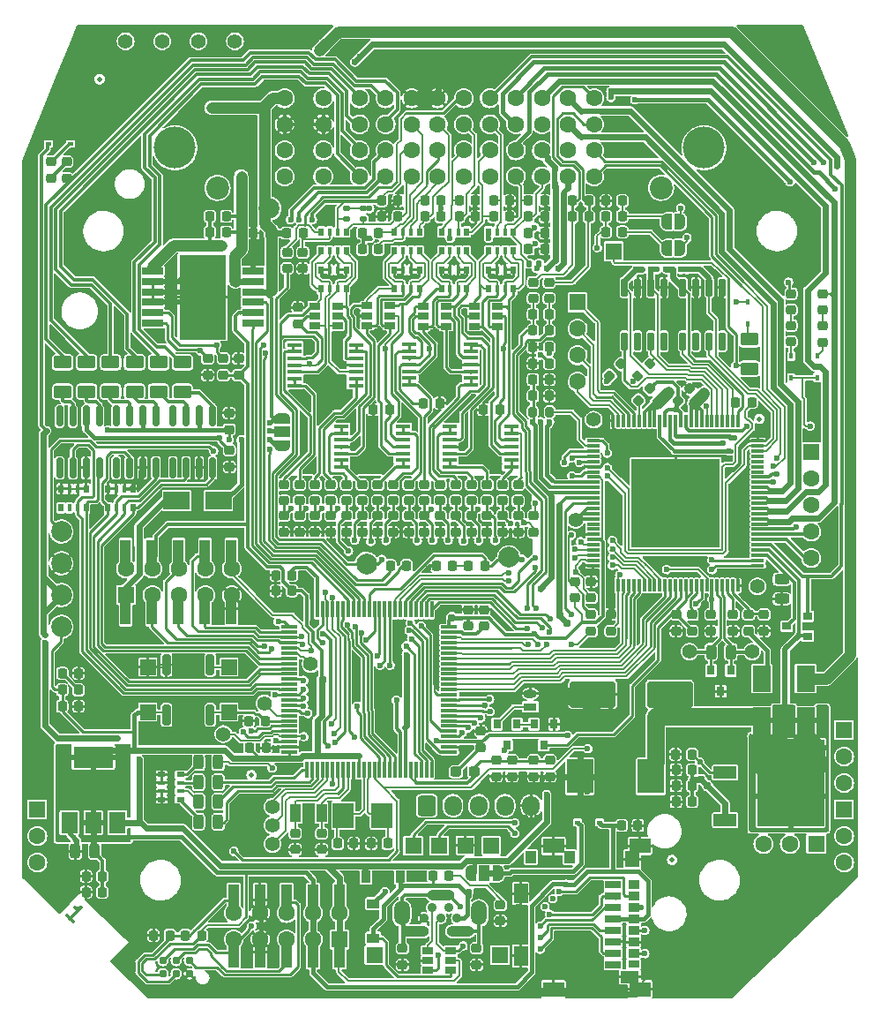
<source format=gbr>
%TF.GenerationSoftware,KiCad,Pcbnew,6.0.9-8da3e8f707~116~ubuntu20.04.1*%
%TF.CreationDate,2022-11-20T23:42:23+01:00*%
%TF.ProjectId,micro_rusEFI,6d696372-6f5f-4727-9573-4546492e6b69,R0.6.1rc*%
%TF.SameCoordinates,Original*%
%TF.FileFunction,Copper,L1,Top*%
%TF.FilePolarity,Positive*%
%FSLAX46Y46*%
G04 Gerber Fmt 4.6, Leading zero omitted, Abs format (unit mm)*
G04 Created by KiCad (PCBNEW 6.0.9-8da3e8f707~116~ubuntu20.04.1) date 2022-11-20 23:42:23*
%MOMM*%
%LPD*%
G01*
G04 APERTURE LIST*
G04 Aperture macros list*
%AMRoundRect*
0 Rectangle with rounded corners*
0 $1 Rounding radius*
0 $2 $3 $4 $5 $6 $7 $8 $9 X,Y pos of 4 corners*
0 Add a 4 corners polygon primitive as box body*
4,1,4,$2,$3,$4,$5,$6,$7,$8,$9,$2,$3,0*
0 Add four circle primitives for the rounded corners*
1,1,$1+$1,$2,$3*
1,1,$1+$1,$4,$5*
1,1,$1+$1,$6,$7*
1,1,$1+$1,$8,$9*
0 Add four rect primitives between the rounded corners*
20,1,$1+$1,$2,$3,$4,$5,0*
20,1,$1+$1,$4,$5,$6,$7,0*
20,1,$1+$1,$6,$7,$8,$9,0*
20,1,$1+$1,$8,$9,$2,$3,0*%
%AMFreePoly0*
4,1,22,0.550000,-0.750000,0.000000,-0.750000,0.000000,-0.745033,-0.079941,-0.743568,-0.215256,-0.701293,-0.333266,-0.622738,-0.424486,-0.514219,-0.481581,-0.384460,-0.499164,-0.250000,-0.500000,-0.250000,-0.500000,0.250000,-0.499164,0.250000,-0.499963,0.256109,-0.478152,0.396186,-0.417904,0.524511,-0.324060,0.630769,-0.204165,0.706417,-0.067858,0.745374,0.000000,0.744959,0.000000,0.750000,
0.550000,0.750000,0.550000,-0.750000,0.550000,-0.750000,$1*%
%AMFreePoly1*
4,1,20,0.000000,0.744959,0.073905,0.744508,0.209726,0.703889,0.328688,0.626782,0.421226,0.519385,0.479903,0.390333,0.500000,0.250000,0.500000,-0.250000,0.499851,-0.262216,0.476331,-0.402017,0.414519,-0.529596,0.319384,-0.634700,0.198574,-0.708877,0.061801,-0.746166,0.000000,-0.745033,0.000000,-0.750000,-0.550000,-0.750000,-0.550000,0.750000,0.000000,0.750000,0.000000,0.744959,
0.000000,0.744959,$1*%
%AMFreePoly2*
4,1,22,0.500000,-0.750000,0.000000,-0.750000,0.000000,-0.745033,-0.079941,-0.743568,-0.215256,-0.701293,-0.333266,-0.622738,-0.424486,-0.514219,-0.481581,-0.384460,-0.499164,-0.250000,-0.500000,-0.250000,-0.500000,0.250000,-0.499164,0.250000,-0.499963,0.256109,-0.478152,0.396186,-0.417904,0.524511,-0.324060,0.630769,-0.204165,0.706417,-0.067858,0.745374,0.000000,0.744959,0.000000,0.750000,
0.500000,0.750000,0.500000,-0.750000,0.500000,-0.750000,$1*%
%AMFreePoly3*
4,1,20,0.000000,0.744959,0.073905,0.744508,0.209726,0.703889,0.328688,0.626782,0.421226,0.519385,0.479903,0.390333,0.500000,0.250000,0.500000,-0.250000,0.499851,-0.262216,0.476331,-0.402017,0.414519,-0.529596,0.319384,-0.634700,0.198574,-0.708877,0.061801,-0.746166,0.000000,-0.745033,0.000000,-0.750000,-0.500000,-0.750000,-0.500000,0.750000,0.000000,0.750000,0.000000,0.744959,
0.000000,0.744959,$1*%
G04 Aperture macros list end*
%ADD10C,0.300000*%
%TA.AperFunction,NonConductor*%
%ADD11C,0.300000*%
%TD*%
%TA.AperFunction,SMDPad,CuDef*%
%ADD12RoundRect,0.218750X0.026517X-0.335876X0.335876X-0.026517X-0.026517X0.335876X-0.335876X0.026517X0*%
%TD*%
%TA.AperFunction,SMDPad,CuDef*%
%ADD13RoundRect,0.218750X-0.218750X-0.256250X0.218750X-0.256250X0.218750X0.256250X-0.218750X0.256250X0*%
%TD*%
%TA.AperFunction,SMDPad,CuDef*%
%ADD14RoundRect,0.218750X0.218750X0.256250X-0.218750X0.256250X-0.218750X-0.256250X0.218750X-0.256250X0*%
%TD*%
%TA.AperFunction,SMDPad,CuDef*%
%ADD15RoundRect,0.243750X-0.243750X-0.456250X0.243750X-0.456250X0.243750X0.456250X-0.243750X0.456250X0*%
%TD*%
%TA.AperFunction,SMDPad,CuDef*%
%ADD16RoundRect,0.218750X0.256250X-0.218750X0.256250X0.218750X-0.256250X0.218750X-0.256250X-0.218750X0*%
%TD*%
%TA.AperFunction,SMDPad,CuDef*%
%ADD17RoundRect,0.218750X-0.256250X0.218750X-0.256250X-0.218750X0.256250X-0.218750X0.256250X0.218750X0*%
%TD*%
%TA.AperFunction,SMDPad,CuDef*%
%ADD18R,0.900000X1.200000*%
%TD*%
%TA.AperFunction,SMDPad,CuDef*%
%ADD19R,1.060000X0.650000*%
%TD*%
%TA.AperFunction,SMDPad,CuDef*%
%ADD20R,1.450000X0.450000*%
%TD*%
%TA.AperFunction,ComponentPad*%
%ADD21C,0.889000*%
%TD*%
%TA.AperFunction,ComponentPad*%
%ADD22O,1.500000X2.380000*%
%TD*%
%TA.AperFunction,ComponentPad*%
%ADD23O,2.616200X1.016000*%
%TD*%
%TA.AperFunction,SMDPad,CuDef*%
%ADD24R,0.500000X0.800000*%
%TD*%
%TA.AperFunction,SMDPad,CuDef*%
%ADD25R,0.400000X0.800000*%
%TD*%
%TA.AperFunction,SMDPad,CuDef*%
%ADD26C,2.000000*%
%TD*%
%TA.AperFunction,SMDPad,CuDef*%
%ADD27C,0.500000*%
%TD*%
%TA.AperFunction,SMDPad,CuDef*%
%ADD28R,0.800000X0.500000*%
%TD*%
%TA.AperFunction,SMDPad,CuDef*%
%ADD29R,0.800000X0.400000*%
%TD*%
%TA.AperFunction,SMDPad,CuDef*%
%ADD30R,2.000000X2.400000*%
%TD*%
%TA.AperFunction,SMDPad,CuDef*%
%ADD31RoundRect,0.250000X-0.625000X0.375000X-0.625000X-0.375000X0.625000X-0.375000X0.625000X0.375000X0*%
%TD*%
%TA.AperFunction,SMDPad,CuDef*%
%ADD32C,0.215900*%
%TD*%
%TA.AperFunction,SMDPad,CuDef*%
%ADD33RoundRect,0.147500X0.172500X-0.147500X0.172500X0.147500X-0.172500X0.147500X-0.172500X-0.147500X0*%
%TD*%
%TA.AperFunction,SMDPad,CuDef*%
%ADD34R,0.900000X0.800000*%
%TD*%
%TA.AperFunction,SMDPad,CuDef*%
%ADD35R,1.800000X2.500000*%
%TD*%
%TA.AperFunction,SMDPad,CuDef*%
%ADD36RoundRect,0.150000X0.150000X-0.825000X0.150000X0.825000X-0.150000X0.825000X-0.150000X-0.825000X0*%
%TD*%
%TA.AperFunction,SMDPad,CuDef*%
%ADD37R,1.000000X1.800000*%
%TD*%
%TA.AperFunction,SMDPad,CuDef*%
%ADD38R,1.500000X2.000000*%
%TD*%
%TA.AperFunction,SMDPad,CuDef*%
%ADD39R,3.800000X2.000000*%
%TD*%
%TA.AperFunction,SMDPad,CuDef*%
%ADD40R,2.200000X1.200000*%
%TD*%
%TA.AperFunction,SMDPad,CuDef*%
%ADD41R,6.400000X5.800000*%
%TD*%
%TA.AperFunction,SMDPad,CuDef*%
%ADD42R,0.800000X0.900000*%
%TD*%
%TA.AperFunction,SMDPad,CuDef*%
%ADD43R,1.500000X1.500000*%
%TD*%
%TA.AperFunction,SMDPad,CuDef*%
%ADD44RoundRect,0.243750X-0.456250X0.243750X-0.456250X-0.243750X0.456250X-0.243750X0.456250X0.243750X0*%
%TD*%
%TA.AperFunction,SMDPad,CuDef*%
%ADD45R,0.450000X0.600000*%
%TD*%
%TA.AperFunction,SMDPad,CuDef*%
%ADD46RoundRect,0.200000X0.200000X0.800000X-0.200000X0.800000X-0.200000X-0.800000X0.200000X-0.800000X0*%
%TD*%
%TA.AperFunction,SMDPad,CuDef*%
%ADD47RoundRect,0.200000X-0.200000X-0.800000X0.200000X-0.800000X0.200000X0.800000X-0.200000X0.800000X0*%
%TD*%
%TA.AperFunction,ConnectorPad*%
%ADD48C,0.787400*%
%TD*%
%TA.AperFunction,SMDPad,CuDef*%
%ADD49FreePoly0,90.000000*%
%TD*%
%TA.AperFunction,SMDPad,CuDef*%
%ADD50R,1.500000X1.000000*%
%TD*%
%TA.AperFunction,SMDPad,CuDef*%
%ADD51FreePoly1,90.000000*%
%TD*%
%TA.AperFunction,SMDPad,CuDef*%
%ADD52RoundRect,0.150000X0.150000X-0.725000X0.150000X0.725000X-0.150000X0.725000X-0.150000X-0.725000X0*%
%TD*%
%TA.AperFunction,SMDPad,CuDef*%
%ADD53R,2.000000X0.650000*%
%TD*%
%TA.AperFunction,SMDPad,CuDef*%
%ADD54R,4.500000X8.100000*%
%TD*%
%TA.AperFunction,SMDPad,CuDef*%
%ADD55RoundRect,0.075000X-0.550000X-0.075000X0.550000X-0.075000X0.550000X0.075000X-0.550000X0.075000X0*%
%TD*%
%TA.AperFunction,SMDPad,CuDef*%
%ADD56RoundRect,0.075000X-0.075000X-0.550000X0.075000X-0.550000X0.075000X0.550000X-0.075000X0.550000X0*%
%TD*%
%TA.AperFunction,ComponentPad*%
%ADD57C,1.000000*%
%TD*%
%TA.AperFunction,SMDPad,CuDef*%
%ADD58R,8.500000X8.500000*%
%TD*%
%TA.AperFunction,SMDPad,CuDef*%
%ADD59RoundRect,0.250000X1.950000X1.000000X-1.950000X1.000000X-1.950000X-1.000000X1.950000X-1.000000X0*%
%TD*%
%TA.AperFunction,SMDPad,CuDef*%
%ADD60RoundRect,0.075000X0.075000X-0.725000X0.075000X0.725000X-0.075000X0.725000X-0.075000X-0.725000X0*%
%TD*%
%TA.AperFunction,SMDPad,CuDef*%
%ADD61RoundRect,0.075000X0.725000X-0.075000X0.725000X0.075000X-0.725000X0.075000X-0.725000X-0.075000X0*%
%TD*%
%TA.AperFunction,SMDPad,CuDef*%
%ADD62RoundRect,0.200000X0.200000X0.275000X-0.200000X0.275000X-0.200000X-0.275000X0.200000X-0.275000X0*%
%TD*%
%TA.AperFunction,SMDPad,CuDef*%
%ADD63R,1.200000X0.900000*%
%TD*%
%TA.AperFunction,SMDPad,CuDef*%
%ADD64R,1.000000X3.000000*%
%TD*%
%TA.AperFunction,SMDPad,CuDef*%
%ADD65RoundRect,0.237500X-0.287500X-0.237500X0.287500X-0.237500X0.287500X0.237500X-0.287500X0.237500X0*%
%TD*%
%TA.AperFunction,SMDPad,CuDef*%
%ADD66RoundRect,0.147500X0.147500X0.172500X-0.147500X0.172500X-0.147500X-0.172500X0.147500X-0.172500X0*%
%TD*%
%TA.AperFunction,SMDPad,CuDef*%
%ADD67RoundRect,0.218750X-0.026517X0.335876X-0.335876X0.026517X0.026517X-0.335876X0.335876X-0.026517X0*%
%TD*%
%TA.AperFunction,SMDPad,CuDef*%
%ADD68RoundRect,0.200000X-0.053033X0.335876X-0.335876X0.053033X0.053033X-0.335876X0.335876X-0.053033X0*%
%TD*%
%TA.AperFunction,SMDPad,CuDef*%
%ADD69R,1.000000X3.150000*%
%TD*%
%TA.AperFunction,ComponentPad*%
%ADD70C,4.000000*%
%TD*%
%TA.AperFunction,ComponentPad*%
%ADD71C,2.200000*%
%TD*%
%TA.AperFunction,ComponentPad*%
%ADD72C,1.600000*%
%TD*%
%TA.AperFunction,ComponentPad*%
%ADD73C,1.400000*%
%TD*%
%TA.AperFunction,ComponentPad*%
%ADD74R,1.600000X1.600000*%
%TD*%
%TA.AperFunction,ComponentPad*%
%ADD75R,1.524000X1.524000*%
%TD*%
%TA.AperFunction,ComponentPad*%
%ADD76R,1.300000X0.800000*%
%TD*%
%TA.AperFunction,ComponentPad*%
%ADD77O,1.300000X0.800000*%
%TD*%
%TA.AperFunction,SMDPad,CuDef*%
%ADD78R,0.600000X0.450000*%
%TD*%
%TA.AperFunction,SMDPad,CuDef*%
%ADD79R,1.500000X0.800000*%
%TD*%
%TA.AperFunction,SMDPad,CuDef*%
%ADD80R,2.000000X1.450000*%
%TD*%
%TA.AperFunction,SMDPad,CuDef*%
%ADD81R,2.500000X3.300000*%
%TD*%
%TA.AperFunction,ComponentPad*%
%ADD82RoundRect,0.249900X-0.600100X-0.725100X0.600100X-0.725100X0.600100X0.725100X-0.600100X0.725100X0*%
%TD*%
%TA.AperFunction,ComponentPad*%
%ADD83O,1.700000X1.950000*%
%TD*%
%TA.AperFunction,SMDPad,CuDef*%
%ADD84R,1.100000X0.850000*%
%TD*%
%TA.AperFunction,SMDPad,CuDef*%
%ADD85R,1.100000X0.750000*%
%TD*%
%TA.AperFunction,SMDPad,CuDef*%
%ADD86R,1.000000X1.200000*%
%TD*%
%TA.AperFunction,SMDPad,CuDef*%
%ADD87R,1.350000X1.900000*%
%TD*%
%TA.AperFunction,SMDPad,CuDef*%
%ADD88R,1.800000X1.170000*%
%TD*%
%TA.AperFunction,SMDPad,CuDef*%
%ADD89R,1.350000X1.550000*%
%TD*%
%TA.AperFunction,SMDPad,CuDef*%
%ADD90R,2.500000X1.800000*%
%TD*%
%TA.AperFunction,SMDPad,CuDef*%
%ADD91FreePoly0,180.000000*%
%TD*%
%TA.AperFunction,SMDPad,CuDef*%
%ADD92R,1.000000X1.500000*%
%TD*%
%TA.AperFunction,SMDPad,CuDef*%
%ADD93FreePoly1,180.000000*%
%TD*%
%TA.AperFunction,SMDPad,CuDef*%
%ADD94FreePoly2,180.000000*%
%TD*%
%TA.AperFunction,SMDPad,CuDef*%
%ADD95FreePoly3,180.000000*%
%TD*%
%TA.AperFunction,ViaPad*%
%ADD96C,0.600000*%
%TD*%
%TA.AperFunction,ViaPad*%
%ADD97C,1.000000*%
%TD*%
%TA.AperFunction,ViaPad*%
%ADD98C,0.789940*%
%TD*%
%TA.AperFunction,Conductor*%
%ADD99C,0.203200*%
%TD*%
%TA.AperFunction,Conductor*%
%ADD100C,0.215900*%
%TD*%
%TA.AperFunction,Conductor*%
%ADD101C,0.600000*%
%TD*%
%TA.AperFunction,Conductor*%
%ADD102C,1.651000*%
%TD*%
%TA.AperFunction,Conductor*%
%ADD103C,0.304800*%
%TD*%
%TA.AperFunction,Conductor*%
%ADD104C,0.406400*%
%TD*%
%TA.AperFunction,Conductor*%
%ADD105C,0.550000*%
%TD*%
%TA.AperFunction,Conductor*%
%ADD106C,1.066800*%
%TD*%
G04 APERTURE END LIST*
D10*
D11*
X25675507Y-108570443D02*
X25058930Y-107975022D01*
X25367219Y-108272732D02*
X26409206Y-107193723D01*
X26157588Y-107248630D01*
X25955589Y-107252156D01*
X25803207Y-107204300D01*
G36*
X52171600Y-81366900D02*
G01*
X51968900Y-81368900D01*
X51967400Y-80937100D01*
X52171600Y-80937100D01*
X52171600Y-81366900D01*
G37*
G36*
X60490100Y-86523100D02*
G01*
X60287400Y-86525100D01*
X60285900Y-86093300D01*
X60490100Y-86093300D01*
X60490100Y-86523100D01*
G37*
G36*
X66050000Y-104200000D02*
G01*
X65550000Y-104200000D01*
X65550000Y-103600000D01*
X66050000Y-103600000D01*
X66050000Y-104200000D01*
G37*
D12*
X83743153Y-58556847D03*
X84856847Y-57443153D03*
D13*
X69812500Y-58100000D03*
X71387500Y-58100000D03*
D14*
X85087500Y-92500000D03*
X83512500Y-92500000D03*
X85116300Y-97030500D03*
X83541300Y-97030500D03*
D13*
X69812500Y-51850000D03*
X71387500Y-51850000D03*
X51053900Y-101031040D03*
X52628900Y-101031040D03*
D15*
X25859500Y-101790500D03*
X27734500Y-101790500D03*
D16*
X73800000Y-77500000D03*
X73800000Y-75925000D03*
D13*
X69812500Y-50292000D03*
X71387500Y-50292000D03*
X76812500Y-42400000D03*
X78387500Y-42400000D03*
D17*
X71374000Y-47212500D03*
X71374000Y-48787500D03*
D14*
X55859780Y-101031040D03*
X54284780Y-101031040D03*
X28473500Y-104203500D03*
X26898500Y-104203500D03*
D17*
X64389000Y-111099500D03*
X64389000Y-112674500D03*
D18*
X53750000Y-104250000D03*
X57050000Y-104250000D03*
D19*
X59733000Y-111318000D03*
X59733000Y-112268000D03*
X59733000Y-113218000D03*
X61933000Y-113218000D03*
X61933000Y-112268000D03*
X61933000Y-111318000D03*
D17*
X57277000Y-111099500D03*
X57277000Y-112674500D03*
D16*
X66675000Y-108483500D03*
X66675000Y-106908500D03*
X71450000Y-94612500D03*
X71450000Y-93037500D03*
D17*
X63601600Y-78612900D03*
X63601600Y-80187900D03*
D13*
X45112500Y-76800000D03*
X46687500Y-76800000D03*
D14*
X26187500Y-87884000D03*
X24612500Y-87884000D03*
D20*
X57306000Y-64942000D03*
X57306000Y-64292000D03*
X57306000Y-63642000D03*
X57306000Y-62992000D03*
X57306000Y-62342000D03*
X57306000Y-61692000D03*
X57306000Y-61042000D03*
X51406000Y-61042000D03*
X51406000Y-61692000D03*
X51406000Y-62342000D03*
X51406000Y-62992000D03*
X51406000Y-63642000D03*
X51406000Y-64292000D03*
X51406000Y-64942000D03*
D16*
X40640000Y-61341100D03*
X40640000Y-59766100D03*
D14*
X44092000Y-89281800D03*
X42517000Y-89281800D03*
D16*
X65125600Y-80187900D03*
X65125600Y-78612900D03*
D17*
X64790320Y-90271500D03*
X64790320Y-91846500D03*
D13*
X38785700Y-42418000D03*
X40360700Y-42418000D03*
X38785700Y-40894000D03*
X40360700Y-40894000D03*
D17*
X40665400Y-63347500D03*
X40665400Y-64922500D03*
D21*
X62534600Y-108221400D03*
X61734600Y-107221400D03*
X60934600Y-108221400D03*
X60134600Y-107221400D03*
X59334600Y-108221400D03*
D22*
X64634600Y-107721400D03*
D23*
X58534600Y-109471400D03*
X60934600Y-105971400D03*
X62834600Y-109471400D03*
D22*
X57234600Y-107721400D03*
D14*
X26187500Y-84734400D03*
X24612500Y-84734400D03*
D24*
X58921500Y-42407000D03*
D25*
X58121500Y-42407000D03*
X57321500Y-42407000D03*
D24*
X56521500Y-42407000D03*
X56521500Y-44207000D03*
D25*
X57321500Y-44207000D03*
X58121500Y-44207000D03*
D24*
X58921500Y-44207000D03*
D13*
X69387500Y-42500000D03*
X70962500Y-42500000D03*
D20*
X67720000Y-64942000D03*
X67720000Y-64292000D03*
X67720000Y-63642000D03*
X67720000Y-62992000D03*
X67720000Y-62342000D03*
X67720000Y-61692000D03*
X67720000Y-61042000D03*
X61820000Y-61042000D03*
X61820000Y-61692000D03*
X61820000Y-62342000D03*
X61820000Y-62992000D03*
X61820000Y-63642000D03*
X61820000Y-64292000D03*
X61820000Y-64942000D03*
D13*
X73612500Y-40925000D03*
X75187500Y-40925000D03*
X26898500Y-105727500D03*
X28473500Y-105727500D03*
D26*
X67500000Y-73600000D03*
D14*
X54987500Y-42500000D03*
X53412500Y-42500000D03*
D27*
X83185000Y-102616000D03*
X42799000Y-94488000D03*
D14*
X71387500Y-55000000D03*
X69812500Y-55000000D03*
D15*
X37712500Y-97050000D03*
X39587500Y-97050000D03*
X37696000Y-98950000D03*
X39571000Y-98950000D03*
X37696000Y-95150000D03*
X39571000Y-95150000D03*
X37696000Y-93250000D03*
X39571000Y-93250000D03*
D17*
X94600000Y-51362500D03*
X94600000Y-52937500D03*
D16*
X23550000Y-37237500D03*
X23550000Y-35662500D03*
D28*
X35963000Y-96831000D03*
D29*
X35963000Y-96031000D03*
X35963000Y-95231000D03*
D28*
X35963000Y-94431000D03*
X34163000Y-94431000D03*
D29*
X34163000Y-95231000D03*
X34163000Y-96031000D03*
D28*
X34163000Y-96831000D03*
D30*
X55306840Y-98348800D03*
X51606840Y-98348800D03*
D13*
X63612500Y-74400000D03*
X65187500Y-74400000D03*
D14*
X85116300Y-93982500D03*
X83541300Y-93982500D03*
X85116300Y-95506500D03*
X83541300Y-95506500D03*
X44547500Y-42500000D03*
X42972500Y-42500000D03*
X37998500Y-109855000D03*
X36423500Y-109855000D03*
D16*
X40081200Y-56108700D03*
X40081200Y-54533700D03*
D31*
X24658800Y-54900000D03*
X24658800Y-57700000D03*
D17*
X38582600Y-54533700D03*
X38582600Y-56108700D03*
X25050000Y-35662500D03*
X25050000Y-37237500D03*
D32*
X52070000Y-80937100D03*
X52070000Y-81368900D03*
D33*
X53525000Y-41135000D03*
X53525000Y-40165000D03*
D13*
X76812500Y-40900000D03*
X78387500Y-40900000D03*
D27*
X28194000Y-27736800D03*
D14*
X46685300Y-75311000D03*
X45110300Y-75311000D03*
D16*
X67797680Y-94612500D03*
X67797680Y-93037500D03*
D13*
X69812500Y-56550000D03*
X71387500Y-56550000D03*
D16*
X97600000Y-49887500D03*
X97600000Y-48312500D03*
D20*
X57943960Y-53168000D03*
X57943960Y-53818000D03*
X57943960Y-54468000D03*
X57943960Y-55118000D03*
X57943960Y-55768000D03*
X57943960Y-56418000D03*
X57943960Y-57068000D03*
X63843960Y-57068000D03*
X63843960Y-56418000D03*
X63843960Y-55768000D03*
X63843960Y-55118000D03*
X63843960Y-54468000D03*
X63843960Y-53818000D03*
X63843960Y-53168000D03*
D34*
X96186500Y-81150500D03*
X96186500Y-79250500D03*
X94186500Y-80200500D03*
D35*
X96000000Y-89250000D03*
X96000000Y-85250000D03*
D26*
X24536400Y-74168000D03*
D36*
X24358600Y-65009800D03*
X25628600Y-65009800D03*
X26898600Y-65009800D03*
X28168600Y-65009800D03*
X28168600Y-60059800D03*
X26898600Y-60059800D03*
X25628600Y-60059800D03*
X24358600Y-60059800D03*
D17*
X46990000Y-100050000D03*
X46990000Y-101625000D03*
D37*
X47010000Y-98100000D03*
X49510000Y-98100000D03*
D13*
X33375500Y-109855000D03*
X34950500Y-109855000D03*
D38*
X25300000Y-99050000D03*
X27600000Y-99050000D03*
D39*
X27600000Y-92750000D03*
D38*
X29900000Y-99050000D03*
D19*
X64152600Y-49545200D03*
X64152600Y-50495200D03*
X64152600Y-51445200D03*
X66352600Y-51445200D03*
X66352600Y-50495200D03*
X66352600Y-49545200D03*
D26*
X24536400Y-80264000D03*
D19*
X51051640Y-51394400D03*
X51051640Y-50444400D03*
X51051640Y-49494400D03*
X48851640Y-49494400D03*
X48851640Y-50444400D03*
X48851640Y-51394400D03*
D16*
X49530000Y-101625000D03*
X49530000Y-100050000D03*
D13*
X56112500Y-74400000D03*
X57687500Y-74400000D03*
D19*
X61460000Y-51445200D03*
X61460000Y-50495200D03*
X61460000Y-49545200D03*
X59260000Y-49545200D03*
X59260000Y-50495200D03*
X59260000Y-51445200D03*
D24*
X31400000Y-67050000D03*
D25*
X30600000Y-67050000D03*
X29800000Y-67050000D03*
D24*
X29000000Y-67050000D03*
X29000000Y-68850000D03*
D25*
X29800000Y-68850000D03*
X30600000Y-68850000D03*
D24*
X31400000Y-68850000D03*
D14*
X56032500Y-59436000D03*
X54457500Y-59436000D03*
D31*
X26958800Y-54900000D03*
X26958800Y-57700000D03*
X29258800Y-54900000D03*
X29258800Y-57700000D03*
X31558800Y-54900000D03*
X31558800Y-57700000D03*
X33858800Y-54900000D03*
X33858800Y-57700000D03*
X36158800Y-54900000D03*
X36158800Y-57700000D03*
D36*
X29794200Y-65009800D03*
X31064200Y-65009800D03*
X32334200Y-65009800D03*
X33604200Y-65009800D03*
X33604200Y-60059800D03*
X32334200Y-60059800D03*
X31064200Y-60059800D03*
X29794200Y-60059800D03*
X35229800Y-65009800D03*
X36499800Y-65009800D03*
X37769800Y-65009800D03*
X39039800Y-65009800D03*
X39039800Y-60059800D03*
X37769800Y-60059800D03*
X36499800Y-60059800D03*
X35229800Y-60059800D03*
D14*
X66637000Y-59436000D03*
X65062000Y-59436000D03*
D19*
X53891000Y-49469000D03*
X53891000Y-50419000D03*
X53891000Y-51369000D03*
X56091000Y-51369000D03*
X56091000Y-50419000D03*
X56091000Y-49469000D03*
D24*
X51873000Y-42407000D03*
D25*
X51073000Y-42407000D03*
X50273000Y-42407000D03*
D24*
X49473000Y-42407000D03*
X49473000Y-44207000D03*
D25*
X50273000Y-44207000D03*
X51073000Y-44207000D03*
D24*
X51873000Y-44207000D03*
D20*
X46902580Y-53226420D03*
X46902580Y-53876420D03*
X46902580Y-54526420D03*
X46902580Y-55176420D03*
X46902580Y-55826420D03*
X46902580Y-56476420D03*
X46902580Y-57126420D03*
X52802580Y-57126420D03*
X52802580Y-56476420D03*
X52802580Y-55826420D03*
X52802580Y-55176420D03*
X52802580Y-54526420D03*
X52802580Y-53876420D03*
X52802580Y-53226420D03*
D16*
X60900000Y-68187500D03*
X60900000Y-66612500D03*
X59400000Y-68187500D03*
X59400000Y-66612500D03*
X57900000Y-68187500D03*
X57900000Y-66612500D03*
X62400000Y-71187500D03*
X62400000Y-69612500D03*
X60900000Y-71187500D03*
X60900000Y-69612500D03*
X57900000Y-71187500D03*
X57900000Y-69612500D03*
X59400000Y-71187500D03*
X59400000Y-69612500D03*
X62400000Y-68187500D03*
X62400000Y-66612500D03*
D40*
X88256000Y-94240000D03*
D41*
X94556000Y-96520000D03*
D40*
X88256000Y-98800000D03*
D32*
X60388500Y-86093300D03*
X60388500Y-86525100D03*
D16*
X66900000Y-68187500D03*
X66900000Y-66612500D03*
X65400000Y-68187500D03*
X65400000Y-66612500D03*
X63900000Y-68187500D03*
X63900000Y-66612500D03*
X68400000Y-71187500D03*
X68400000Y-69612500D03*
X66900000Y-71187500D03*
X66900000Y-69612500D03*
X65400000Y-71187500D03*
X65400000Y-69612500D03*
X63900000Y-71187500D03*
X63900000Y-69612500D03*
X68400000Y-68187500D03*
X68400000Y-66612500D03*
D14*
X26187500Y-86309200D03*
X24612500Y-86309200D03*
D16*
X56400000Y-68187500D03*
X56400000Y-66612500D03*
X54900000Y-68187500D03*
X54900000Y-66612500D03*
X53400000Y-68187500D03*
X53400000Y-66612500D03*
X51900000Y-68187500D03*
X51900000Y-66612500D03*
X56400000Y-71187500D03*
X56400000Y-69612500D03*
X54900000Y-71187500D03*
X54900000Y-69612500D03*
X53400000Y-71187500D03*
X53400000Y-69612500D03*
X51900000Y-71187500D03*
X51900000Y-69612500D03*
X50400000Y-68187500D03*
X50400000Y-66612500D03*
X45900000Y-68187500D03*
X45900000Y-66612500D03*
X50400000Y-71187500D03*
X50400000Y-69612500D03*
X48900000Y-71187500D03*
X48900000Y-69612500D03*
X47400000Y-71187500D03*
X47400000Y-69612500D03*
X45900000Y-71187500D03*
X45900000Y-69612500D03*
D13*
X59283500Y-58801000D03*
X60858500Y-58801000D03*
D17*
X46200000Y-44337500D03*
X46200000Y-45912500D03*
D26*
X53822600Y-74218800D03*
D42*
X88798440Y-84450680D03*
X86898440Y-84450680D03*
X87848440Y-86450680D03*
D35*
X91789200Y-89250000D03*
X91789200Y-85250000D03*
D17*
X86900000Y-79095500D03*
X86900000Y-80670500D03*
X83566000Y-79095500D03*
X83566000Y-80670500D03*
X91998800Y-79095500D03*
X91998800Y-80670500D03*
X90512900Y-79095500D03*
X90512900Y-80670500D03*
D15*
X86939120Y-82677000D03*
X88814120Y-82677000D03*
D16*
X89027000Y-80670500D03*
X89027000Y-79095500D03*
X85100000Y-80687500D03*
X85100000Y-79112500D03*
D42*
X68270160Y-89611960D03*
X66370160Y-89611960D03*
X67320160Y-91611960D03*
D43*
X32828400Y-88442800D03*
X40628400Y-88442800D03*
D26*
X24536400Y-77216000D03*
D42*
X71816000Y-89611960D03*
X69916000Y-89611960D03*
X70866000Y-91611960D03*
D44*
X93700000Y-75700000D03*
X93700000Y-77575000D03*
D24*
X26900000Y-67050000D03*
D25*
X26100000Y-67050000D03*
X25300000Y-67050000D03*
D24*
X24500000Y-67050000D03*
X24500000Y-68850000D03*
D25*
X25300000Y-68850000D03*
X26100000Y-68850000D03*
D24*
X26900000Y-68850000D03*
D26*
X24536400Y-71120000D03*
D16*
X94600000Y-49887500D03*
X94600000Y-48312500D03*
D14*
X44170700Y-91897200D03*
X42595700Y-91897200D03*
D16*
X41554400Y-56108700D03*
X41554400Y-54533700D03*
D45*
X90400000Y-51200000D03*
X90400000Y-49100000D03*
D46*
X38828400Y-83900000D03*
X34628400Y-83900000D03*
D47*
X34628400Y-88700000D03*
X38828400Y-88700000D03*
D48*
X34290000Y-113538000D03*
X34290000Y-112268000D03*
X35560000Y-113538000D03*
X35560000Y-112268000D03*
X36830000Y-113538000D03*
X36830000Y-112268000D03*
D49*
X45745400Y-62869600D03*
D50*
X45745400Y-61569600D03*
D51*
X45745400Y-60269600D03*
D16*
X47244000Y-51206500D03*
X47244000Y-49631500D03*
X47400000Y-68187500D03*
X47400000Y-66612500D03*
X48900000Y-68187500D03*
X48900000Y-66612500D03*
D52*
X78595000Y-52875000D03*
X79865000Y-52875000D03*
X81135000Y-52875000D03*
X82405000Y-52875000D03*
X82405000Y-47725000D03*
X81135000Y-47725000D03*
X79865000Y-47725000D03*
X78595000Y-47725000D03*
D14*
X71387500Y-53450000D03*
X69812500Y-53450000D03*
D17*
X97600000Y-51412500D03*
X97600000Y-52987500D03*
D52*
X84195000Y-52875000D03*
X85465000Y-52875000D03*
X86735000Y-52875000D03*
X88005000Y-52875000D03*
X88005000Y-47725000D03*
X86735000Y-47725000D03*
X85465000Y-47725000D03*
X84195000Y-47725000D03*
D16*
X69895720Y-94612500D03*
X69895720Y-93037500D03*
D17*
X69850000Y-47212500D03*
X69850000Y-48787500D03*
D53*
X42900000Y-51141000D03*
X42900000Y-50141000D03*
X42900000Y-49141000D03*
X42900000Y-48141000D03*
X42900000Y-47141000D03*
X42900000Y-46141000D03*
X33300000Y-46141000D03*
X33300000Y-47141000D03*
X33300000Y-48141000D03*
X33300000Y-49141000D03*
X33300000Y-50141000D03*
X33300000Y-51141000D03*
D54*
X38100000Y-48641000D03*
D55*
X75600000Y-62403000D03*
X75600000Y-62903000D03*
X75600000Y-63403000D03*
X75600000Y-63903000D03*
X75600000Y-64403000D03*
X75600000Y-64903000D03*
X75600000Y-65403000D03*
X75600000Y-65903000D03*
X75600000Y-66403000D03*
X75600000Y-66903000D03*
X75600000Y-67403000D03*
X75600000Y-67903000D03*
X75600000Y-68403000D03*
X75600000Y-68903000D03*
X75600000Y-69403000D03*
X75600000Y-69903000D03*
X75600000Y-70403000D03*
X75600000Y-70903000D03*
X75600000Y-71403000D03*
X75600000Y-71903000D03*
X75600000Y-72403000D03*
X75600000Y-72903000D03*
X75600000Y-73403000D03*
X75600000Y-73903000D03*
X75600000Y-74403000D03*
D56*
X77500000Y-76303000D03*
X78000000Y-76303000D03*
X78500000Y-76303000D03*
X79000000Y-76303000D03*
X79500000Y-76303000D03*
X80000000Y-76303000D03*
X80500000Y-76303000D03*
X81000000Y-76303000D03*
X81500000Y-76303000D03*
X82000000Y-76303000D03*
X82500000Y-76303000D03*
X83000000Y-76303000D03*
X83500000Y-76303000D03*
X84000000Y-76303000D03*
X84500000Y-76303000D03*
X85000000Y-76303000D03*
X85500000Y-76303000D03*
X86000000Y-76303000D03*
X86500000Y-76303000D03*
X87000000Y-76303000D03*
X87500000Y-76303000D03*
X88000000Y-76303000D03*
X88500000Y-76303000D03*
X89000000Y-76303000D03*
X89500000Y-76303000D03*
D55*
X91400000Y-74403000D03*
X91400000Y-73903000D03*
X91400000Y-73403000D03*
X91400000Y-72903000D03*
X91400000Y-72403000D03*
X91400000Y-71903000D03*
X91400000Y-71403000D03*
X91400000Y-70903000D03*
X91400000Y-70403000D03*
X91400000Y-69903000D03*
X91400000Y-69403000D03*
X91400000Y-68903000D03*
X91400000Y-68403000D03*
X91400000Y-67903000D03*
X91400000Y-67403000D03*
X91400000Y-66903000D03*
X91400000Y-66403000D03*
X91400000Y-65903000D03*
X91400000Y-65403000D03*
X91400000Y-64903000D03*
X91400000Y-64403000D03*
X91400000Y-63903000D03*
X91400000Y-63403000D03*
X91400000Y-62903000D03*
X91400000Y-62403000D03*
D56*
X89500000Y-60503000D03*
X89000000Y-60503000D03*
X88500000Y-60503000D03*
X88000000Y-60503000D03*
X87500000Y-60503000D03*
X87000000Y-60503000D03*
X86500000Y-60503000D03*
X86000000Y-60503000D03*
X85500000Y-60503000D03*
X85000000Y-60503000D03*
X84500000Y-60503000D03*
X84000000Y-60503000D03*
X83500000Y-60503000D03*
X83000000Y-60503000D03*
X82500000Y-60503000D03*
X82000000Y-60503000D03*
X81500000Y-60503000D03*
X81000000Y-60503000D03*
X80500000Y-60503000D03*
X80000000Y-60503000D03*
X79500000Y-60503000D03*
X79000000Y-60503000D03*
X78500000Y-60503000D03*
X78000000Y-60503000D03*
X77500000Y-60503000D03*
D57*
X85700000Y-66203000D03*
D58*
X83500000Y-68403000D03*
D57*
X84700000Y-71753000D03*
X86800000Y-67303000D03*
X86700000Y-69803000D03*
X81468000Y-70435000D03*
X82514480Y-67392080D03*
X84790320Y-69510440D03*
X80198000Y-71705000D03*
X80198000Y-69673000D03*
X80198000Y-67387000D03*
X84500000Y-65103000D03*
X82603380Y-69370740D03*
X85700000Y-68403000D03*
X83500000Y-70653000D03*
X81300000Y-68403000D03*
X83670180Y-68380140D03*
X86802000Y-65101000D03*
X83400000Y-66303000D03*
X80198000Y-65101000D03*
X85700000Y-70653000D03*
X82300000Y-65103000D03*
X81468000Y-66371000D03*
X82300000Y-71705000D03*
X86802000Y-71705000D03*
X84625220Y-67328580D03*
D45*
X94600000Y-54300000D03*
X94600000Y-56400000D03*
D59*
X82948000Y-86741000D03*
X75548000Y-86741000D03*
D60*
X48086800Y-93959600D03*
X48586800Y-93959600D03*
X49086800Y-93959600D03*
X49586800Y-93959600D03*
X50086800Y-93959600D03*
X50586800Y-93959600D03*
X51086800Y-93959600D03*
X51586800Y-93959600D03*
X52086800Y-93959600D03*
X52586800Y-93959600D03*
X53086800Y-93959600D03*
X53586800Y-93959600D03*
X54086800Y-93959600D03*
X54586800Y-93959600D03*
X55086800Y-93959600D03*
X55586800Y-93959600D03*
X56086800Y-93959600D03*
X56586800Y-93959600D03*
X57086800Y-93959600D03*
X57586800Y-93959600D03*
X58086800Y-93959600D03*
X58586800Y-93959600D03*
X59086800Y-93959600D03*
X59586800Y-93959600D03*
X60086800Y-93959600D03*
D61*
X61761800Y-92284600D03*
X61761800Y-91784600D03*
X61761800Y-91284600D03*
X61761800Y-90784600D03*
X61761800Y-90284600D03*
X61761800Y-89784600D03*
X61761800Y-89284600D03*
X61761800Y-88784600D03*
X61761800Y-88284600D03*
X61761800Y-87784600D03*
X61761800Y-87284600D03*
X61761800Y-86784600D03*
X61761800Y-86284600D03*
X61761800Y-85784600D03*
X61761800Y-85284600D03*
X61761800Y-84784600D03*
X61761800Y-84284600D03*
X61761800Y-83784600D03*
X61761800Y-83284600D03*
X61761800Y-82784600D03*
X61761800Y-82284600D03*
X61761800Y-81784600D03*
X61761800Y-81284600D03*
X61761800Y-80784600D03*
X61761800Y-80284600D03*
D60*
X60086800Y-78609600D03*
X59586800Y-78609600D03*
X59086800Y-78609600D03*
X58586800Y-78609600D03*
X58086800Y-78609600D03*
X57586800Y-78609600D03*
X57086800Y-78609600D03*
X56586800Y-78609600D03*
X56086800Y-78609600D03*
X55586800Y-78609600D03*
X55086800Y-78609600D03*
X54586800Y-78609600D03*
X54086800Y-78609600D03*
X53586800Y-78609600D03*
X53086800Y-78609600D03*
X52586800Y-78609600D03*
X52086800Y-78609600D03*
X51586800Y-78609600D03*
X51086800Y-78609600D03*
X50586800Y-78609600D03*
X50086800Y-78609600D03*
X49586800Y-78609600D03*
X49086800Y-78609600D03*
X48586800Y-78609600D03*
X48086800Y-78609600D03*
D61*
X46411800Y-80284600D03*
X46411800Y-80784600D03*
X46411800Y-81284600D03*
X46411800Y-81784600D03*
X46411800Y-82284600D03*
X46411800Y-82784600D03*
X46411800Y-83284600D03*
X46411800Y-83784600D03*
X46411800Y-84284600D03*
X46411800Y-84784600D03*
X46411800Y-85284600D03*
X46411800Y-85784600D03*
X46411800Y-86284600D03*
X46411800Y-86784600D03*
X46411800Y-87284600D03*
X46411800Y-87784600D03*
X46411800Y-88284600D03*
X46411800Y-88784600D03*
X46411800Y-89284600D03*
X46411800Y-89784600D03*
X46411800Y-90284600D03*
X46411800Y-90784600D03*
X46411800Y-91284600D03*
X46411800Y-91784600D03*
X46411800Y-92284600D03*
D14*
X62087500Y-74400000D03*
X60512500Y-74400000D03*
D62*
X71425000Y-59650000D03*
X69775000Y-59650000D03*
D27*
X91567000Y-60325000D03*
D16*
X77300000Y-80670500D03*
X77300000Y-79095500D03*
D31*
X90600000Y-52700000D03*
X90600000Y-55500000D03*
D17*
X47700000Y-44337500D03*
X47700000Y-45912500D03*
D63*
X54483000Y-110108000D03*
X54483000Y-106808000D03*
D16*
X75400000Y-77487500D03*
X75400000Y-75912500D03*
D17*
X75400000Y-79100000D03*
X75400000Y-80675000D03*
D43*
X40628400Y-84124800D03*
X32828400Y-84124800D03*
D13*
X76812500Y-39400000D03*
X78387500Y-39400000D03*
D45*
X97100000Y-54250000D03*
X97100000Y-56350000D03*
D64*
X51231800Y-111486000D03*
X51231800Y-106446000D03*
X48691800Y-111486000D03*
X48691800Y-106446000D03*
X46151800Y-111486000D03*
X46151800Y-106446000D03*
X43611800Y-111486000D03*
X43611800Y-106446000D03*
X41071800Y-111486000D03*
X41071800Y-106446000D03*
D16*
X66268600Y-94612500D03*
X66268600Y-93037500D03*
D65*
X62410400Y-94167960D03*
X64160400Y-94167960D03*
D13*
X78308000Y-99314000D03*
X79883000Y-99314000D03*
X55287500Y-39375000D03*
X56862500Y-39375000D03*
D66*
X70410000Y-45425000D03*
X69440000Y-45425000D03*
D24*
X67951000Y-42407000D03*
D25*
X67151000Y-42407000D03*
X66351000Y-42407000D03*
D24*
X65551000Y-42407000D03*
X65551000Y-44207000D03*
D25*
X66351000Y-44207000D03*
X67151000Y-44207000D03*
D24*
X67951000Y-44207000D03*
X63442500Y-42407000D03*
D25*
X62642500Y-42407000D03*
X61842500Y-42407000D03*
D24*
X61042500Y-42407000D03*
X61042500Y-44207000D03*
D25*
X61842500Y-44207000D03*
X62642500Y-44207000D03*
D24*
X63442500Y-44207000D03*
D33*
X51900000Y-41135000D03*
X51900000Y-40165000D03*
D14*
X56862500Y-40900000D03*
X55287500Y-40900000D03*
D17*
X69900800Y-69621300D03*
X69900800Y-71196300D03*
D13*
X89252500Y-58720000D03*
X90827500Y-58720000D03*
D67*
X78280847Y-55069153D03*
X77167153Y-56182847D03*
X81056847Y-57443153D03*
X79943153Y-58556847D03*
D68*
X81033363Y-55066637D03*
X79866637Y-56233363D03*
D69*
X30683200Y-78496400D03*
X30683200Y-73446400D03*
X33223200Y-78496400D03*
X33223200Y-73446400D03*
X35763200Y-78496400D03*
X35763200Y-73446400D03*
X38303200Y-78496400D03*
X38303200Y-73446400D03*
X40843200Y-78496400D03*
X40843200Y-73446400D03*
D13*
X73612500Y-39400000D03*
X75187500Y-39400000D03*
D14*
X54987500Y-44050000D03*
X53412500Y-44050000D03*
X61747500Y-104140000D03*
X60172500Y-104140000D03*
D70*
X86224200Y-34317600D03*
X35424200Y-34317600D03*
D71*
X82124200Y-38167600D03*
X39524200Y-38167600D03*
D72*
X45974200Y-29567600D03*
X45974200Y-32067600D03*
X45974200Y-34567600D03*
X45974200Y-37067600D03*
X49674200Y-29567600D03*
X49674200Y-32067600D03*
X49674200Y-34567600D03*
X49674200Y-37067600D03*
X53174200Y-29567600D03*
X53174200Y-32067600D03*
X53174200Y-34567600D03*
X53174200Y-37067600D03*
X55674200Y-29567600D03*
X55674200Y-32067600D03*
X55674200Y-34567600D03*
X55674200Y-37067600D03*
X58174200Y-29567600D03*
X58174200Y-32067600D03*
X58174200Y-34567600D03*
X58174200Y-37067600D03*
X60674200Y-29567600D03*
X60674200Y-32067600D03*
X60674200Y-34567600D03*
X60674200Y-37067600D03*
X63174200Y-29567600D03*
X63174200Y-32067600D03*
X63174200Y-34567600D03*
X63174200Y-37067600D03*
X65674200Y-29567600D03*
X65674200Y-32067600D03*
X65674200Y-34567600D03*
X65674200Y-37067600D03*
X68174200Y-29567600D03*
X68174200Y-32067600D03*
X68174200Y-34567600D03*
X68174200Y-37067600D03*
X70674200Y-29567600D03*
X70674200Y-32067600D03*
X70674200Y-34567600D03*
X70674200Y-37067600D03*
X73174200Y-29567600D03*
X73174200Y-32067600D03*
X73174200Y-34567600D03*
X73174200Y-37067600D03*
X75674200Y-29567600D03*
X75674200Y-32067600D03*
X75674200Y-34567600D03*
X75674200Y-37067600D03*
D73*
X40093000Y-90550400D03*
X44792000Y-101091400D03*
X44792000Y-99313400D03*
X44792000Y-97535400D03*
D74*
X60811000Y-101240000D03*
X58311000Y-101240000D03*
D73*
X73900400Y-69999260D03*
X48475000Y-83819400D03*
X44030000Y-87629400D03*
D75*
X63311000Y-101240000D03*
X65811000Y-101240000D03*
D76*
X69557000Y-87934200D03*
D77*
X69557000Y-86689600D03*
D73*
X84851000Y-82651000D03*
X90851000Y-82651000D03*
D74*
X74103600Y-49145809D03*
D72*
X74103600Y-51685809D03*
X74103600Y-54225809D03*
X74103600Y-56765809D03*
D74*
X96525450Y-63499400D03*
D72*
X96525450Y-66039400D03*
X96525450Y-68579400D03*
X96525450Y-71119400D03*
X96525450Y-73659400D03*
D74*
X51238520Y-110258260D03*
D72*
X51238520Y-107718260D03*
X48698520Y-110258260D03*
X48698520Y-107718260D03*
X46158520Y-110258260D03*
X46158520Y-107718260D03*
X43618520Y-110258260D03*
X43618520Y-107718260D03*
X41078520Y-110258260D03*
X41078520Y-107718260D03*
D74*
X30733100Y-77215400D03*
D72*
X30733100Y-74675400D03*
X33273100Y-77215400D03*
X33273100Y-74675400D03*
X35813100Y-77215400D03*
X35813100Y-74675400D03*
X38353100Y-77215400D03*
X38353100Y-74675400D03*
X40893100Y-77215400D03*
X40893100Y-74675400D03*
D74*
X77558000Y-44246200D03*
X54596400Y-111759400D03*
X66661400Y-111759400D03*
X22211400Y-97789400D03*
D72*
X22211400Y-100329400D03*
X22211400Y-102869400D03*
D74*
X99681400Y-97789400D03*
D72*
X99681400Y-100329400D03*
X99681400Y-102869400D03*
D74*
X99681400Y-90169400D03*
D72*
X99681400Y-92709400D03*
X99681400Y-95249400D03*
D74*
X97014400Y-101091400D03*
D72*
X94474400Y-101091400D03*
X91934400Y-101091400D03*
D74*
X97014400Y-91820400D03*
D72*
X94474400Y-91820400D03*
X91934400Y-91820400D03*
D78*
X25400000Y-33950000D03*
X23300000Y-33950000D03*
D73*
X30700000Y-24100000D03*
X34200000Y-24100000D03*
X41200000Y-24100000D03*
X37700000Y-24100000D03*
D13*
X66012500Y-39400000D03*
X67587500Y-39400000D03*
X59410500Y-39400000D03*
X60985500Y-39400000D03*
X59412500Y-40925000D03*
X60987500Y-40925000D03*
X62712500Y-39400000D03*
X64287500Y-39400000D03*
X66012500Y-40925000D03*
X67587500Y-40925000D03*
X62712500Y-40925000D03*
X64287500Y-40925000D03*
X69387500Y-40925000D03*
X70962500Y-40925000D03*
X69387500Y-39400000D03*
X70962500Y-39400000D03*
X69387500Y-44025000D03*
X70962500Y-44025000D03*
D14*
X47737500Y-42500000D03*
X46162500Y-42500000D03*
D26*
X44500000Y-40150000D03*
D79*
X77500000Y-104950000D03*
X77500000Y-106050000D03*
X77500000Y-107150000D03*
X77500000Y-108250000D03*
X77500000Y-109350000D03*
X77500000Y-110450000D03*
X77500000Y-111550000D03*
X77500000Y-112650000D03*
D80*
X80100000Y-101275000D03*
X80100000Y-115025000D03*
X71800000Y-115025000D03*
X71800000Y-101275000D03*
D81*
X81124000Y-94600000D03*
X74324000Y-94600000D03*
D82*
X59625000Y-97425000D03*
D83*
X62125000Y-97425000D03*
X64625000Y-97425000D03*
X67125000Y-97425000D03*
X69625000Y-97425000D03*
D84*
X79475000Y-104995000D03*
X79475000Y-106095000D03*
X79475000Y-107195000D03*
X79475000Y-108295000D03*
X79475000Y-109395000D03*
X79475000Y-110495000D03*
X79475000Y-111595000D03*
D85*
X79475000Y-112645000D03*
D86*
X73325000Y-102360000D03*
X69625000Y-102360000D03*
D87*
X68650000Y-111830000D03*
D88*
X79125000Y-113855000D03*
D89*
X79350000Y-102535000D03*
D87*
X68650000Y-105860000D03*
D78*
X74100000Y-99050000D03*
X76200000Y-99050000D03*
D24*
X51875000Y-46050000D03*
D25*
X51075000Y-46050000D03*
X50275000Y-46050000D03*
D24*
X49475000Y-46050000D03*
X49475000Y-47850000D03*
D25*
X50275000Y-47850000D03*
X51075000Y-47850000D03*
D24*
X51875000Y-47850000D03*
X67950000Y-46050000D03*
D25*
X67150000Y-46050000D03*
X66350000Y-46050000D03*
D24*
X65550000Y-46050000D03*
X65550000Y-47850000D03*
D25*
X66350000Y-47850000D03*
X67150000Y-47850000D03*
D24*
X67950000Y-47850000D03*
D90*
X39600000Y-68150000D03*
X35600000Y-68150000D03*
D91*
X66450000Y-103900000D03*
D92*
X65150000Y-103900000D03*
D93*
X63850000Y-103900000D03*
D94*
X83950000Y-41400000D03*
D95*
X82650000Y-41400000D03*
D24*
X58925000Y-46050000D03*
D25*
X58125000Y-46050000D03*
X57325000Y-46050000D03*
D24*
X56525000Y-46050000D03*
X56525000Y-47850000D03*
D25*
X57325000Y-47850000D03*
X58125000Y-47850000D03*
D24*
X58925000Y-47850000D03*
X63450000Y-46050000D03*
D25*
X62650000Y-46050000D03*
X61850000Y-46050000D03*
D24*
X61050000Y-46050000D03*
X61050000Y-47850000D03*
D25*
X61850000Y-47850000D03*
X62650000Y-47850000D03*
D24*
X63450000Y-47850000D03*
D94*
X83950000Y-43950000D03*
D95*
X82650000Y-43950000D03*
D73*
X91350000Y-76400000D03*
X75650000Y-60400000D03*
D96*
X95427800Y-102438200D03*
X92633800Y-102438200D03*
X93903800Y-102438200D03*
X43621500Y-105664000D03*
X43621500Y-112014000D03*
D97*
X38105000Y-45450000D03*
X39375000Y-45450000D03*
X36835000Y-46720000D03*
X38105000Y-46720000D03*
X39375000Y-46720000D03*
X36835000Y-47990000D03*
X38105000Y-47990000D03*
X39375000Y-47990000D03*
X36835000Y-49260000D03*
X38105000Y-49260000D03*
X39375000Y-49260000D03*
X36835000Y-50530000D03*
X38105000Y-50530000D03*
X39375000Y-50530000D03*
X36835000Y-51800000D03*
X38105000Y-51800000D03*
X39375000Y-51800000D03*
D96*
X72400000Y-57300000D03*
X92825000Y-37600000D03*
X81300000Y-73837800D03*
X39400000Y-23114000D03*
X32400000Y-23114000D03*
X71150000Y-40150000D03*
X64300000Y-40150000D03*
X67575000Y-40150000D03*
X86868000Y-91821000D03*
X47750000Y-60200000D03*
X51250000Y-52700000D03*
X46863000Y-30861000D03*
X85267800Y-31877000D03*
X88392000Y-91821000D03*
X86106000Y-97409000D03*
X21717000Y-93980000D03*
X85725000Y-98044000D03*
X68453000Y-110083600D03*
X85400000Y-51400000D03*
X64500000Y-43000000D03*
X34798000Y-93091000D03*
X36800000Y-42500000D03*
X58572400Y-103950000D03*
X63106500Y-46609000D03*
X48412400Y-75742800D03*
X66100000Y-28100000D03*
X57490360Y-99949000D03*
X90000000Y-98171000D03*
X98100000Y-76000000D03*
X52900000Y-84350000D03*
X52705000Y-96350000D03*
X56261000Y-112420400D03*
X82925000Y-105650000D03*
X41122600Y-48768000D03*
X86868000Y-101219000D03*
X82500000Y-49800000D03*
X43434000Y-98425000D03*
X25857200Y-56311800D03*
X77500000Y-81990000D03*
X90000000Y-95123000D03*
X87630000Y-91821000D03*
X55118000Y-101981000D03*
X30556200Y-48412400D03*
X54500000Y-107718260D03*
X43434000Y-100203000D03*
X77600000Y-34500000D03*
X78850000Y-57700000D03*
X45410000Y-30861000D03*
X98100000Y-73100000D03*
X37700000Y-103600000D03*
X47117000Y-37900000D03*
X32334200Y-66475000D03*
X68453000Y-107111800D03*
X55900000Y-88100000D03*
X87630000Y-101219000D03*
X36779200Y-56210200D03*
X96900000Y-77600000D03*
X99000000Y-81100000D03*
X27500000Y-86300000D03*
X85400000Y-49100000D03*
X83400000Y-30450000D03*
X93300000Y-23950000D03*
X57785000Y-115443000D03*
X43637200Y-45262800D03*
X37700000Y-33020000D03*
X84300000Y-30450000D03*
X99949000Y-85344000D03*
X70929500Y-89979500D03*
X49900000Y-104775000D03*
X64500000Y-64275000D03*
X51435000Y-46609000D03*
X30200600Y-50622200D03*
X47815500Y-100838000D03*
X87249000Y-92456000D03*
X59975000Y-43000000D03*
X55000000Y-46609000D03*
X87300000Y-49100000D03*
X81300000Y-62680000D03*
X90000000Y-97409000D03*
X50419000Y-30861000D03*
X71150000Y-44750000D03*
X85344000Y-101219000D03*
X63200000Y-50038000D03*
X68453000Y-111200000D03*
X41097200Y-57556400D03*
X63450000Y-28100000D03*
X47880000Y-37900000D03*
X88773000Y-96012000D03*
X74550000Y-107075000D03*
X46482000Y-23114000D03*
X34525000Y-69675000D03*
X36600000Y-102500000D03*
X87400000Y-87250000D03*
X93100000Y-79600000D03*
X49900000Y-113700000D03*
X35700000Y-101500000D03*
X42900000Y-24384000D03*
X83566000Y-33782000D03*
X82500000Y-51400000D03*
X42900000Y-29100000D03*
X89154000Y-96647000D03*
X30789880Y-45910500D03*
X85344000Y-99949000D03*
X42926000Y-45262800D03*
X89154000Y-101219000D03*
X43434000Y-96723200D03*
X96450000Y-62000000D03*
X22987000Y-104902000D03*
X47880000Y-35623500D03*
X90740000Y-59900000D03*
X89154000Y-95377000D03*
X77600000Y-38500000D03*
X76860400Y-59900000D03*
X84000000Y-73837800D03*
X85725000Y-100584000D03*
X90000000Y-92075000D03*
X50419000Y-33274000D03*
D97*
X36835000Y-45450000D03*
D96*
X77550000Y-49100000D03*
X86487000Y-92456000D03*
X67513000Y-46609000D03*
X21463000Y-85725000D03*
X98100000Y-70700000D03*
X45529500Y-93789500D03*
X75600000Y-46000000D03*
X32800000Y-81000000D03*
X60850000Y-52450000D03*
X35900000Y-87900000D03*
X66167000Y-115443000D03*
X35950000Y-42500000D03*
X28575000Y-107188000D03*
X39624000Y-110871000D03*
X43561000Y-115443000D03*
X29500000Y-46450000D03*
X55600000Y-103950000D03*
X63350000Y-99950000D03*
X61519000Y-46609000D03*
X32004000Y-101346000D03*
X74400000Y-71200000D03*
X23900000Y-89600000D03*
X75057000Y-98552000D03*
X40700000Y-66000000D03*
X79600000Y-37000000D03*
X88392000Y-101219000D03*
X50419000Y-40150000D03*
X21590000Y-65532000D03*
X47117000Y-35623500D03*
X29400000Y-72500000D03*
X88392000Y-93091000D03*
X87630000Y-95377000D03*
X63754000Y-112014000D03*
X88011000Y-92456000D03*
X39497000Y-108077000D03*
X56261000Y-109220000D03*
X55000000Y-87200000D03*
X70180200Y-98552000D03*
X85600000Y-73837800D03*
X76479400Y-93599000D03*
X77114400Y-68400000D03*
X45350000Y-78500000D03*
X25527000Y-72644000D03*
X89200000Y-68400000D03*
X48831500Y-79883000D03*
X68148200Y-50038000D03*
X34525000Y-72500000D03*
X90805000Y-54229000D03*
X29400000Y-79857600D03*
X49022000Y-30861000D03*
X86106000Y-98679000D03*
X47117000Y-38700000D03*
X61207634Y-78527642D03*
X49784000Y-33274000D03*
X88392000Y-95377000D03*
X93100000Y-81100000D03*
X47879000Y-75184000D03*
X66661400Y-110109000D03*
X68453000Y-104375000D03*
X89200000Y-70700000D03*
X77600000Y-32400000D03*
X54200000Y-64275000D03*
X60850000Y-96350000D03*
X78075000Y-71475000D03*
X35900000Y-98700000D03*
X74000000Y-46000000D03*
X74950000Y-81990000D03*
X62484000Y-115443000D03*
X68453000Y-112471200D03*
X56959500Y-46609000D03*
X91186000Y-56896000D03*
X47371000Y-113700000D03*
X82925000Y-113675000D03*
X39878000Y-104775000D03*
X48641000Y-85090000D03*
X29972000Y-108585000D03*
X42900000Y-34353500D03*
X46355000Y-33274000D03*
X32334200Y-63600000D03*
X39525000Y-76000000D03*
X43300000Y-79600000D03*
X48641000Y-100838000D03*
X85344000Y-98679000D03*
X65400000Y-28100000D03*
X70043040Y-104375000D03*
X51250000Y-55000000D03*
X45720000Y-33274000D03*
X69450000Y-35810000D03*
X60850000Y-56700000D03*
X82500000Y-49100000D03*
X47880000Y-34860000D03*
X59800000Y-74700000D03*
X86868000Y-99949000D03*
X40640000Y-99695000D03*
X43484800Y-101981000D03*
X79600000Y-38500000D03*
X73787000Y-115443000D03*
X81300000Y-30450000D03*
X88011000Y-100584000D03*
X81300000Y-63600000D03*
X46990000Y-33274000D03*
X99949000Y-88138000D03*
X43300000Y-76000000D03*
X37700000Y-42500000D03*
X76911200Y-115443000D03*
X28000000Y-68800000D03*
X80300000Y-63600000D03*
X49800000Y-56700000D03*
X86300000Y-113700000D03*
X21590000Y-44069000D03*
X56600000Y-85500000D03*
X58483500Y-46609000D03*
X77300000Y-88900000D03*
X31877000Y-110363000D03*
X30556200Y-56311800D03*
X47750000Y-63000000D03*
X47700000Y-46609000D03*
X44900000Y-104775000D03*
X35900000Y-84100000D03*
X57785000Y-60200000D03*
X60700000Y-28100000D03*
X82925000Y-110075000D03*
X65455800Y-89585800D03*
X94800000Y-25200000D03*
X58572400Y-107289600D03*
X79600000Y-34500000D03*
X79900000Y-51400000D03*
X82925000Y-104375000D03*
X48260000Y-91567000D03*
X46228000Y-30861000D03*
X90000000Y-98933000D03*
X40640000Y-58801000D03*
X27500000Y-84800000D03*
X97600000Y-87250000D03*
X33600000Y-98700000D03*
X55000000Y-52200000D03*
X80900000Y-113700000D03*
X77550000Y-54200000D03*
X90000000Y-95885000D03*
X77300000Y-89916000D03*
X52476400Y-60200000D03*
X39525000Y-69675000D03*
X71590000Y-102750000D03*
X62550000Y-28100000D03*
X80137000Y-78740000D03*
X87630000Y-93091000D03*
X32800000Y-90950000D03*
X89154000Y-93091000D03*
X86106000Y-101219000D03*
X86487000Y-100584000D03*
X47371000Y-104775000D03*
X92550000Y-23300000D03*
X32786320Y-43139360D03*
X21717000Y-54610000D03*
X86106000Y-99949000D03*
X28100000Y-46500000D03*
X80300000Y-61798200D03*
X77600000Y-37000000D03*
X49149000Y-103950000D03*
X65850000Y-99950000D03*
X77250000Y-75100000D03*
X96900000Y-76000000D03*
X97600000Y-82650000D03*
X77550000Y-52900000D03*
X75600000Y-49100000D03*
X53441600Y-46609000D03*
X75400000Y-75100000D03*
X82925000Y-111300000D03*
X52900000Y-86500000D03*
X42900000Y-31813500D03*
X68453000Y-108966000D03*
X79900000Y-49100000D03*
X51500000Y-37200000D03*
X45750000Y-41200000D03*
X30480000Y-112268000D03*
X89200000Y-73100000D03*
X68376800Y-96350000D03*
X47750000Y-58300000D03*
X52895500Y-50038000D03*
X29900000Y-87900000D03*
X91350000Y-78250000D03*
X52550000Y-48768000D03*
X65850000Y-96350000D03*
X88900000Y-111300000D03*
X52550000Y-43000000D03*
X97663000Y-30480000D03*
X29900000Y-89600000D03*
X90000000Y-92837000D03*
X89154000Y-99949000D03*
X77550000Y-46000000D03*
X74550000Y-110083600D03*
X32278320Y-39956740D03*
X58470800Y-112420400D03*
X76479400Y-94919800D03*
X48675000Y-64725000D03*
X81300000Y-61798200D03*
X90000000Y-93599000D03*
X26898600Y-63600004D03*
X97000000Y-29800000D03*
X56075000Y-40150000D03*
X75057000Y-93573600D03*
X80300000Y-62680000D03*
X76479400Y-102750000D03*
X99000000Y-82650000D03*
X95631000Y-107442000D03*
X25273000Y-27559000D03*
X86487000Y-99314000D03*
X48610000Y-35623500D03*
X27051000Y-23622000D03*
X21590000Y-59817000D03*
X42900000Y-35623500D03*
X76454000Y-96088200D03*
X38900000Y-100800000D03*
X49911000Y-46609000D03*
X51500000Y-36400000D03*
X33756600Y-52247800D03*
X57490360Y-98552000D03*
X88773000Y-100584000D03*
X34700000Y-98700000D03*
X21463000Y-71501000D03*
X42900000Y-33020000D03*
X89154000Y-91821000D03*
X62250000Y-60200000D03*
X70688200Y-94919800D03*
X61650000Y-28100000D03*
X27500000Y-89600000D03*
X34950000Y-37070000D03*
X47700000Y-48768000D03*
X29464000Y-102489000D03*
X88570712Y-65278008D03*
X39800000Y-101800000D03*
X82650000Y-73837800D03*
X93100000Y-82650000D03*
X42164000Y-45262800D03*
X72250000Y-65800000D03*
X32842200Y-41142920D03*
X37769798Y-63600000D03*
X50419000Y-41200000D03*
X21590000Y-77343000D03*
X24003000Y-106426000D03*
X83566000Y-82651000D03*
X82042000Y-97358200D03*
X25273000Y-105537000D03*
X77300000Y-78740000D03*
X63296800Y-92100400D03*
X63100000Y-63000000D03*
X26062940Y-52478940D03*
X53340000Y-101981000D03*
X75057000Y-94919800D03*
X49657000Y-30861000D03*
X54410000Y-33390000D03*
X65989000Y-46609000D03*
X86868000Y-93091000D03*
X27051000Y-102997000D03*
X83489800Y-54584600D03*
X32800000Y-95600000D03*
X75057000Y-96088200D03*
X73700000Y-60600000D03*
X84023200Y-32512000D03*
X84582000Y-90678000D03*
X90000000Y-96647000D03*
X33401000Y-115189000D03*
X76479400Y-97358200D03*
X94300000Y-73100000D03*
X86537800Y-96774000D03*
X58470800Y-110794800D03*
X87300000Y-49800000D03*
X85400000Y-49800000D03*
X94050000Y-24600000D03*
X56261000Y-110794800D03*
X35900000Y-90950000D03*
X88773000Y-92456000D03*
X38700000Y-104775000D03*
X53467000Y-99949000D03*
X77300000Y-87884000D03*
X47880000Y-36400000D03*
X39525000Y-72450000D03*
X62250000Y-55000000D03*
X82500000Y-30450000D03*
X40868600Y-79600000D03*
X90000000Y-94361000D03*
X88392000Y-99949000D03*
X21717000Y-49530000D03*
X86918800Y-97409000D03*
X69723000Y-91821000D03*
X27500000Y-87900000D03*
X86375000Y-36850000D03*
X75057000Y-99700000D03*
X48350000Y-53594000D03*
X91600000Y-108800000D03*
X60505960Y-84750000D03*
X54610000Y-115443000D03*
X85500000Y-57075415D03*
X89154000Y-97409000D03*
X23241000Y-31877000D03*
X47800000Y-89300000D03*
X85725000Y-99314000D03*
X63300000Y-96350000D03*
X79900000Y-49800000D03*
X96450000Y-59400000D03*
X87249000Y-100584000D03*
X52700000Y-63000000D03*
X86512400Y-98044000D03*
X69070000Y-98552000D03*
X87630000Y-99949000D03*
X75057000Y-97400000D03*
X98679000Y-104902000D03*
X21717000Y-36957000D03*
X92880000Y-64880000D03*
X93200000Y-64080000D03*
X74400000Y-72100000D03*
X68800000Y-73800000D03*
X60950000Y-40150000D03*
X70500000Y-76604812D03*
X23100000Y-61457810D03*
X71120000Y-97000000D03*
X32000000Y-93000000D03*
X69750000Y-60600000D03*
X44525000Y-63225000D03*
X48350000Y-55000000D03*
X40650000Y-62350000D03*
X29900000Y-90950000D03*
X28996393Y-61403607D03*
X29054640Y-90950000D03*
X66950000Y-53600000D03*
X54125000Y-40150000D03*
X22954011Y-81045989D03*
X59850000Y-53575000D03*
X87000000Y-77600000D03*
X32000000Y-93831600D03*
X55600000Y-53594000D03*
X22954011Y-81795589D03*
X54125000Y-43000000D03*
X71120000Y-96350000D03*
X70175000Y-45900000D03*
X96443800Y-61010000D03*
X72200000Y-45900000D03*
X71400000Y-60600000D03*
X71374000Y-54050000D03*
X76000000Y-43900000D03*
X70550000Y-54200000D03*
X71100000Y-45900000D03*
X70550000Y-60600000D03*
X84600000Y-42950000D03*
X84000000Y-40100000D03*
X47790692Y-87904767D03*
X74300000Y-64500000D03*
X47800000Y-87152413D03*
X73550000Y-64050000D03*
X47800000Y-86300000D03*
X73550000Y-65800000D03*
X46161500Y-105664000D03*
X45085000Y-86741000D03*
X72850000Y-64500000D03*
X47799988Y-85407500D03*
X26270000Y-94750000D03*
X27540000Y-94750000D03*
X28810000Y-94750000D03*
X30080000Y-94750000D03*
X25635000Y-95385000D03*
X26905000Y-95385000D03*
X28175000Y-95385000D03*
X29445000Y-95385000D03*
X25000000Y-96020000D03*
X26270000Y-96020000D03*
X27540000Y-96020000D03*
X28810000Y-96020000D03*
X30080000Y-96020000D03*
X25635000Y-96655000D03*
X26905000Y-96655000D03*
X28175000Y-96655000D03*
X29445000Y-96655000D03*
X25000000Y-97290000D03*
X26270000Y-97290000D03*
X27540000Y-97290000D03*
X28810000Y-97290000D03*
X30080000Y-97290000D03*
X69977000Y-80899000D03*
D98*
X49593500Y-85300000D03*
D96*
X60579276Y-91186000D03*
D98*
X62016493Y-79375000D03*
D96*
X73000000Y-104950000D03*
X73152000Y-90678000D03*
X25000000Y-94750000D03*
X56700000Y-87300000D03*
X62839600Y-107061000D03*
X50800000Y-91313000D03*
X45357177Y-79763221D03*
X42799000Y-108966000D03*
X49657000Y-81788000D03*
X77300000Y-29500000D03*
X77300000Y-28900000D03*
X41800000Y-37900000D03*
X41800000Y-37070000D03*
X39950000Y-43675000D03*
X39000000Y-43688000D03*
X39746210Y-62103000D03*
X44525000Y-61442600D03*
X50439832Y-89605229D03*
X47340000Y-41200000D03*
X49900000Y-77000000D03*
X63093600Y-110871000D03*
X46550000Y-41200000D03*
X50706005Y-90517995D03*
X60756800Y-111760000D03*
X50600000Y-77500000D03*
X48000000Y-68897500D03*
X51988185Y-80050837D03*
X43923485Y-53239648D03*
X39446200Y-53239648D03*
X63673010Y-105663991D03*
X52690707Y-90831442D03*
X80175000Y-107200000D03*
X71437500Y-79502000D03*
X70685817Y-80372108D03*
X80550000Y-109375000D03*
X71374000Y-80772000D03*
X80550000Y-111600000D03*
X93200000Y-65600000D03*
X92880000Y-66400000D03*
X95100000Y-70700000D03*
X45104699Y-91217620D03*
X44766739Y-93802038D03*
X72325000Y-105650000D03*
X71120000Y-81990000D03*
X55600000Y-105664000D03*
X48625000Y-41200000D03*
X50167713Y-91720825D03*
X49657000Y-80899000D03*
X70000000Y-43500000D03*
X61850000Y-43000000D03*
X79700000Y-46000000D03*
X80300000Y-46000000D03*
X84600000Y-46000000D03*
X84000000Y-46000000D03*
X82600000Y-46000000D03*
X83200000Y-46000000D03*
X81150000Y-46000000D03*
X81750000Y-46000000D03*
X65550000Y-43000000D03*
X69975000Y-41950000D03*
X66191391Y-71991391D03*
X65684400Y-88392000D03*
X64799997Y-88999997D03*
X64516000Y-68961000D03*
X79450000Y-56700000D03*
X64600000Y-72000000D03*
X65167735Y-87809548D03*
X76950000Y-65000000D03*
X67635362Y-70347861D03*
X65645469Y-87228261D03*
X68949915Y-70274608D03*
X58166000Y-81407000D03*
X52697212Y-71965293D03*
X52100004Y-73000000D03*
X57632561Y-82105597D03*
X57923586Y-80626116D03*
X54245395Y-72070168D03*
X55700000Y-72000000D03*
X58046351Y-79883786D03*
X76900000Y-56700000D03*
X60071000Y-68961000D03*
X60164640Y-71965293D03*
X63025778Y-90413625D03*
X58700000Y-72000000D03*
X52932018Y-87869168D03*
X61664640Y-71965293D03*
X63599553Y-89926896D03*
X64198500Y-89471500D03*
X63135362Y-72035360D03*
X53366972Y-80868595D03*
X51054000Y-68897500D03*
X49523138Y-68897500D03*
X52728545Y-80258089D03*
X90330000Y-61010000D03*
X94500000Y-37600000D03*
X79600000Y-29700000D03*
X89200000Y-62100000D03*
X96778031Y-35707316D03*
X97700000Y-35700002D03*
X88100000Y-62655910D03*
X98835610Y-38227881D03*
X88700000Y-63400000D03*
X82250001Y-58250001D03*
X81700001Y-58800001D03*
X82800000Y-57700000D03*
X85850000Y-58250000D03*
X94350000Y-47200000D03*
X86396494Y-57703506D03*
X85300000Y-58800000D03*
X59072230Y-80170570D03*
X55300000Y-73800000D03*
X37896800Y-53797200D03*
X44134049Y-53975000D03*
X67493593Y-75844850D03*
X78150000Y-75290583D03*
X67500000Y-75084458D03*
X73887000Y-75010142D03*
X92912000Y-95771800D03*
X92912000Y-96533800D03*
X92900000Y-94247800D03*
X96738000Y-95771800D03*
X96738000Y-95009800D03*
X93674000Y-95771800D03*
X92912000Y-95009800D03*
X96738000Y-94247800D03*
X93674000Y-96533800D03*
X93674000Y-95009800D03*
X93674000Y-94247800D03*
X95976000Y-95771800D03*
X94452000Y-95009800D03*
X95214000Y-95009800D03*
X95976000Y-95009800D03*
X95214000Y-94247800D03*
X94452000Y-94247800D03*
X95214000Y-95771800D03*
X94452000Y-95771800D03*
X95976000Y-94247800D03*
X96738000Y-98819800D03*
X92912000Y-97295800D03*
X92912000Y-98057800D03*
X96738000Y-96533800D03*
X96738000Y-97295800D03*
X93674000Y-97295800D03*
X93674000Y-98057800D03*
X96738000Y-98057800D03*
X94452000Y-98057800D03*
X95214000Y-98057800D03*
X94452000Y-98819800D03*
X95976000Y-98819800D03*
X95976000Y-97295800D03*
X94452000Y-96533800D03*
X95214000Y-98819800D03*
X95214000Y-97295800D03*
X95976000Y-98057800D03*
X95214000Y-96533800D03*
X94452000Y-97295800D03*
X95976000Y-96533800D03*
X93674000Y-98819800D03*
X96012000Y-89281000D03*
X95453200Y-88519000D03*
X91795600Y-89306400D03*
X96520000Y-90043000D03*
X92278200Y-88519000D03*
X95350000Y-81100000D03*
X89300000Y-49100000D03*
X96520000Y-88519000D03*
X92278200Y-90043000D03*
X91262200Y-88519000D03*
X83600000Y-59400000D03*
X91236800Y-90043000D03*
X92912000Y-98819800D03*
X95504000Y-90043000D03*
X52700000Y-26100000D03*
X91262200Y-84455000D03*
X91262200Y-86106000D03*
X92278200Y-84455000D03*
X53200000Y-25600000D03*
X99009611Y-36034947D03*
X91789210Y-85250000D03*
X92278200Y-86106000D03*
X96520000Y-86106000D03*
X96520000Y-84455000D03*
X95504000Y-84455000D03*
X96012000Y-85217000D03*
X94200000Y-28400000D03*
X39141400Y-63393600D03*
X44525000Y-60680600D03*
X49800000Y-24500000D03*
X49300000Y-25000000D03*
X91700000Y-25900000D03*
X95504000Y-86106000D03*
X91000000Y-25200000D03*
X38950000Y-30500000D03*
X39700000Y-30500000D03*
X93500000Y-27700000D03*
X73500000Y-79100000D03*
X85828748Y-93241248D03*
D98*
X72396140Y-79196140D03*
X85975400Y-94911267D03*
X73100000Y-79900000D03*
X86578367Y-95514233D03*
D96*
X87000000Y-74770000D03*
X70100000Y-78500000D03*
X87000000Y-73837800D03*
X69300000Y-78500000D03*
X55700000Y-72900000D03*
X57658000Y-82931000D03*
X58700000Y-72900000D03*
X86427659Y-59072341D03*
X89300000Y-55200000D03*
X70500000Y-110083600D03*
X47625000Y-81153000D03*
X70500000Y-111200000D03*
X47688500Y-81915000D03*
X48514000Y-82550000D03*
X70500000Y-108966000D03*
X44727079Y-82396193D03*
X42746640Y-90245698D03*
X67061080Y-92100400D03*
X50600000Y-95300000D03*
X44043600Y-82081582D03*
X42000157Y-90339961D03*
X71424800Y-107848400D03*
X46609000Y-68897500D03*
X77450000Y-72000000D03*
X53795640Y-81514990D03*
X55118000Y-83947000D03*
X77450000Y-73600000D03*
X54844262Y-83058000D03*
X77450000Y-72800000D03*
X77450000Y-74370000D03*
X56087990Y-83947000D03*
X70053200Y-68400000D03*
X76950000Y-65800000D03*
X40625000Y-84100000D03*
X41097200Y-105689400D03*
X75057000Y-91948000D03*
X73533000Y-81990000D03*
X41100000Y-101800000D03*
X76950000Y-63600000D03*
X73500000Y-71475000D03*
X68072000Y-100070920D03*
X70307200Y-81990000D03*
X69392800Y-81990000D03*
X68072000Y-99070160D03*
X47800000Y-90805000D03*
X71725000Y-106350000D03*
X70967600Y-107111800D03*
X69300000Y-80391000D03*
X85471000Y-78041500D03*
X70000000Y-74600000D03*
X73850000Y-72850000D03*
X70000000Y-73650000D03*
X73850000Y-73650000D03*
X48183774Y-88572557D03*
X82650000Y-74770000D03*
X65360000Y-103886000D03*
X41800000Y-62325000D03*
X44525000Y-62325000D03*
D99*
X74103600Y-56765809D02*
X74103600Y-57723322D01*
X78000000Y-59860028D02*
X78000000Y-60503000D01*
X74103600Y-57723322D02*
X75385292Y-59005014D01*
X75385292Y-59005014D02*
X77144986Y-59005014D01*
X77144986Y-59005014D02*
X78000000Y-59860028D01*
X74103600Y-54225809D02*
X75250000Y-55372209D01*
X75250000Y-55372209D02*
X75250000Y-58257022D01*
X75250000Y-58257022D02*
X75608989Y-58616011D01*
X75608989Y-58616011D02*
X77258877Y-58616011D01*
X77258877Y-58616011D02*
X78500000Y-59857134D01*
X64062500Y-39400000D02*
X64062500Y-40925000D01*
D100*
X53213000Y-50419000D02*
X52832000Y-50038000D01*
D101*
X70250000Y-115383800D02*
X70231000Y-115402800D01*
D100*
X90505000Y-62403000D02*
X89707999Y-63200001D01*
X51841991Y-50861119D02*
X51841991Y-52108009D01*
X79949060Y-68403000D02*
X83500000Y-68403000D01*
D99*
X44170700Y-91897200D02*
X44608200Y-91897200D01*
X26900000Y-67050000D02*
X26100000Y-67050000D01*
X80324600Y-115383800D02*
X80324600Y-114275400D01*
D102*
X75473560Y-86959440D02*
X75473560Y-88209440D01*
D103*
X43561000Y-108200000D02*
X42700000Y-108200000D01*
D104*
X88005000Y-48395000D02*
X87300000Y-49100000D01*
D100*
X91400000Y-62403000D02*
X90505000Y-62403000D01*
D103*
X71150000Y-40150000D02*
X71150000Y-44750000D01*
D100*
X89707999Y-63200001D02*
X89707999Y-64564985D01*
D104*
X85465000Y-47725000D02*
X85465000Y-49065000D01*
X88005000Y-47725000D02*
X88005000Y-48395000D01*
D103*
X67587500Y-39400000D02*
X67587500Y-40925000D01*
D99*
X77300000Y-76503000D02*
X77500000Y-76303000D01*
D100*
X51841991Y-52108009D02*
X51250000Y-52700000D01*
D103*
X55337500Y-40900000D02*
X56862500Y-39375000D01*
D100*
X52586800Y-93959600D02*
X52586800Y-96231800D01*
D99*
X43611800Y-108149200D02*
X43561000Y-108200000D01*
D100*
X32034200Y-65309800D02*
X32034200Y-66031700D01*
X32034200Y-66031700D02*
X31015900Y-67050000D01*
X61823260Y-50546000D02*
X61798200Y-50546000D01*
D101*
X74324000Y-94615000D02*
X74324000Y-92713600D01*
D104*
X26009500Y-100759500D02*
X25400000Y-100150000D01*
D100*
X75600000Y-71403000D02*
X74694317Y-71403000D01*
D105*
X33300000Y-49141000D02*
X36330000Y-49141000D01*
D99*
X44720800Y-91784600D02*
X45611800Y-91784600D01*
D104*
X85224585Y-57075415D02*
X85500000Y-57075415D01*
X25400000Y-100150000D02*
X25400000Y-99150000D01*
D103*
X49674000Y-32068200D02*
X49674000Y-33164000D01*
D104*
X79865000Y-49065000D02*
X79900000Y-49100000D01*
D99*
X60512500Y-74400000D02*
X60100000Y-74400000D01*
D100*
X51150000Y-54950000D02*
X50750000Y-54550000D01*
D99*
X77300000Y-75150000D02*
X77250000Y-75100000D01*
D100*
X52586800Y-96231800D02*
X52705000Y-96350000D01*
X62278851Y-54592735D02*
X62278851Y-51001591D01*
D101*
X77300000Y-78740000D02*
X77300000Y-75150000D01*
D99*
X37769800Y-63600002D02*
X37769798Y-63600000D01*
X44608200Y-91897200D02*
X44720800Y-91784600D01*
D105*
X77350000Y-78740000D02*
X77350000Y-79250000D01*
D100*
X77250000Y-59680000D02*
X77080400Y-59680000D01*
D105*
X33300000Y-47141000D02*
X35790000Y-47141000D01*
D103*
X44170700Y-92045500D02*
X44170700Y-91897200D01*
D104*
X25400000Y-99150000D02*
X25300000Y-99050000D01*
D102*
X73273560Y-86959440D02*
X73258320Y-86944200D01*
D99*
X34628400Y-84124800D02*
X32867600Y-84124800D01*
D104*
X79865000Y-47725000D02*
X79865000Y-49065000D01*
D100*
X63843960Y-55118000D02*
X62386430Y-55118000D01*
D99*
X60100000Y-74400000D02*
X59800000Y-74700000D01*
X52802580Y-55176420D02*
X51376420Y-55176420D01*
D103*
X45974000Y-32068200D02*
X45974000Y-31115000D01*
D100*
X51425272Y-50444400D02*
X51841991Y-50861119D01*
D106*
X58174200Y-29567600D02*
X60674200Y-29567600D01*
D105*
X77350000Y-79250000D02*
X76750000Y-79850000D01*
D99*
X51376420Y-55176420D02*
X51150000Y-54950000D01*
D104*
X82405000Y-47725000D02*
X82405000Y-49005000D01*
D100*
X64152600Y-50495200D02*
X63406700Y-50495200D01*
D99*
X26100000Y-67050000D02*
X25300000Y-67050000D01*
D103*
X55287500Y-40900000D02*
X55337500Y-40900000D01*
D102*
X75473560Y-88209440D02*
X75463400Y-88219600D01*
D99*
X37769800Y-65009800D02*
X37769800Y-63600002D01*
D103*
X48586800Y-78609600D02*
X48586800Y-75917200D01*
D100*
X89707999Y-64564985D02*
X88994976Y-65278008D01*
X63406700Y-50495200D02*
X63207521Y-50296021D01*
X48586800Y-78609600D02*
X48586800Y-79638300D01*
D102*
X75473560Y-86959440D02*
X73273560Y-86959440D01*
D104*
X43657520Y-107721460D02*
X43657520Y-110261460D01*
D103*
X45974000Y-32893000D02*
X46355000Y-33274000D01*
D100*
X62278851Y-51001591D02*
X61823260Y-50546000D01*
X91400000Y-62403000D02*
X91232000Y-62403000D01*
X77500000Y-60503000D02*
X77500000Y-59930000D01*
X48586800Y-79638300D02*
X48831500Y-79883000D01*
D101*
X73727800Y-115383800D02*
X73787000Y-115443000D01*
X79682000Y-115443000D02*
X80100000Y-115025000D01*
D99*
X32867600Y-84124800D02*
X32816800Y-84175600D01*
D104*
X84856847Y-57443153D02*
X85224585Y-57075415D01*
D100*
X62386430Y-55118000D02*
X62244715Y-54976285D01*
D101*
X71850000Y-115383800D02*
X73727800Y-115383800D01*
D100*
X77080400Y-59680000D02*
X76860400Y-59900000D01*
D101*
X74324000Y-94615000D02*
X74324000Y-96872000D01*
D105*
X42926000Y-35687000D02*
X42862500Y-35623500D01*
D104*
X26009500Y-101790500D02*
X26009500Y-100759500D01*
D103*
X49674000Y-32068200D02*
X49674000Y-30878000D01*
D101*
X76911200Y-115443000D02*
X79682000Y-115443000D01*
D99*
X45611800Y-91784600D02*
X46411800Y-91784600D01*
D101*
X71850000Y-115383800D02*
X70250000Y-115383800D01*
D100*
X50750000Y-54550000D02*
X50750000Y-53200000D01*
D103*
X45974000Y-32068200D02*
X45974000Y-32893000D01*
D100*
X32334200Y-65009800D02*
X32034200Y-65309800D01*
D99*
X43611800Y-106446000D02*
X43611800Y-108149200D01*
D100*
X61820000Y-62992000D02*
X62951007Y-62992000D01*
X31015900Y-67050000D02*
X30600000Y-67050000D01*
D103*
X41512500Y-54712500D02*
X41529000Y-54729000D01*
D100*
X74694317Y-71403000D02*
X74691117Y-71406200D01*
D101*
X74324000Y-94615000D02*
X72618600Y-94615000D01*
D100*
X60388500Y-86093300D02*
X60388500Y-84867460D01*
D99*
X26898600Y-65009800D02*
X26898600Y-67048600D01*
X26898600Y-65009800D02*
X26898600Y-63600004D01*
D104*
X85465000Y-49065000D02*
X85500000Y-49100000D01*
D100*
X50750000Y-53200000D02*
X51250000Y-52700000D01*
D103*
X49674000Y-33164000D02*
X49784000Y-33274000D01*
D100*
X88994976Y-65278008D02*
X88570712Y-65278008D01*
D103*
X75600000Y-64903000D02*
X76247000Y-64903000D01*
D100*
X63207521Y-50296021D02*
X63207521Y-50050135D01*
X77500000Y-59930000D02*
X77250000Y-59680000D01*
D99*
X69800000Y-53425000D02*
X69800000Y-53544000D01*
D100*
X63843960Y-55118000D02*
X62804116Y-55118000D01*
D99*
X80324600Y-114275400D02*
X80900000Y-113700000D01*
D105*
X33300000Y-48141000D02*
X36060000Y-48141000D01*
D100*
X60388500Y-84867460D02*
X60505960Y-84750000D01*
X53891000Y-50419000D02*
X53213000Y-50419000D01*
X51472649Y-62939351D02*
X51308000Y-63104000D01*
X51051640Y-50444400D02*
X51425272Y-50444400D01*
X76247000Y-64903000D02*
X76500000Y-64650000D01*
D99*
X25300000Y-67050000D02*
X24500000Y-67050000D01*
D105*
X36060000Y-48141000D02*
X36449000Y-47752000D01*
D99*
X26898600Y-67048600D02*
X26900000Y-67050000D01*
X75600000Y-74403000D02*
X74632208Y-74403000D01*
D104*
X82405000Y-49005000D02*
X82500000Y-49100000D01*
D105*
X42900000Y-45288800D02*
X42926000Y-45262800D01*
D100*
X62951007Y-62992000D02*
X63044484Y-62898523D01*
D103*
X45974000Y-31115000D02*
X46228000Y-30861000D01*
X49674000Y-30878000D02*
X49657000Y-30861000D01*
D105*
X35790000Y-47141000D02*
X36449000Y-46482000D01*
D99*
X74632208Y-74403000D02*
X74613832Y-74421376D01*
D105*
X42900000Y-46141000D02*
X42900000Y-45288800D01*
D100*
X32334200Y-65009800D02*
X32334200Y-63600000D01*
D101*
X42926000Y-45262800D02*
X42926000Y-35687000D01*
D103*
X49674000Y-32068200D02*
X45974000Y-32068200D01*
X48586800Y-75917200D02*
X48412400Y-75742800D01*
D100*
X62804116Y-55118000D02*
X62278851Y-54592735D01*
D101*
X74324000Y-94615000D02*
X76174600Y-94615000D01*
D105*
X36330000Y-49141000D02*
X36449000Y-49022000D01*
D101*
X60700000Y-29550900D02*
X60700000Y-28109100D01*
D100*
X88168311Y-81369189D02*
X88798440Y-81999318D01*
X88168311Y-77347441D02*
X88168311Y-81369189D01*
X88000000Y-77179130D02*
X88168311Y-77347441D01*
X87368311Y-40847441D02*
X87368311Y-44547443D01*
X88814120Y-82677000D02*
X90825000Y-82677000D01*
D99*
X92300000Y-57513383D02*
X93966425Y-59179811D01*
D100*
X90712000Y-82651000D02*
X88840120Y-82651000D01*
X82120870Y-35600000D02*
X87368311Y-40847441D01*
D99*
X90005944Y-47194056D02*
X92300000Y-49488112D01*
X93965934Y-63696996D02*
X93965934Y-64096850D01*
D100*
X88798440Y-81999318D02*
X88798440Y-84450680D01*
X76705800Y-35600000D02*
X82120870Y-35600000D01*
D99*
X93966422Y-63696508D02*
X93965934Y-63696996D01*
X93966425Y-59179811D02*
X93966422Y-63696508D01*
D100*
X88840120Y-82651000D02*
X88814120Y-82677000D01*
X90825000Y-82677000D02*
X90851000Y-82651000D01*
X87368311Y-44547443D02*
X90010434Y-47189566D01*
D99*
X93965934Y-64096850D02*
X93182784Y-64880000D01*
D100*
X88000000Y-76303000D02*
X88000000Y-77179130D01*
X75674000Y-34568200D02*
X76705800Y-35600000D01*
D99*
X92300000Y-49488112D02*
X92300000Y-57513383D01*
X93182784Y-64880000D02*
X92880000Y-64880000D01*
D100*
X87000000Y-44700002D02*
X89838040Y-47538042D01*
X87500000Y-76303000D02*
X87500000Y-77200000D01*
X87500000Y-77200000D02*
X87800000Y-77500000D01*
X85051000Y-82651000D02*
X86913120Y-82651000D01*
X86939120Y-82677000D02*
X84877000Y-82677000D01*
X86898440Y-82288241D02*
X86898440Y-84450680D01*
X86913120Y-82651000D02*
X86939120Y-82677000D01*
X87000000Y-41000000D02*
X87000000Y-44700002D01*
D99*
X93610814Y-59327107D02*
X93610814Y-63669186D01*
X91855611Y-57571903D02*
X93610814Y-59327107D01*
D100*
X84877000Y-82677000D02*
X84851000Y-82651000D01*
D99*
X93610814Y-63669186D02*
X93200000Y-64080000D01*
D100*
X86737500Y-84412500D02*
X86650000Y-84500000D01*
X87800000Y-77500000D02*
X87800001Y-81386680D01*
X82018311Y-36018311D02*
X87000000Y-41000000D01*
D99*
X91855611Y-49555613D02*
X91855611Y-57571903D01*
D100*
X75682000Y-37132200D02*
X76795889Y-36018311D01*
X87800001Y-81386680D02*
X86898440Y-82288241D01*
D99*
X89838040Y-47538042D02*
X91855611Y-49555613D01*
D100*
X76795889Y-36018311D02*
X82018311Y-36018311D01*
X54600000Y-76600000D02*
X54086800Y-77113200D01*
X60300000Y-73400000D02*
X57100000Y-76600000D01*
D99*
X75600000Y-72403000D02*
X74703000Y-72403000D01*
D100*
X65800000Y-74400000D02*
X65187500Y-74400000D01*
X66400000Y-73800000D02*
X67300000Y-73800000D01*
X57100000Y-76600000D02*
X54600000Y-76600000D01*
X54086800Y-77113200D02*
X54086800Y-78609600D01*
X68800000Y-73800000D02*
X67700000Y-73800000D01*
X65187500Y-74400000D02*
X65187500Y-73687500D01*
X65187500Y-73687500D02*
X64900000Y-73400000D01*
X67300000Y-73800000D02*
X67500000Y-73600000D01*
X66400000Y-73800000D02*
X65800000Y-74400000D01*
X64900000Y-73400000D02*
X60300000Y-73400000D01*
X67700000Y-73800000D02*
X67500000Y-73600000D01*
D99*
X74703000Y-72403000D02*
X74400000Y-72100000D01*
D101*
X51250000Y-107530200D02*
X51250000Y-110309800D01*
X22954011Y-81795589D02*
X22954011Y-89754011D01*
D100*
X60985500Y-39381500D02*
X61000000Y-40150000D01*
X61000000Y-40150000D02*
X60985500Y-40905500D01*
D99*
X60985500Y-40905500D02*
X60985500Y-40564500D01*
X60985500Y-39381500D02*
X60985500Y-39585500D01*
D103*
X69975000Y-56500000D02*
X69550000Y-56500000D01*
D99*
X62666200Y-112268000D02*
X62717001Y-112318801D01*
X51900000Y-40165000D02*
X53525000Y-40165000D01*
D101*
X32000000Y-93831600D02*
X32000000Y-98900000D01*
D100*
X66950000Y-53175736D02*
X66950000Y-53600000D01*
D101*
X62945243Y-103170757D02*
X63423800Y-102692200D01*
X24536400Y-77216000D02*
X22954011Y-78798389D01*
X70799999Y-76304813D02*
X70500000Y-76604812D01*
X53729989Y-103170011D02*
X53729989Y-104229989D01*
D100*
X69820500Y-56500000D02*
X69820500Y-60529500D01*
X66685976Y-62985976D02*
X67713976Y-62985976D01*
X56032500Y-59436000D02*
X56032500Y-58861000D01*
D101*
X71583670Y-75521124D02*
X71583670Y-67750000D01*
D99*
X48923586Y-55176420D02*
X49100000Y-55000006D01*
X56824200Y-50419000D02*
X56875001Y-50469801D01*
D100*
X59400000Y-52700000D02*
X58800000Y-52100000D01*
X44428001Y-63746263D02*
X44525000Y-63649264D01*
D101*
X32000000Y-70600000D02*
X32000000Y-71000000D01*
D100*
X66637000Y-59436000D02*
X66637000Y-60013000D01*
D99*
X61933000Y-112268000D02*
X62666200Y-112268000D01*
D101*
X22800001Y-80891979D02*
X22954011Y-81045989D01*
D103*
X32300000Y-61400000D02*
X28996393Y-61403607D01*
X53530400Y-43789600D02*
X53530400Y-43144600D01*
D100*
X56032500Y-60117500D02*
X55650000Y-60500000D01*
X55600000Y-55000000D02*
X55600000Y-55050000D01*
D101*
X32700000Y-99600000D02*
X36201672Y-99600000D01*
D103*
X40640000Y-61518800D02*
X40640000Y-61341100D01*
X30683200Y-78496400D02*
X30683200Y-76941700D01*
D99*
X55600000Y-53169736D02*
X55600000Y-53594000D01*
X46902580Y-55176420D02*
X48325000Y-55175000D01*
X56875001Y-50469801D02*
X56875001Y-51894735D01*
D103*
X53530400Y-42329100D02*
X53517700Y-42316400D01*
D100*
X57943960Y-55118000D02*
X58884860Y-55118000D01*
D101*
X64185800Y-102692200D02*
X67432800Y-102692200D01*
X24160360Y-90960360D02*
X29054640Y-90960360D01*
D104*
X70002375Y-66222603D02*
X70002375Y-60979534D01*
X40577493Y-61403607D02*
X40640000Y-61341100D01*
D100*
X55600000Y-55000000D02*
X55600000Y-53594000D01*
D101*
X32020699Y-75177501D02*
X32000000Y-71000000D01*
D100*
X66174285Y-62474285D02*
X66685976Y-62985976D01*
X67142951Y-50539651D02*
X67142951Y-52982785D01*
X55634779Y-76165221D02*
X56900000Y-74900000D01*
X58800000Y-52100000D02*
X59700000Y-53000000D01*
D103*
X53530400Y-43144600D02*
X53530400Y-42329100D01*
D99*
X51181000Y-113376922D02*
X51181000Y-112014000D01*
D101*
X63423800Y-102692200D02*
X64185800Y-102692200D01*
X71583679Y-75521133D02*
X70799999Y-76304813D01*
D103*
X23100000Y-61457810D02*
X23114000Y-61625420D01*
D104*
X51305000Y-106406200D02*
X51239000Y-106472200D01*
D103*
X87000000Y-76303000D02*
X87000000Y-77700000D01*
D100*
X57250000Y-74400000D02*
X56900000Y-74750000D01*
X44428001Y-71909805D02*
X45149509Y-72631311D01*
D101*
X53729989Y-104229989D02*
X53750000Y-104250000D01*
X22800001Y-75345599D02*
X22800001Y-75479601D01*
D99*
X70200000Y-45710000D02*
X70485000Y-45425000D01*
D100*
X58554800Y-50495200D02*
X58250000Y-50800000D01*
X40640000Y-61341100D02*
X40640000Y-62340000D01*
D99*
X95843598Y-58425934D02*
X95843598Y-60834862D01*
D104*
X70002375Y-60979534D02*
X69750000Y-60727159D01*
D100*
X69820500Y-56500000D02*
X69820500Y-57195500D01*
X56032500Y-58861000D02*
X55600000Y-58428500D01*
X48350000Y-55150000D02*
X48325000Y-55175000D01*
D103*
X23100000Y-61457810D02*
X22621158Y-60978968D01*
D100*
X47349240Y-51215632D02*
X48140097Y-52006489D01*
D99*
X56875001Y-51894735D02*
X55600000Y-53169736D01*
D100*
X58884860Y-55118000D02*
X59850000Y-54152860D01*
X66174285Y-60475715D02*
X66174285Y-62474285D01*
D104*
X64155800Y-102722200D02*
X64185800Y-102692200D01*
D100*
X67713976Y-62985976D02*
X67720000Y-62992000D01*
D104*
X71529772Y-67750000D02*
X71583670Y-67750000D01*
D101*
X32000000Y-93000000D02*
X32000000Y-93831600D01*
D100*
X59850000Y-53150736D02*
X59400000Y-52700736D01*
X48140097Y-52006489D02*
X48907689Y-52006489D01*
X57175328Y-55118000D02*
X56958609Y-55334719D01*
D103*
X53550000Y-43125000D02*
X54290000Y-43125000D01*
D101*
X71583679Y-75521133D02*
X71583670Y-75521124D01*
D100*
X66950000Y-54650000D02*
X66950000Y-58350000D01*
X66637000Y-60013000D02*
X66174285Y-60475715D01*
D101*
X23100000Y-61457810D02*
X22800001Y-61757809D01*
D99*
X48325000Y-55175000D02*
X48923586Y-55176420D01*
D101*
X34450000Y-68150000D02*
X32000000Y-70600000D01*
D99*
X95700000Y-56400000D02*
X97050000Y-56400000D01*
X53525000Y-40165000D02*
X54275000Y-40165000D01*
D103*
X22621158Y-35058642D02*
X23200000Y-34479800D01*
D100*
X58250000Y-50800000D02*
X58250000Y-51850000D01*
X44428001Y-71909805D02*
X44428001Y-63746263D01*
D101*
X54259935Y-103170757D02*
X62945243Y-103170757D01*
D104*
X69750000Y-60727159D02*
X69750000Y-60650000D01*
D100*
X57943960Y-55118000D02*
X57175328Y-55118000D01*
X56958609Y-55334719D02*
X56958609Y-57456773D01*
D101*
X71120000Y-97000000D02*
X71120000Y-99005000D01*
D103*
X71209414Y-67403000D02*
X71196093Y-67416321D01*
D100*
X56958609Y-57456773D02*
X58302836Y-58801000D01*
X59850000Y-53999264D02*
X59850000Y-53575000D01*
X55600000Y-58428500D02*
X55600000Y-55000000D01*
X58500000Y-52100000D02*
X58800000Y-52100000D01*
D99*
X95700000Y-56400000D02*
X95700000Y-58282336D01*
D101*
X35600000Y-68150000D02*
X34450000Y-68150000D01*
D104*
X32334200Y-60059800D02*
X32334200Y-61365800D01*
D99*
X96019536Y-61010800D02*
X96443800Y-61010800D01*
D100*
X55650000Y-60500000D02*
X55650000Y-62276900D01*
X67098500Y-50495200D02*
X67142951Y-50539651D01*
X56900000Y-74750000D02*
X56900000Y-74900000D01*
D101*
X71120000Y-97000000D02*
X71120000Y-96350000D01*
D104*
X35875000Y-68125000D02*
X35900000Y-68150000D01*
D99*
X52058079Y-114254001D02*
X51181000Y-113376922D01*
D100*
X69820500Y-59604500D02*
X69775000Y-59650000D01*
X59850000Y-53575000D02*
X59850000Y-53150736D01*
X59850000Y-54152860D02*
X59850000Y-53999264D01*
X49210442Y-72631312D02*
X52744351Y-76165221D01*
D103*
X75600000Y-67403000D02*
X71209414Y-67403000D01*
D100*
X56365100Y-62992000D02*
X57306000Y-62992000D01*
D99*
X97050000Y-56400000D02*
X97100000Y-56350000D01*
D105*
X35600000Y-68150000D02*
X34550000Y-68150000D01*
D99*
X95843598Y-60834862D02*
X96019536Y-61010800D01*
D100*
X57687500Y-74400000D02*
X57250000Y-74400000D01*
D103*
X22621158Y-60978968D02*
X22621158Y-35058642D01*
D99*
X30683200Y-79171800D02*
X30734000Y-79222600D01*
D100*
X55650000Y-62276900D02*
X56365100Y-62992000D01*
D99*
X62209201Y-114254001D02*
X52058079Y-114254001D01*
D100*
X69820500Y-60529500D02*
X69750000Y-60600000D01*
X59400000Y-52700736D02*
X59400000Y-52700000D01*
D99*
X70200000Y-45875000D02*
X70200000Y-45710000D01*
D100*
X66950000Y-58350000D02*
X66637000Y-58663000D01*
D101*
X39771683Y-103170011D02*
X53729989Y-103170011D01*
D99*
X54275000Y-40165000D02*
X54290000Y-40150000D01*
D103*
X23200000Y-34479800D02*
X23200000Y-33950000D01*
D99*
X56091000Y-50419000D02*
X56824200Y-50419000D01*
D103*
X69975000Y-58100000D02*
X69537500Y-58100000D01*
D101*
X29900000Y-99050000D02*
X31900000Y-99050000D01*
X51231800Y-106446000D02*
X51231800Y-104346000D01*
D100*
X44525000Y-63649264D02*
X44525000Y-63225000D01*
D99*
X94600000Y-56400000D02*
X95700000Y-56400000D01*
D100*
X59555200Y-50495200D02*
X58554800Y-50495200D01*
D103*
X87000000Y-78995500D02*
X86900000Y-79095500D01*
D101*
X32000000Y-98900000D02*
X32700000Y-99600000D01*
D100*
X48907689Y-52006489D02*
X49517311Y-52616111D01*
X56032500Y-59436000D02*
X56032500Y-60117500D01*
D104*
X28996393Y-61403607D02*
X40577493Y-61403607D01*
D99*
X62717001Y-112318801D02*
X62717001Y-113746201D01*
D101*
X36201672Y-99600000D02*
X39771683Y-103170011D01*
X30683200Y-76515000D02*
X32020699Y-75177501D01*
X22800001Y-75479601D02*
X24536400Y-77216000D01*
D100*
X48851640Y-50444400D02*
X48120472Y-50444400D01*
D104*
X51305000Y-105664000D02*
X51305000Y-106406200D01*
D100*
X48120472Y-50444400D02*
X47349240Y-51215632D01*
D104*
X37769800Y-60059800D02*
X37769800Y-61330200D01*
D99*
X32334200Y-61365800D02*
X32300000Y-61400000D01*
D101*
X50055722Y-103169922D02*
X49682400Y-103169922D01*
X22800001Y-61757809D02*
X22800001Y-75345599D01*
D99*
X62717001Y-113746201D02*
X62209201Y-114254001D01*
D100*
X49517311Y-52616111D02*
X49517311Y-54582695D01*
X66950000Y-54650000D02*
X66950000Y-55050000D01*
D99*
X95700000Y-58282336D02*
X95843598Y-58425934D01*
D101*
X54259189Y-103170011D02*
X54259935Y-103170757D01*
X29900000Y-90960360D02*
X29054640Y-90960360D01*
D104*
X70002375Y-66222603D02*
X71529772Y-67750000D01*
D100*
X40640000Y-62340000D02*
X40650000Y-62350000D01*
D104*
X64155800Y-103809800D02*
X64155800Y-102722200D01*
D103*
X87000000Y-77600000D02*
X87000000Y-78995500D01*
X87000000Y-77700000D02*
X87000000Y-77600000D01*
D99*
X37769800Y-61330200D02*
X37700000Y-61400000D01*
D100*
X66352600Y-50495200D02*
X67098500Y-50495200D01*
D103*
X53530400Y-43144600D02*
X53550000Y-43125000D01*
X40640000Y-61341100D02*
X40576290Y-61404810D01*
D101*
X22954011Y-89754011D02*
X24160360Y-90960360D01*
X30683200Y-78496400D02*
X30683200Y-76515000D01*
D100*
X58250000Y-51850000D02*
X58500000Y-52100000D01*
X58302836Y-58801000D02*
X59156500Y-58801000D01*
X56086930Y-50354485D02*
X56325430Y-50592985D01*
X69900000Y-58020500D02*
X69820500Y-58100000D01*
X45149509Y-72631311D02*
X49210442Y-72631312D01*
D101*
X53729989Y-103170011D02*
X54259189Y-103170011D01*
D100*
X48350000Y-55000000D02*
X48350000Y-55150000D01*
X49517311Y-54582695D02*
X49100000Y-55000006D01*
X66950000Y-54650000D02*
X66950000Y-53600000D01*
D101*
X51231800Y-104346000D02*
X50055722Y-103169922D01*
D100*
X67142951Y-52982785D02*
X66950000Y-53175736D01*
X52744351Y-76165221D02*
X55634779Y-76165221D01*
D101*
X22800001Y-75345599D02*
X22800001Y-80891979D01*
D100*
X66637000Y-58663000D02*
X66637000Y-59436000D01*
D101*
X71120000Y-99005000D02*
X67432800Y-102692200D01*
D104*
X71150480Y-61050480D02*
X71400000Y-60800960D01*
D101*
X73174000Y-37068200D02*
X73174000Y-38199570D01*
D103*
X73847792Y-66404800D02*
X71855640Y-66404800D01*
D99*
X71374000Y-54100000D02*
X71374000Y-53463500D01*
X71400000Y-54076000D02*
X71374000Y-54102000D01*
D105*
X73174200Y-38198970D02*
X73174200Y-37067600D01*
D101*
X72706090Y-45393908D02*
X72706090Y-44131090D01*
D99*
X76375000Y-42400000D02*
X76000000Y-42775000D01*
X71374000Y-53463500D02*
X71387500Y-53450000D01*
D103*
X75600000Y-66403000D02*
X73849592Y-66403000D01*
D101*
X72706090Y-44131090D02*
X72706090Y-42606090D01*
D99*
X71400000Y-53425000D02*
X71400000Y-54076000D01*
X76812500Y-40850000D02*
X76812500Y-42400000D01*
X76812500Y-42400000D02*
X76375000Y-42400000D01*
D103*
X73849592Y-66403000D02*
X73847792Y-66404800D01*
D101*
X72706090Y-42606090D02*
X72706090Y-38667080D01*
D103*
X71855640Y-66404800D02*
X71652741Y-66201901D01*
D99*
X76000000Y-43475736D02*
X76000000Y-43900000D01*
D101*
X72199998Y-45900000D02*
X72706090Y-45393908D01*
D104*
X71400000Y-60800960D02*
X71400000Y-60600000D01*
D99*
X76000000Y-42775000D02*
X76000000Y-43475736D01*
X76700000Y-42400000D02*
X76812500Y-42400000D01*
D104*
X71652741Y-66201901D02*
X71150480Y-65699640D01*
D105*
X72706090Y-38667080D02*
X73174200Y-38198970D01*
D104*
X71150480Y-65699640D02*
X71150480Y-61050480D01*
X70561185Y-65912985D02*
X70561185Y-60611185D01*
X71900000Y-36400000D02*
X71926401Y-36426401D01*
D101*
X71184978Y-35243978D02*
X71184979Y-35461839D01*
X71926401Y-37669353D02*
X71926401Y-38073599D01*
X71953680Y-45082250D02*
X71953680Y-38028680D01*
D103*
X71551200Y-66903000D02*
X71408911Y-66760711D01*
D101*
X71953680Y-38028680D02*
X71925000Y-38000000D01*
X71100000Y-45900000D02*
X71917750Y-45082250D01*
D103*
X75600000Y-66903000D02*
X71551200Y-66903000D01*
D100*
X70550000Y-54112500D02*
X71387500Y-54950000D01*
D101*
X70674000Y-34568200D02*
X70674000Y-34733000D01*
D99*
X70550000Y-54100000D02*
X70550000Y-54112500D01*
D105*
X71926401Y-36426401D02*
X71926401Y-37669353D01*
D101*
X71926401Y-38073599D02*
X71925000Y-38000000D01*
D104*
X70561185Y-60611185D02*
X70550000Y-60600000D01*
D101*
X70674000Y-34733000D02*
X71184978Y-35243978D01*
D104*
X71408911Y-66760711D02*
X70561185Y-65912985D01*
D101*
X71184979Y-35461839D02*
X71900000Y-36176860D01*
X71900000Y-36176860D02*
X71900000Y-36400000D01*
D100*
X74245339Y-36545339D02*
X74245339Y-39204661D01*
X74050000Y-39400000D02*
X73612500Y-39400000D01*
D99*
X70639999Y-46454001D02*
X69881500Y-47212500D01*
X69881500Y-47212500D02*
X69850000Y-47212500D01*
X84600000Y-42950000D02*
X84600000Y-43300000D01*
D100*
X72624519Y-28460361D02*
X71745339Y-29339541D01*
D99*
X73612500Y-45587500D02*
X73612500Y-40925000D01*
X84600000Y-43300000D02*
X83950000Y-43950000D01*
X72745999Y-46454001D02*
X70639999Y-46454001D01*
D100*
X75682000Y-29512200D02*
X74630161Y-28460361D01*
D99*
X72745999Y-46454001D02*
X73612500Y-45587500D01*
D100*
X74245339Y-39204661D02*
X74050000Y-39400000D01*
X73612500Y-40900000D02*
X73612500Y-41012500D01*
X72512472Y-35996862D02*
X73696862Y-35996862D01*
X71745339Y-35229729D02*
X72512472Y-35996862D01*
X74630161Y-28460361D02*
X72624519Y-28460361D01*
X73696862Y-35996862D02*
X74245339Y-36545339D01*
X73612500Y-39400000D02*
X73612500Y-40900000D01*
X71745339Y-29339541D02*
X71745339Y-35229729D01*
D99*
X84000000Y-41350000D02*
X83950000Y-41400000D01*
X75187500Y-40925000D02*
X75187500Y-41400000D01*
D100*
X73849422Y-35628552D02*
X74613650Y-36392780D01*
D99*
X75187500Y-41400000D02*
X75100000Y-41487500D01*
D100*
X74613650Y-36392780D02*
X74613650Y-39263650D01*
X74727320Y-32052200D02*
X73663120Y-30988000D01*
X74613650Y-39263650D02*
X74750000Y-39400000D01*
X72113649Y-35077169D02*
X72665031Y-35628551D01*
D99*
X84000000Y-40100000D02*
X84000000Y-41350000D01*
D100*
X73663120Y-30988000D02*
X72684880Y-30988000D01*
D99*
X71374000Y-47212500D02*
X73607422Y-47212500D01*
D100*
X75682000Y-32052200D02*
X74727320Y-32052200D01*
X72665031Y-35628551D02*
X73849422Y-35628552D01*
D99*
X71849000Y-47212500D02*
X71374000Y-47212500D01*
D100*
X75187500Y-39400000D02*
X75187500Y-40900000D01*
X72684880Y-30988000D02*
X72113650Y-31559230D01*
X74750000Y-39400000D02*
X75187500Y-39400000D01*
D99*
X73607422Y-47212500D02*
X75100000Y-45700000D01*
D100*
X72113650Y-31559230D02*
X72113649Y-35077169D01*
D99*
X75100000Y-41487500D02*
X75100000Y-45700000D01*
D100*
X46411800Y-87784600D02*
X47670525Y-87784600D01*
X74385510Y-64403000D02*
X74373125Y-64390615D01*
X75600000Y-64403000D02*
X74385510Y-64403000D01*
X47670525Y-87784600D02*
X47790692Y-87904767D01*
X47667813Y-87284600D02*
X47800000Y-87152413D01*
X46411800Y-87284600D02*
X47667813Y-87284600D01*
X73697000Y-63903000D02*
X73550000Y-64050000D01*
X75600000Y-63903000D02*
X73697000Y-63903000D01*
X46968509Y-106658509D02*
X46159000Y-106658509D01*
X74400000Y-65800000D02*
X74797000Y-65403000D01*
X73550000Y-65800000D02*
X74400000Y-65800000D01*
X46411800Y-86784600D02*
X45128600Y-86784600D01*
X39480300Y-112903000D02*
X40218161Y-113640861D01*
X36830000Y-112268000D02*
X37465000Y-112903000D01*
X46498971Y-113640861D02*
X47244000Y-112895832D01*
X40218161Y-113640861D02*
X46498971Y-113640861D01*
X37465000Y-112903000D02*
X39480300Y-112903000D01*
X45128600Y-86784600D02*
X45085000Y-86741000D01*
X47244000Y-112895832D02*
X47244000Y-106934000D01*
X47244000Y-106934000D02*
X46968509Y-106658509D01*
X75600000Y-65403000D02*
X74797000Y-65403000D01*
X47629329Y-86470671D02*
X47800000Y-86300000D01*
X47315400Y-86784600D02*
X47629329Y-86470671D01*
X46411800Y-86784600D02*
X47315400Y-86784600D01*
X72850000Y-63957545D02*
X72850000Y-64500000D01*
X47677088Y-85284600D02*
X46411800Y-85284600D01*
X46411800Y-85284600D02*
X47784588Y-85284600D01*
X75600000Y-63403000D02*
X73404545Y-63403000D01*
X47799988Y-85407500D02*
X47677088Y-85284600D01*
X73404545Y-63403000D02*
X72850000Y-63957545D01*
X47784588Y-85284600D02*
X47799988Y-85300000D01*
D103*
X28473500Y-104165500D02*
X28448000Y-104140000D01*
X28448000Y-104140000D02*
X28473500Y-104203500D01*
D101*
X48699000Y-110746500D02*
X48699000Y-107254000D01*
X40956000Y-92848200D02*
X44108600Y-92848200D01*
D103*
X65905410Y-79773810D02*
X65905410Y-79752282D01*
D104*
X48691800Y-106446000D02*
X48691800Y-104539600D01*
D103*
X45968390Y-76067290D02*
X46223688Y-76322588D01*
X69738037Y-81010963D02*
X67142563Y-81010963D01*
D101*
X27600000Y-100650000D02*
X27600000Y-99050000D01*
D100*
X31546800Y-90322400D02*
X26575900Y-90322400D01*
D103*
X46701100Y-76800000D02*
X45968390Y-76067290D01*
D100*
X33461694Y-112128310D02*
X34973004Y-110617000D01*
D101*
X36576000Y-92086210D02*
X40194010Y-92086210D01*
D99*
X76479010Y-66191718D02*
X76190292Y-65903000D01*
D103*
X76262134Y-71903000D02*
X75600000Y-71903000D01*
D101*
X44108600Y-92848200D02*
X47484390Y-92848200D01*
X27584500Y-101790500D02*
X27584500Y-100665500D01*
D103*
X56700000Y-90024264D02*
X56700000Y-87724264D01*
X69850000Y-80899000D02*
X69738037Y-81010963D01*
X42424306Y-72409094D02*
X42422757Y-72407545D01*
D101*
X34563790Y-92086210D02*
X36313790Y-92086210D01*
D104*
X31005601Y-100334481D02*
X30934481Y-100405601D01*
D103*
X65905410Y-79752282D02*
X65598718Y-79445590D01*
D100*
X23600000Y-86000000D02*
X23600000Y-82589213D01*
D104*
X77470000Y-99314000D02*
X78206500Y-99314000D01*
D103*
X48683889Y-80759995D02*
X48683889Y-81026000D01*
D99*
X76479010Y-71903000D02*
X76262134Y-71903000D01*
D103*
X49500000Y-82513894D02*
X48683891Y-81697785D01*
D104*
X31857200Y-88442800D02*
X31546800Y-88753200D01*
D100*
X32264349Y-112540287D02*
X32676326Y-112128310D01*
D104*
X79430000Y-108250000D02*
X79475000Y-108295000D01*
D99*
X73800000Y-78400000D02*
X74500000Y-79100000D01*
D104*
X31546800Y-88753200D02*
X31546800Y-92086210D01*
X77419200Y-103733600D02*
X77470000Y-103682800D01*
D103*
X65577190Y-79445590D02*
X65506600Y-79375000D01*
X45968390Y-76067290D02*
X46685300Y-76784200D01*
X41250000Y-50486200D02*
X41595200Y-50141000D01*
D100*
X23909200Y-86309200D02*
X23600000Y-86000000D01*
X24612500Y-86309200D02*
X23909200Y-86309200D01*
D104*
X31005601Y-100393500D02*
X31005601Y-100334481D01*
D103*
X61761800Y-91284600D02*
X60677876Y-91284600D01*
D100*
X44775024Y-93016300D02*
X44763414Y-93004690D01*
D104*
X80830111Y-107896289D02*
X80830111Y-104664889D01*
D99*
X73800000Y-77500000D02*
X73800000Y-78400000D01*
D103*
X45545918Y-74531190D02*
X44317852Y-74531190D01*
D104*
X32828400Y-88442800D02*
X31857200Y-88442800D01*
D101*
X47669390Y-92663200D02*
X53086800Y-92663200D01*
D100*
X23600000Y-82589213D02*
X24511000Y-81678213D01*
X53086800Y-93959600D02*
X53086800Y-92545700D01*
D103*
X56700000Y-87724264D02*
X56700000Y-87300000D01*
D99*
X37998500Y-109380000D02*
X37998500Y-109855000D01*
D101*
X49100000Y-89200000D02*
X49100000Y-92663200D01*
D103*
X76520200Y-79229800D02*
X75900000Y-79850000D01*
X64665920Y-91284600D02*
X64790320Y-91409000D01*
D100*
X42900000Y-50141000D02*
X41684100Y-50141000D01*
D101*
X49100000Y-92663200D02*
X49636800Y-92663200D01*
D103*
X45852610Y-74837882D02*
X45545918Y-74531190D01*
D100*
X43546700Y-92848200D02*
X42595700Y-91897200D01*
D103*
X41250000Y-51850000D02*
X41250000Y-50486200D01*
D99*
X42291000Y-108107902D02*
X41559902Y-108839000D01*
D103*
X75600000Y-71903000D02*
X76262118Y-71903000D01*
D100*
X42291000Y-108075500D02*
X42291000Y-104013000D01*
D103*
X62468860Y-94167960D02*
X64790320Y-91846500D01*
D100*
X41684100Y-50141000D02*
X41639649Y-50185451D01*
D103*
X65599248Y-90678000D02*
X72727736Y-90678000D01*
D99*
X38539500Y-108839000D02*
X37998500Y-109380000D01*
D103*
X57086800Y-90411064D02*
X56700000Y-90024264D01*
D99*
X74500000Y-79100000D02*
X74500000Y-79850000D01*
D104*
X62915800Y-79375000D02*
X62016493Y-79375000D01*
D103*
X28473500Y-102679500D02*
X27584500Y-101790500D01*
D104*
X79475000Y-108295000D02*
X80431400Y-108295000D01*
D103*
X63601600Y-79476600D02*
X63500000Y-79375000D01*
D104*
X77470000Y-99314000D02*
X76439000Y-99314000D01*
D103*
X45852610Y-75951510D02*
X45852610Y-74837882D01*
D104*
X76439000Y-99314000D02*
X76225000Y-99100000D01*
X68295801Y-114787399D02*
X69680111Y-113403089D01*
D103*
X61761800Y-79629693D02*
X62016493Y-79375000D01*
X70454801Y-81376801D02*
X72973199Y-81376801D01*
X61761800Y-91284600D02*
X64665920Y-91284600D01*
X46223688Y-76322588D02*
X45852610Y-75951510D01*
D104*
X77470000Y-103682800D02*
X77470000Y-99314000D01*
X80830111Y-104664889D02*
X79898822Y-103733600D01*
D103*
X48086800Y-77286800D02*
X47600000Y-76800000D01*
D100*
X26575900Y-90322400D02*
X24612500Y-88359000D01*
D101*
X49500000Y-88800000D02*
X49100000Y-89200000D01*
D103*
X65598718Y-79445590D02*
X65577190Y-79445590D01*
X28473500Y-104203500D02*
X28473500Y-102679500D01*
D101*
X36313790Y-92086210D02*
X36576000Y-92086210D01*
D100*
X37971898Y-109855000D02*
X37998500Y-109855000D01*
D104*
X50017109Y-114787399D02*
X68295801Y-114787399D01*
D99*
X41559902Y-108839000D02*
X38539500Y-108839000D01*
D103*
X44317852Y-74531190D02*
X42424306Y-72637644D01*
D100*
X32676326Y-112128310D02*
X33461694Y-112128310D01*
D103*
X76529800Y-72170666D02*
X76262134Y-71903000D01*
D99*
X76190292Y-65903000D02*
X75600000Y-65903000D01*
D104*
X74350000Y-104375000D02*
X74991400Y-103733600D01*
D103*
X34721800Y-70434200D02*
X42424306Y-70434200D01*
X57086800Y-93959600D02*
X57086800Y-90411064D01*
D104*
X71762500Y-104912500D02*
X72962500Y-104912500D01*
X48691800Y-113462090D02*
X50017109Y-114787399D01*
X69680111Y-113403089D02*
X69680111Y-106994889D01*
D103*
X49500000Y-85300000D02*
X49500000Y-82513894D01*
D104*
X79898822Y-103733600D02*
X77419200Y-103733600D01*
D101*
X27584500Y-100665500D02*
X27600000Y-100650000D01*
X49500000Y-85300000D02*
X49500000Y-88800000D01*
D103*
X75900000Y-79850000D02*
X74500000Y-79850000D01*
D100*
X34169349Y-113658651D02*
X32657287Y-113658651D01*
D104*
X39500121Y-103825621D02*
X36068000Y-100393500D01*
D103*
X46223688Y-76322588D02*
X46685300Y-76784200D01*
X33604200Y-73497200D02*
X33604200Y-71551800D01*
D104*
X80431400Y-108295000D02*
X80830111Y-107896289D01*
D103*
X33604200Y-71551800D02*
X34721800Y-70434200D01*
D104*
X48691800Y-104539600D02*
X47977821Y-103825621D01*
D99*
X42291000Y-108075500D02*
X42291000Y-108107902D01*
D103*
X64992648Y-91284600D02*
X65599248Y-90678000D01*
D100*
X46401800Y-92294600D02*
X46401800Y-92848200D01*
D103*
X74325000Y-80025000D02*
X74417300Y-79932700D01*
X48086800Y-78609600D02*
X48086800Y-80162906D01*
D100*
X37209898Y-110617000D02*
X37971898Y-109855000D01*
D103*
X48086800Y-78609600D02*
X48086800Y-77286800D01*
D100*
X44108600Y-92848200D02*
X43546700Y-92848200D01*
D103*
X42422757Y-56977057D02*
X41579800Y-56134100D01*
X63500000Y-79375000D02*
X62016493Y-79375000D01*
D101*
X34563790Y-92086210D02*
X34813790Y-92086210D01*
D103*
X74325000Y-80025000D02*
X72973199Y-81376801D01*
D100*
X34973004Y-110617000D02*
X37209898Y-110617000D01*
X24612500Y-88359000D02*
X24612500Y-86784200D01*
D103*
X42424306Y-72637644D02*
X42424306Y-72409094D01*
D104*
X47977821Y-103825621D02*
X39500121Y-103825621D01*
D103*
X63601600Y-80187900D02*
X63601600Y-79476600D01*
D100*
X41579800Y-56134100D02*
X40081200Y-56134100D01*
D104*
X27844399Y-100405601D02*
X27584500Y-100665500D01*
D100*
X46411800Y-92284600D02*
X46401800Y-92294600D01*
D104*
X69680111Y-106994889D02*
X71762500Y-104912500D01*
D103*
X64665920Y-91284600D02*
X64992648Y-91284600D01*
X47600000Y-76800000D02*
X46701100Y-76800000D01*
D104*
X77500000Y-108250000D02*
X79430000Y-108250000D01*
D100*
X32657287Y-113658651D02*
X32264349Y-113265713D01*
D99*
X32828400Y-88442800D02*
X34628400Y-88442800D01*
D103*
X41595200Y-50141000D02*
X42900000Y-50141000D01*
X69977000Y-80899000D02*
X70454801Y-81376801D01*
X67142563Y-81010963D02*
X65905410Y-79773810D01*
D101*
X40194010Y-92086210D02*
X40956000Y-92848200D01*
D103*
X48086800Y-80162906D02*
X48683889Y-80759995D01*
D104*
X73775000Y-104950000D02*
X73000000Y-104950000D01*
D103*
X76520200Y-78079800D02*
X76520200Y-79229800D01*
X41579800Y-56134100D02*
X42389456Y-55324444D01*
X62410400Y-94167960D02*
X62468860Y-94167960D01*
X28473500Y-105727500D02*
X28473500Y-104165500D01*
X48086800Y-79409600D02*
X48086800Y-78609600D01*
D99*
X76479010Y-71903000D02*
X76479010Y-66191718D01*
D101*
X28263790Y-92086210D02*
X36313790Y-92086210D01*
D104*
X36068000Y-100393500D02*
X31005601Y-100393500D01*
D103*
X76520200Y-78079800D02*
X76529800Y-78070200D01*
X76529800Y-78070200D02*
X76529800Y-72170666D01*
X42389456Y-55324444D02*
X42389456Y-52989456D01*
D101*
X47484390Y-92848200D02*
X47669390Y-92663200D01*
D104*
X27600000Y-99050000D02*
X27600000Y-99800000D01*
X74991400Y-103733600D02*
X73775000Y-104950000D01*
D103*
X60677876Y-91284600D02*
X60579276Y-91186000D01*
X74500000Y-79850000D02*
X74325000Y-80025000D01*
D100*
X64790320Y-91409000D02*
X64790320Y-91846500D01*
X34290000Y-113538000D02*
X34169349Y-113658651D01*
D103*
X42424306Y-70434200D02*
X42424306Y-72409094D01*
X65506600Y-79375000D02*
X63500000Y-79375000D01*
D101*
X27600000Y-92750000D02*
X28263790Y-92086210D01*
D103*
X42422757Y-72407545D02*
X42422757Y-56977057D01*
X42389456Y-52989456D02*
X41250000Y-51850000D01*
X72727736Y-90678000D02*
X73152000Y-90678000D01*
D104*
X30934481Y-100405601D02*
X27844399Y-100405601D01*
D103*
X48683891Y-81697785D02*
X48683889Y-80886995D01*
X69977000Y-80899000D02*
X69850000Y-80899000D01*
D104*
X74991400Y-103733600D02*
X77419200Y-103733600D01*
D100*
X32264349Y-113265713D02*
X32264349Y-112540287D01*
D103*
X61761800Y-80284600D02*
X61761800Y-79629693D01*
D100*
X24612500Y-86784200D02*
X24612500Y-86309200D01*
D104*
X27600000Y-99300000D02*
X27600000Y-99050000D01*
D100*
X24511000Y-81678213D02*
X24511000Y-80264000D01*
X31546800Y-90322400D02*
X31469200Y-90400000D01*
D104*
X48691800Y-111486000D02*
X48691800Y-113462090D01*
D103*
X60934600Y-105971400D02*
X57489800Y-105971400D01*
D100*
X62839600Y-107061000D02*
X61750000Y-105971400D01*
X61750000Y-105971400D02*
X60934600Y-105971400D01*
D103*
X57489800Y-105971400D02*
X57234600Y-106226600D01*
X64634600Y-109284300D02*
X64634600Y-109216200D01*
X57234600Y-106226600D02*
X57234600Y-107721400D01*
X64634600Y-110853900D02*
X64389000Y-111099500D01*
X64634600Y-109284300D02*
X64634600Y-110853900D01*
D104*
X57304200Y-111199300D02*
X57277000Y-111226500D01*
D103*
X62834600Y-109471400D02*
X64447500Y-109471400D01*
X64634600Y-109216200D02*
X64634600Y-107721400D01*
X62834600Y-109471400D02*
X63401000Y-109471400D01*
X64447500Y-109471400D02*
X64634600Y-109284300D01*
D104*
X57304200Y-108034800D02*
X57304200Y-111199300D01*
D100*
X51762046Y-81734480D02*
X51762045Y-90350955D01*
D99*
X60134600Y-110388200D02*
X60134600Y-107850017D01*
D100*
X51099999Y-91013001D02*
X50800000Y-91313000D01*
X51600000Y-81000000D02*
X51701690Y-81101690D01*
X51059524Y-80472366D02*
X51587158Y-81000000D01*
X51701690Y-81101690D02*
X51701690Y-81674124D01*
X51086800Y-79409600D02*
X51059524Y-79436876D01*
X51762045Y-90350955D02*
X51099999Y-91013001D01*
X51587158Y-81000000D02*
X51600000Y-81000000D01*
X51086800Y-78609600D02*
X51086800Y-79409600D01*
D99*
X59733000Y-110789800D02*
X60134600Y-110388200D01*
D100*
X51701690Y-81674124D02*
X51762046Y-81734480D01*
D99*
X60134600Y-107850017D02*
X60134600Y-107221400D01*
X59733000Y-111318000D02*
X59733000Y-110789800D01*
D100*
X51059524Y-79436876D02*
X51059524Y-80472366D01*
X90512900Y-78540900D02*
X89000000Y-77028000D01*
X89000000Y-77028000D02*
X89000000Y-76303000D01*
X90551000Y-78994000D02*
X92033800Y-78994000D01*
X90512900Y-79095500D02*
X90512900Y-78540900D01*
X88500000Y-77048866D02*
X88500000Y-76303000D01*
X89027000Y-78962500D02*
X89027000Y-77575866D01*
X89027000Y-77575866D02*
X88500000Y-77048866D01*
X45781441Y-79763221D02*
X45357177Y-79763221D01*
X40005000Y-112903000D02*
X40005000Y-112906832D01*
X45398649Y-113272551D02*
X46159000Y-112512200D01*
X38462713Y-111131349D02*
X38855651Y-111524287D01*
X46159000Y-112512200D02*
X46159000Y-111512200D01*
X36294519Y-111533481D02*
X37336259Y-111533481D01*
X40005000Y-112906832D02*
X40370719Y-113272551D01*
X37344349Y-111525391D02*
X37344349Y-111524287D01*
X45890421Y-79763221D02*
X45781441Y-79763221D01*
X37737287Y-111131349D02*
X38462713Y-111131349D01*
X35560000Y-112268000D02*
X36294519Y-111533481D01*
X38855651Y-111524287D02*
X38855651Y-111753651D01*
X40370719Y-113272551D02*
X45398649Y-113272551D01*
X37336259Y-111533481D02*
X37344349Y-111525391D01*
X38855651Y-111753651D02*
X40005000Y-112903000D01*
X37344349Y-111524287D02*
X37737287Y-111131349D01*
X46411800Y-80284600D02*
X45890421Y-79763221D01*
X41079000Y-110810000D02*
X42505400Y-109383600D01*
X37584728Y-110763038D02*
X38627038Y-110763038D01*
X49582351Y-81586351D02*
X49388031Y-81586351D01*
X42499001Y-109265999D02*
X42799000Y-108966000D01*
X49657000Y-81661000D02*
X49582351Y-81586351D01*
X39376200Y-111512200D02*
X41079000Y-111512200D01*
X49096649Y-81294969D02*
X49096649Y-80541686D01*
X34290000Y-112268000D02*
X35392829Y-111165171D01*
D99*
X49599078Y-81788000D02*
X49657000Y-81788000D01*
D100*
X38627038Y-110763038D02*
X39376200Y-111512200D01*
X49586800Y-78609600D02*
X49586800Y-80051535D01*
X35392829Y-111165171D02*
X37182595Y-111165171D01*
X49388031Y-81586351D02*
X49096649Y-81294969D01*
X49096649Y-80541686D02*
X49586800Y-80051535D01*
X37182595Y-111165171D02*
X37584728Y-110763038D01*
X49657000Y-81788000D02*
X49657000Y-81661000D01*
X42499001Y-109377201D02*
X42499001Y-109265999D01*
D99*
X80000000Y-60503000D02*
X80000000Y-58613694D01*
X80000000Y-58613694D02*
X79943153Y-58556847D01*
D100*
X26187300Y-86309200D02*
X26187500Y-86309200D01*
X24612500Y-84734400D02*
X26187300Y-86309200D01*
D103*
X25628600Y-58957200D02*
X25628600Y-60059800D01*
X24658800Y-58558800D02*
X24800000Y-58700000D01*
X25371400Y-58700000D02*
X25628600Y-58957200D01*
X25628600Y-60059800D02*
X25524800Y-60059800D01*
X24800000Y-58700000D02*
X25371400Y-58700000D01*
X24658800Y-57700000D02*
X24658800Y-58558800D01*
X27900000Y-58700000D02*
X27100000Y-58700000D01*
X26958800Y-58558800D02*
X26958800Y-57700000D01*
X27100000Y-58700000D02*
X26958800Y-58558800D01*
X28168600Y-60059800D02*
X28168600Y-58968600D01*
X28168600Y-58968600D02*
X27900000Y-58700000D01*
X29500000Y-58700000D02*
X30900000Y-58700000D01*
X29258800Y-58458800D02*
X29500000Y-58700000D01*
X30900000Y-58700000D02*
X31064200Y-58864200D01*
X29258800Y-57700000D02*
X29258800Y-58458800D01*
X31064200Y-58864200D02*
X31064200Y-60059800D01*
X31558800Y-57700000D02*
X31558800Y-58358800D01*
X33604200Y-58904200D02*
X33604200Y-60059800D01*
X33400000Y-58700000D02*
X33604200Y-58904200D01*
X31900000Y-58700000D02*
X33400000Y-58700000D01*
X31558800Y-58358800D02*
X31900000Y-58700000D01*
X91400000Y-70403000D02*
X92297000Y-70403000D01*
D101*
X98700000Y-48200000D02*
X98700000Y-39527172D01*
D103*
X92303000Y-69903000D02*
X92550000Y-70150000D01*
D101*
X92550000Y-70150000D02*
X94390000Y-70150000D01*
X96301801Y-69831801D02*
X95801599Y-69831801D01*
X70674000Y-29568200D02*
X70658000Y-29568200D01*
X87072828Y-27900000D02*
X72342200Y-27900000D01*
X98700000Y-48400000D02*
X98600000Y-48300000D01*
X72342200Y-27900000D02*
X71473999Y-28768201D01*
D103*
X92297000Y-70403000D02*
X92550000Y-70150000D01*
D101*
X96301801Y-69831801D02*
X94708199Y-69831801D01*
X98700000Y-39527172D02*
X87072828Y-27900000D01*
X98700000Y-68350000D02*
X97218199Y-69831801D01*
X70658000Y-29568200D02*
X70602000Y-29512200D01*
X71473999Y-28768201D02*
X70674000Y-29568200D01*
D99*
X97612500Y-48300000D02*
X98600000Y-48300000D01*
X97600000Y-48312500D02*
X97612500Y-48300000D01*
D101*
X98700000Y-68350000D02*
X98700000Y-48400000D01*
D103*
X91400000Y-69903000D02*
X92303000Y-69903000D01*
D101*
X94708199Y-69831801D02*
X94390000Y-70150000D01*
X97218199Y-69831801D02*
X96301801Y-69831801D01*
X73142000Y-32052200D02*
X74394401Y-33304601D01*
X94520438Y-58950331D02*
X92854011Y-57283905D01*
X92854011Y-57283905D02*
X92854011Y-49240671D01*
D103*
X91400000Y-67403000D02*
X92457000Y-67403000D01*
D105*
X74394401Y-33304601D02*
X76254601Y-33304601D01*
D103*
X92457000Y-67403000D02*
X92600000Y-67260000D01*
X92600000Y-67260000D02*
X92600000Y-67230000D01*
D101*
X93740000Y-67260000D02*
X92600000Y-67260000D01*
D103*
X92273000Y-66903000D02*
X91400000Y-66903000D01*
X92600000Y-67230000D02*
X92273000Y-66903000D01*
D101*
X94520438Y-66479562D02*
X94520438Y-58950331D01*
X87928672Y-44315332D02*
X87928672Y-40615332D01*
X92854011Y-49240671D02*
X87928672Y-44315332D01*
X80617941Y-33304601D02*
X76254601Y-33304601D01*
X94520438Y-66479562D02*
X93740000Y-67260000D01*
X87928672Y-40615332D02*
X80617941Y-33304601D01*
X93606421Y-56972247D02*
X95272847Y-58638672D01*
X94050000Y-68150000D02*
X92500000Y-68150000D01*
X79177207Y-30799799D02*
X88700001Y-40322593D01*
X93606422Y-48929013D02*
X93606422Y-56972247D01*
D103*
X91400000Y-67903000D02*
X92253000Y-67903000D01*
D101*
X95272847Y-58638672D02*
X95272848Y-66927152D01*
X73142000Y-29512200D02*
X74429599Y-30799799D01*
X88700001Y-44022592D02*
X93606422Y-48929013D01*
D103*
X92253000Y-67903000D02*
X92500000Y-68150000D01*
D105*
X74429599Y-30799799D02*
X76283153Y-30799799D01*
D101*
X95272848Y-66927152D02*
X94050000Y-68150000D01*
D103*
X91400000Y-68403000D02*
X92247000Y-68403000D01*
D101*
X88700001Y-40322593D02*
X88700001Y-44022592D01*
D103*
X92247000Y-68403000D02*
X92500000Y-68150000D01*
D101*
X76283153Y-30799799D02*
X79177207Y-30799799D01*
X97900000Y-46300000D02*
X97900000Y-39900000D01*
X86900000Y-28900000D02*
X77300000Y-28900000D01*
D103*
X91400000Y-69403000D02*
X92285590Y-69403000D01*
D101*
X96200000Y-48000000D02*
X97900000Y-46300000D01*
X96810678Y-55300000D02*
X96200000Y-54689322D01*
X97900000Y-66600000D02*
X97900000Y-58286446D01*
X97897390Y-58286460D02*
X97897390Y-55797390D01*
X92538590Y-69150000D02*
X94150000Y-69150000D01*
D103*
X91403000Y-68900000D02*
X92288590Y-68900000D01*
X91400000Y-68903000D02*
X91403000Y-68900000D01*
D101*
X96000000Y-67300000D02*
X97200000Y-67300000D01*
X97200000Y-67300000D02*
X97900000Y-66600000D01*
X97897390Y-55797390D02*
X97400000Y-55300000D01*
D103*
X92288590Y-68900000D02*
X92538590Y-69150000D01*
D101*
X94150000Y-69150000D02*
X96000000Y-67300000D01*
X97900000Y-39900000D02*
X86900000Y-28900000D01*
D103*
X92285590Y-69403000D02*
X92538590Y-69150000D01*
D101*
X97400000Y-55300000D02*
X96810678Y-55300000D01*
X96200000Y-54689322D02*
X96200000Y-48000000D01*
D105*
X77300000Y-29500000D02*
X77300000Y-28900000D01*
D103*
X73900000Y-69750000D02*
X73900000Y-70000000D01*
D100*
X74538860Y-69403000D02*
X73939400Y-70002460D01*
D103*
X73997000Y-69903000D02*
X73900000Y-70000000D01*
X75600000Y-69903000D02*
X74038860Y-69903000D01*
X75600000Y-69403000D02*
X74538860Y-69403000D01*
X75600000Y-68903000D02*
X75038860Y-68903000D01*
X75038860Y-68903000D02*
X73939400Y-70002460D01*
D100*
X74038860Y-69903000D02*
X73939400Y-70002460D01*
D103*
X40360700Y-42418000D02*
X41452800Y-42418000D01*
D106*
X41148000Y-44662224D02*
X41148000Y-47038000D01*
D103*
X40360700Y-42418000D02*
X40411501Y-42367199D01*
D106*
X41800000Y-44010224D02*
X41148000Y-44662224D01*
D103*
X41452800Y-42418000D02*
X41503601Y-42367199D01*
D101*
X42900000Y-47141000D02*
X41251000Y-47141000D01*
D103*
X40360700Y-40894000D02*
X41452800Y-40894000D01*
D106*
X41800000Y-37070000D02*
X41800000Y-44010224D01*
X41148000Y-47038000D02*
X41251000Y-47141000D01*
D103*
X41452800Y-40894000D02*
X41503601Y-40843199D01*
D106*
X35306000Y-43688000D02*
X39910936Y-43688000D01*
D103*
X33300000Y-46141000D02*
X33300000Y-45746000D01*
X38785700Y-40894000D02*
X38785700Y-43256106D01*
X38917595Y-43388001D02*
X39217594Y-43688000D01*
X38785700Y-43256106D02*
X38917595Y-43388001D01*
D100*
X37580800Y-43622900D02*
X37580800Y-43750000D01*
D103*
X33300000Y-45746000D02*
X33274000Y-45720000D01*
D106*
X33274000Y-45720000D02*
X35306000Y-43688000D01*
D99*
X47700000Y-43050000D02*
X49008798Y-43050000D01*
X47700000Y-43050000D02*
X47700000Y-42537500D01*
X47700000Y-42862500D02*
X47737500Y-42825000D01*
X49008798Y-43050000D02*
X49019799Y-43061001D01*
X47700000Y-44337500D02*
X47700000Y-43050000D01*
X47700000Y-42537500D02*
X47737500Y-42500000D01*
X50273000Y-43010200D02*
X50273000Y-42407000D01*
X50222199Y-43061001D02*
X50273000Y-43010200D01*
X49019799Y-43061001D02*
X50222199Y-43061001D01*
D100*
X57696880Y-30988000D02*
X61214000Y-30988000D01*
D99*
X56740000Y-37571019D02*
X56740000Y-33970000D01*
D100*
X49639482Y-39042973D02*
X54064658Y-39042973D01*
X62629800Y-29572200D02*
X63182000Y-29572200D01*
D99*
X56728201Y-37571019D02*
X56734351Y-37577169D01*
X47045990Y-42047924D02*
X47322924Y-41770990D01*
X57120000Y-31564880D02*
X57696880Y-30988000D01*
D100*
X47870990Y-41722670D02*
X47870990Y-41764650D01*
D99*
X46200000Y-43900000D02*
X47045990Y-43054010D01*
X46200000Y-44337500D02*
X46200000Y-43900000D01*
X47322924Y-41770990D02*
X48235940Y-41770990D01*
D100*
X54064658Y-39042973D02*
X54979080Y-38128551D01*
X47900350Y-40782105D02*
X47900350Y-41693310D01*
X49639482Y-39042973D02*
X47900350Y-40782105D01*
X56182969Y-38128551D02*
X56734351Y-37577169D01*
X61214000Y-30988000D02*
X62629800Y-29572200D01*
D99*
X47045990Y-43054010D02*
X47045990Y-42047924D01*
D100*
X54979080Y-38128551D02*
X56182969Y-38128551D01*
X47900350Y-41693310D02*
X47870990Y-41722670D01*
D99*
X48235940Y-41770990D02*
X48871950Y-42407000D01*
X57120000Y-33590000D02*
X57120000Y-31564880D01*
X56740000Y-33970000D02*
X57120000Y-33590000D01*
X49473000Y-42407000D02*
X48871950Y-42407000D01*
D103*
X99440411Y-68464920D02*
X99440411Y-74459589D01*
X92653000Y-72403000D02*
X95450000Y-75200000D01*
X65754900Y-29512200D02*
X69667099Y-25600001D01*
X96186500Y-79250500D02*
X96186500Y-75403900D01*
X88495107Y-25600001D02*
X98404801Y-35509695D01*
X92278500Y-72403000D02*
X92025000Y-72403000D01*
X96195200Y-75395200D02*
X95645200Y-75395200D01*
X95645200Y-75395200D02*
X95450000Y-75200000D01*
X69667099Y-25600001D02*
X88495107Y-25600001D01*
X98404801Y-35509695D02*
X98404801Y-36901966D01*
X98504800Y-75395200D02*
X96195200Y-75395200D01*
X98404801Y-36901966D02*
X99454811Y-37951976D01*
D99*
X96186500Y-75403900D02*
X96195200Y-75395200D01*
D103*
X99440411Y-74459589D02*
X98504800Y-75395200D01*
X92025000Y-72403000D02*
X91400000Y-72403000D01*
X91400000Y-72403000D02*
X92653000Y-72403000D01*
X98700000Y-75200000D02*
X99440411Y-74459589D01*
X99454811Y-37951976D02*
X99454811Y-68450520D01*
X99454811Y-68450520D02*
X99440411Y-68464920D01*
X45618400Y-61442600D02*
X45745400Y-61569600D01*
D100*
X39746210Y-62428310D02*
X39746210Y-62103000D01*
D103*
X44587160Y-61432440D02*
X44577000Y-61442600D01*
D104*
X26898600Y-61343028D02*
X26898600Y-61034800D01*
D100*
X40665400Y-63347500D02*
X39746210Y-62428310D01*
D104*
X39746210Y-62103000D02*
X27658572Y-62103000D01*
X44577000Y-61442600D02*
X45618400Y-61442600D01*
X27658572Y-62103000D02*
X26898600Y-61343028D01*
D103*
X39743210Y-62100000D02*
X39746210Y-62103000D01*
D104*
X26898600Y-61034800D02*
X26898600Y-60059800D01*
D99*
X53586800Y-93959600D02*
X53586800Y-97797200D01*
X51003000Y-100950000D02*
X51003000Y-98814000D01*
X51003000Y-98814000D02*
X51617000Y-98200000D01*
X53184000Y-98200000D02*
X51617000Y-98200000D01*
X53586800Y-97797200D02*
X53184000Y-98200000D01*
X53990810Y-94820882D02*
X53942410Y-94869282D01*
X56212500Y-100950000D02*
X55850000Y-100950000D01*
X53990810Y-94055590D02*
X53990810Y-94820882D01*
X54086800Y-93959600D02*
X53990810Y-94055590D01*
X53942410Y-94869282D02*
X53942410Y-98028610D01*
X54113800Y-98200000D02*
X55317000Y-98200000D01*
X55905500Y-98788500D02*
X55317000Y-98200000D01*
X55905500Y-100950000D02*
X55905500Y-98788500D01*
X53942410Y-98028610D02*
X54113800Y-98200000D01*
D100*
X61774400Y-80772000D02*
X61761800Y-80784600D01*
D103*
X61761800Y-80784600D02*
X62982872Y-80784600D01*
X62982872Y-80784600D02*
X63128482Y-80930210D01*
X64383290Y-80930210D02*
X64663988Y-80649512D01*
X63128482Y-80930210D02*
X64383290Y-80930210D01*
X64663988Y-80649512D02*
X65125600Y-80187900D01*
X46685300Y-74836000D02*
X46972300Y-74549000D01*
X46972300Y-74549000D02*
X48113706Y-74549000D01*
X46685300Y-75311000D02*
X46685300Y-74836000D01*
X49086800Y-78609600D02*
X49086800Y-75522094D01*
X48113706Y-74549000D02*
X49086800Y-75522094D01*
D99*
X63747062Y-105109990D02*
X62795611Y-104158539D01*
X65440990Y-105109990D02*
X63747062Y-105109990D01*
X66802000Y-106471000D02*
X66802000Y-106908500D01*
X61747500Y-104140000D02*
X62795611Y-104140000D01*
X62795611Y-104158539D02*
X62795611Y-104140000D01*
X65440990Y-105109990D02*
X66802000Y-106471000D01*
D103*
X36600000Y-59000000D02*
X36499800Y-59100200D01*
X34808800Y-58650000D02*
X36250000Y-58650000D01*
X36499800Y-59100200D02*
X36499800Y-60059800D01*
X33858800Y-57700000D02*
X34808800Y-58650000D01*
X36250000Y-58650000D02*
X36600000Y-59000000D01*
X39039800Y-60059800D02*
X39089800Y-60059800D01*
X39000000Y-59046410D02*
X39000000Y-60020000D01*
X39000000Y-60020000D02*
X39039800Y-60059800D01*
X36258800Y-57800000D02*
X37753590Y-57800000D01*
X36158800Y-57700000D02*
X36258800Y-57800000D01*
X39089800Y-60059800D02*
X39105000Y-60075000D01*
X37753590Y-57800000D02*
X39000000Y-59046410D01*
D99*
X50439832Y-89560168D02*
X50439832Y-89605229D01*
D103*
X53893687Y-38630212D02*
X49222921Y-38630212D01*
D99*
X50086800Y-80514438D02*
X50900000Y-81327638D01*
X50086800Y-77806722D02*
X49900000Y-77619922D01*
X50086800Y-78609600D02*
X50086800Y-77806722D01*
X60528189Y-108627811D02*
X60934600Y-108221400D01*
D103*
X47340000Y-40513133D02*
X47340000Y-41075000D01*
D99*
X50086800Y-78609600D02*
X50086800Y-80514438D01*
D100*
X61933000Y-111318000D02*
X62646600Y-111318000D01*
D103*
X55682000Y-37072200D02*
X55451699Y-37072200D01*
X49222921Y-38630212D02*
X47340000Y-40513133D01*
D99*
X60528189Y-110646389D02*
X60528189Y-108627811D01*
D103*
X55451699Y-37072200D02*
X53893687Y-38630212D01*
D99*
X50900000Y-81327638D02*
X50900000Y-89100000D01*
X50900000Y-89100000D02*
X50439832Y-89560168D01*
X49900000Y-77619922D02*
X49900000Y-77000000D01*
X61933000Y-111318000D02*
X61199800Y-111318000D01*
X61199800Y-111318000D02*
X60528189Y-110646389D01*
D100*
X62646600Y-111318000D02*
X63093600Y-110871000D01*
D103*
X46631289Y-41118711D02*
X46550000Y-41200000D01*
X54874201Y-35367599D02*
X55674200Y-34567600D01*
D100*
X60478900Y-113218000D02*
X59733000Y-113218000D01*
D103*
X54569399Y-35672401D02*
X54874201Y-35367599D01*
X53276999Y-38173001D02*
X48797566Y-38173001D01*
D99*
X51300000Y-82000000D02*
X51300000Y-89924000D01*
D103*
X46631289Y-40339278D02*
X46631289Y-41118711D01*
D99*
X50586800Y-78609600D02*
X50586800Y-80511530D01*
D103*
X54569399Y-37307907D02*
X54569399Y-35672401D01*
D99*
X50586800Y-77513200D02*
X50600000Y-77500000D01*
D100*
X60685439Y-113011461D02*
X60478900Y-113218000D01*
D99*
X51300000Y-81224730D02*
X51300000Y-82000000D01*
X51006004Y-90217996D02*
X50706005Y-90517995D01*
X51300000Y-82000000D02*
X51300000Y-82600000D01*
D103*
X48797566Y-38173001D02*
X46631289Y-40339278D01*
D100*
X60685439Y-111831361D02*
X60685439Y-113011461D01*
D103*
X53704305Y-38173001D02*
X53276999Y-38173001D01*
D99*
X50586800Y-80511530D02*
X51300000Y-81224730D01*
X50586800Y-78609600D02*
X50586800Y-77513200D01*
D103*
X53704305Y-38173001D02*
X54569399Y-37307907D01*
X53276999Y-38173001D02*
X53703905Y-38173001D01*
D100*
X60756800Y-111760000D02*
X60685439Y-111831361D01*
D99*
X51300000Y-89924000D02*
X51006004Y-90217996D01*
D100*
X47400000Y-68187500D02*
X47400000Y-69612500D01*
X52498667Y-81429363D02*
X52438310Y-81369006D01*
X47400000Y-69612500D02*
X47400000Y-69497500D01*
X51988185Y-80334417D02*
X51988185Y-80050837D01*
X55586800Y-93959600D02*
X55586800Y-92747340D01*
X53547290Y-88498030D02*
X53547290Y-83137700D01*
X52438310Y-81369006D02*
X52438310Y-80784542D01*
X53619378Y-88570118D02*
X53547290Y-88498030D01*
X47400000Y-69497500D02*
X48000000Y-68897500D01*
X53547290Y-83137700D02*
X52498667Y-82089077D01*
X55586800Y-92747340D02*
X53619378Y-90779918D01*
X53619378Y-90779918D02*
X53619378Y-88570118D01*
X52498667Y-82089077D02*
X52498667Y-81429363D01*
X52438310Y-80784542D02*
X51988185Y-80334417D01*
X53086800Y-78609600D02*
X53086800Y-77549410D01*
X35150000Y-50500000D02*
X35150000Y-52459632D01*
X35927216Y-53236848D02*
X39019136Y-53236848D01*
X43573689Y-53589444D02*
X43623486Y-53539647D01*
X34791000Y-50141000D02*
X35150000Y-50500000D01*
X44793941Y-73381805D02*
X43573689Y-72161553D01*
X53086800Y-77549410D02*
X48919196Y-73381806D01*
X43623486Y-53539647D02*
X43923485Y-53239648D01*
X48919196Y-73381806D02*
X44793941Y-73381805D01*
X39021936Y-53239648D02*
X39446200Y-53239648D01*
X39446200Y-53239648D02*
X39446200Y-53924100D01*
X39019136Y-53236848D02*
X39021936Y-53239648D01*
X39446200Y-53924100D02*
X40081200Y-54559100D01*
X43573689Y-72161553D02*
X43573689Y-53589444D01*
X35150000Y-52459632D02*
X35927216Y-53236848D01*
X33300000Y-50141000D02*
X34791000Y-50141000D01*
D99*
X65551000Y-44207000D02*
X65551000Y-44417082D01*
X65097800Y-47826500D02*
X65551000Y-47826500D01*
D100*
X64152600Y-49545200D02*
X63947600Y-49545200D01*
X64152600Y-49545200D02*
X64152600Y-49004300D01*
X63548200Y-52550000D02*
X64850000Y-52550000D01*
X63015473Y-52017273D02*
X63548200Y-52550000D01*
D99*
X64675000Y-47403700D02*
X64674880Y-47403580D01*
D100*
X64850000Y-52550000D02*
X65518310Y-53218310D01*
X64152600Y-49545200D02*
X64086816Y-49479416D01*
D99*
X64674880Y-45276204D02*
X64674880Y-47403580D01*
D100*
X62997412Y-59773318D02*
X62997412Y-62105488D01*
D99*
X65551000Y-44207000D02*
X65551000Y-44349000D01*
D100*
X62639649Y-50305571D02*
X63015473Y-50681395D01*
D99*
X65551000Y-44417082D02*
X65534002Y-44417082D01*
X65534002Y-44417082D02*
X64674880Y-45276204D01*
D100*
X62760900Y-62342000D02*
X61820000Y-62342000D01*
D99*
X64675000Y-47403700D02*
X65097800Y-47826500D01*
D100*
X63015473Y-50681395D02*
X63015473Y-52017273D01*
X64152600Y-49004300D02*
X64675000Y-48481900D01*
X65518310Y-53218310D02*
X65518310Y-57252420D01*
X62997412Y-62105488D02*
X62760900Y-62342000D01*
X64675000Y-48481900D02*
X64675000Y-47403700D01*
X63880049Y-49477649D02*
X62931031Y-49477649D01*
X62639649Y-49769031D02*
X62639649Y-50305571D01*
X65518310Y-57252420D02*
X62997412Y-59773318D01*
X62931031Y-49477649D02*
X62639649Y-49769031D01*
X63947600Y-49545200D02*
X63880049Y-49477649D01*
D99*
X65551000Y-44207000D02*
X65551000Y-44416390D01*
D100*
X42837068Y-51744832D02*
X42837068Y-72466672D01*
X42837068Y-72466672D02*
X44488825Y-74118429D01*
X44488825Y-74118429D02*
X48518429Y-74118429D01*
X42900000Y-51141000D02*
X42900000Y-51681900D01*
X48518429Y-74118429D02*
X52086800Y-77686800D01*
X42900000Y-51681900D02*
X42837068Y-51744832D01*
X52086800Y-77686800D02*
X52086800Y-78609600D01*
X42693500Y-51329500D02*
X42672000Y-51308000D01*
D99*
X66351000Y-47223300D02*
X66300199Y-47172499D01*
X65599999Y-47172499D02*
X65046999Y-46619499D01*
D100*
X64898500Y-51445200D02*
X64152600Y-51445200D01*
X63358000Y-63642000D02*
X63881000Y-63119000D01*
X66351000Y-48442400D02*
X66201861Y-48591539D01*
X63881000Y-59410600D02*
X66001878Y-57289722D01*
X64983570Y-51445200D02*
X64898500Y-51445200D01*
X65461761Y-48591539D02*
X64983570Y-49069730D01*
X66351000Y-47826500D02*
X66351000Y-48442400D01*
D99*
X64152600Y-51445200D02*
X64885800Y-51445200D01*
D100*
X64983570Y-49069730D02*
X64983570Y-51445200D01*
D99*
X66351000Y-47826500D02*
X66351000Y-47223300D01*
X65788701Y-45372499D02*
X66351000Y-44810200D01*
D100*
X66201861Y-48591539D02*
X65461761Y-48591539D01*
X63881000Y-63119000D02*
X63881000Y-59410600D01*
X61820000Y-63642000D02*
X63358000Y-63642000D01*
X66001878Y-57289722D02*
X66001878Y-52463508D01*
D99*
X65030000Y-46619499D02*
X65030000Y-45423299D01*
X65046999Y-45423299D02*
X65097799Y-45372499D01*
D100*
X66001878Y-52463508D02*
X64983570Y-51445200D01*
D99*
X66351000Y-44810200D02*
X66351000Y-44207000D01*
X66300199Y-47172499D02*
X65599999Y-47172499D01*
X65097799Y-45372499D02*
X65838701Y-45372499D01*
D100*
X67151000Y-47826500D02*
X67151000Y-48442400D01*
X67155000Y-47691240D02*
X67155000Y-47564000D01*
X66642000Y-63642000D02*
X67720000Y-63642000D01*
X65562249Y-49011919D02*
X65562249Y-51400749D01*
X66352600Y-51445200D02*
X65606700Y-51445200D01*
D99*
X67201801Y-47172499D02*
X67151000Y-47223300D01*
X67151000Y-44810200D02*
X67298800Y-44958000D01*
D100*
X65805974Y-62805974D02*
X66642000Y-63642000D01*
D99*
X67912203Y-47172499D02*
X67201801Y-47172499D01*
D100*
X66708953Y-51384193D02*
X66370189Y-51722957D01*
X65614319Y-48959849D02*
X65562249Y-49011919D01*
X66370189Y-58127571D02*
X65805974Y-58691786D01*
D99*
X68455001Y-45423299D02*
X68455001Y-46629701D01*
X67763299Y-45372499D02*
X68404201Y-45372499D01*
X68404201Y-45372499D02*
X68455001Y-45423299D01*
D100*
X66370189Y-51722957D02*
X66370189Y-58127571D01*
X65562249Y-51400749D02*
X65606700Y-51445200D01*
X65805974Y-58691786D02*
X65805974Y-62805974D01*
X67155000Y-47564000D02*
X67155000Y-47244000D01*
D99*
X68455001Y-46629701D02*
X67912203Y-47172499D01*
X67151000Y-44207000D02*
X67151000Y-44810200D01*
D100*
X67151000Y-48442400D02*
X66633551Y-48959849D01*
D99*
X67151000Y-47223300D02*
X67151000Y-47826500D01*
D100*
X66633551Y-48959849D02*
X65614319Y-48959849D01*
D99*
X67151000Y-44810200D02*
X67713299Y-45372499D01*
X68404200Y-47826500D02*
X67951000Y-47826500D01*
D100*
X67511261Y-59863739D02*
X66542596Y-60832404D01*
X67500000Y-49800000D02*
X67511261Y-49811261D01*
X67245200Y-49545200D02*
X67500000Y-49800000D01*
X67500000Y-48893400D02*
X67500000Y-49800000D01*
D99*
X68810611Y-47420089D02*
X68404200Y-47826500D01*
D100*
X66542596Y-62105496D02*
X66779100Y-62342000D01*
X66542596Y-60832404D02*
X66542596Y-62105496D01*
D99*
X68825000Y-45175000D02*
X68810611Y-47420089D01*
D100*
X66779100Y-62342000D02*
X67720000Y-62342000D01*
X66352600Y-49545200D02*
X67245200Y-49545200D01*
D99*
X67951000Y-44207000D02*
X67951000Y-44810200D01*
X67951000Y-44810200D02*
X68157689Y-45016889D01*
X68666889Y-45016889D02*
X68825000Y-45175000D01*
D100*
X67951000Y-48442400D02*
X67500000Y-48893400D01*
D99*
X68157689Y-45016889D02*
X68666889Y-45016889D01*
D100*
X67951000Y-47826500D02*
X67951000Y-48442400D01*
X67511261Y-49811261D02*
X67511261Y-59863739D01*
X60172500Y-104615000D02*
X60172600Y-104615100D01*
D99*
X62534600Y-108221400D02*
X62695200Y-108221400D01*
X60172600Y-104615100D02*
X60172600Y-104902000D01*
D104*
X54483000Y-109251600D02*
X55438601Y-108295999D01*
X54483000Y-110108000D02*
X54483000Y-109251600D01*
X55438601Y-107016399D02*
X57002500Y-105452500D01*
D100*
X56805751Y-113803351D02*
X55700649Y-112698249D01*
D104*
X57348183Y-105106817D02*
X57002500Y-105452500D01*
X57050000Y-105405000D02*
X57002500Y-105452500D01*
X63528990Y-106232275D02*
X63673010Y-106088255D01*
D103*
X54737000Y-109854000D02*
X54483000Y-110108000D01*
D100*
X55298900Y-110108000D02*
X54483000Y-110108000D01*
D104*
X62689955Y-105105200D02*
X63528990Y-105944235D01*
X62534600Y-108221400D02*
X63163217Y-108221400D01*
D100*
X61933000Y-113218000D02*
X61933000Y-113758900D01*
X52130356Y-90271091D02*
X52390708Y-90531443D01*
X61933000Y-113758900D02*
X61888549Y-113803351D01*
X60172500Y-104140000D02*
X60172500Y-104615000D01*
D104*
X57050000Y-104250000D02*
X57050000Y-105405000D01*
X55438601Y-108295999D02*
X55438601Y-107016399D01*
X60172600Y-105105200D02*
X62689955Y-105105200D01*
X60172600Y-105105200D02*
X59106817Y-105106817D01*
D99*
X63630590Y-105706411D02*
X63673010Y-105663991D01*
D100*
X55700649Y-110509749D02*
X55298900Y-110108000D01*
X60172600Y-104615100D02*
X60172600Y-105105200D01*
X61888549Y-113803351D02*
X56805751Y-113803351D01*
X52070000Y-81521566D02*
X52130356Y-81581922D01*
X52390708Y-90531443D02*
X52690707Y-90831442D01*
X52070000Y-81368900D02*
X52070000Y-81521566D01*
D104*
X63528990Y-107855627D02*
X63528990Y-106232275D01*
X59106817Y-105106817D02*
X57348183Y-105106817D01*
D100*
X55700649Y-112698249D02*
X55700649Y-110509749D01*
D104*
X63673010Y-106088255D02*
X63673010Y-105663991D01*
X63528990Y-105944235D02*
X63528990Y-106232275D01*
X63163217Y-108221400D02*
X63528990Y-107855627D01*
D100*
X52130356Y-81581922D02*
X52130356Y-90271091D01*
X60324192Y-76809602D02*
X66309602Y-76809602D01*
X71137501Y-79202001D02*
X71437500Y-79502000D01*
X59567771Y-76812619D02*
X60321172Y-76812620D01*
X66309602Y-76809602D02*
X68560351Y-79060351D01*
X60321172Y-76812620D02*
X60324192Y-76809602D01*
X68560351Y-79060351D02*
X70995851Y-79060351D01*
X70995851Y-79060351D02*
X71137501Y-79202001D01*
X58586800Y-78609600D02*
X58586800Y-77793588D01*
X58586800Y-77793588D02*
X59567771Y-76812619D01*
X79495000Y-109375000D02*
X79475000Y-109395000D01*
X65846223Y-77546223D02*
X68100000Y-79800000D01*
X59586800Y-78609600D02*
X59586800Y-77835328D01*
X60626292Y-77549240D02*
X60629309Y-77546223D01*
X80550000Y-109375000D02*
X79495000Y-109375000D01*
X59872888Y-77549240D02*
X60626292Y-77549240D01*
X59586800Y-77835328D02*
X59872888Y-77549240D01*
X60629309Y-77546223D02*
X65846223Y-77546223D01*
X70113709Y-79800000D02*
X70685817Y-80372108D01*
X68100000Y-79800000D02*
X70113709Y-79800000D01*
X59720329Y-77180929D02*
X60453273Y-77180929D01*
X68331692Y-79431692D02*
X70537870Y-79431692D01*
X80550000Y-111600000D02*
X79480000Y-111600000D01*
X66077913Y-77177913D02*
X68331692Y-79431692D01*
X79480000Y-111600000D02*
X79475000Y-111595000D01*
X59086800Y-77814458D02*
X59720329Y-77180929D01*
X71437500Y-80331322D02*
X71437500Y-80347736D01*
X60456289Y-77177913D02*
X66077913Y-77177913D01*
X70537870Y-79431692D02*
X71437500Y-80331322D01*
X71437500Y-80347736D02*
X71437500Y-80772000D01*
X59086800Y-78609600D02*
X59086800Y-77814458D01*
X60453273Y-77180929D02*
X60456289Y-77177913D01*
D99*
X74103400Y-56766409D02*
X74103400Y-56069400D01*
D100*
X78500000Y-60503000D02*
X78500000Y-59857134D01*
X79000000Y-59820145D02*
X77667524Y-58487669D01*
X77383366Y-58203511D02*
X77667524Y-58487669D01*
X75910072Y-58210000D02*
X77389927Y-58210000D01*
D99*
X75650000Y-57950000D02*
X75903511Y-58203511D01*
D100*
X79000000Y-60503000D02*
X79000000Y-59820145D01*
D99*
X74103600Y-51685809D02*
X75650000Y-53232209D01*
X74103400Y-51203611D02*
X74103400Y-51686409D01*
X75650000Y-53232209D02*
X75650000Y-57950000D01*
X76005600Y-57605600D02*
X76235868Y-57835868D01*
X75728895Y-50771105D02*
X76005600Y-51047810D01*
X76741468Y-57835868D02*
X77564132Y-57835868D01*
X76005600Y-56855600D02*
X76005600Y-57100000D01*
X76235868Y-57835868D02*
X76864132Y-57835868D01*
X74103600Y-49145809D02*
X75728895Y-50771105D01*
X76005600Y-56855600D02*
X76005600Y-57605600D01*
D100*
X79500000Y-60503000D02*
X79500000Y-59771736D01*
D99*
X76005600Y-51047810D02*
X76005600Y-56855600D01*
D100*
X79500000Y-59771736D02*
X77564132Y-57835868D01*
D103*
X92479892Y-65903000D02*
X92782892Y-65600000D01*
X92782892Y-65600000D02*
X93200000Y-65600000D01*
X91400000Y-65903000D02*
X92479892Y-65903000D01*
X91400000Y-66403000D02*
X92874998Y-66403000D01*
X92874998Y-66403000D02*
X92880408Y-66397590D01*
X94847000Y-70903000D02*
X91400000Y-70903000D01*
X91397000Y-70900000D02*
X91400000Y-70903000D01*
X95070000Y-70680000D02*
X94847000Y-70903000D01*
X91400000Y-71403000D02*
X96237000Y-71403000D01*
X96237000Y-71403000D02*
X96520000Y-71120000D01*
X94203000Y-71903000D02*
X95960000Y-73660000D01*
X95960000Y-73660000D02*
X96520000Y-73660000D01*
X91400000Y-71903000D02*
X94203000Y-71903000D01*
D100*
X49086800Y-93959600D02*
X49086800Y-94880470D01*
X49086800Y-94880470D02*
X48475959Y-95491311D01*
X44760049Y-95981691D02*
X41483109Y-95981691D01*
X45250429Y-95491311D02*
X44760049Y-95981691D01*
X40360600Y-97104200D02*
X40360600Y-98704400D01*
X48475959Y-95491311D02*
X45250429Y-95491311D01*
X40360600Y-98704400D02*
X40129130Y-99050000D01*
X41483109Y-95981691D02*
X40360600Y-97104200D01*
X40129130Y-99050000D02*
X39520000Y-99050000D01*
X46411800Y-91284600D02*
X45171679Y-91284600D01*
D99*
X39571000Y-93250000D02*
X40574312Y-93250000D01*
D100*
X45171679Y-91284600D02*
X45104699Y-91217620D01*
D99*
X44366911Y-93402210D02*
X44766739Y-93802038D01*
X40574312Y-93250000D02*
X40726522Y-93402210D01*
X40726522Y-93402210D02*
X44366911Y-93402210D01*
D100*
X46863000Y-94742000D02*
X44958000Y-94742000D01*
X44958000Y-94742000D02*
X44513500Y-95186500D01*
X48086800Y-93959600D02*
X47645400Y-93959600D01*
X47645400Y-93959600D02*
X46863000Y-94742000D01*
X39459000Y-95186500D02*
X39395500Y-95123000D01*
X44513500Y-95186500D02*
X39459000Y-95186500D01*
X48586800Y-94859600D02*
X48323400Y-95123000D01*
X48323400Y-95123000D02*
X45097870Y-95123000D01*
X41024120Y-95613380D02*
X39587500Y-97050000D01*
X48586800Y-93959600D02*
X48586800Y-94859600D01*
X45097870Y-95123000D02*
X44607490Y-95613380D01*
X44607490Y-95613380D02*
X43223020Y-95613380D01*
X43223020Y-95613380D02*
X41024120Y-95613380D01*
X43223020Y-95613380D02*
X43044880Y-95613380D01*
D99*
X71130160Y-82077560D02*
X71211440Y-81996280D01*
X68834281Y-82550281D02*
X70357719Y-82550281D01*
X70358000Y-82550000D02*
X70570000Y-82550000D01*
D100*
X73886009Y-105663991D02*
X72325000Y-105663991D01*
X78509861Y-105895761D02*
X78509861Y-104290139D01*
D99*
X68337400Y-82284600D02*
X68568600Y-82284600D01*
X70570000Y-82550000D02*
X71120000Y-82000000D01*
D100*
X75259861Y-104290139D02*
X73886009Y-105663991D01*
X79475000Y-106095000D02*
X78709100Y-106095000D01*
X62561800Y-82284600D02*
X61761800Y-82284600D01*
D99*
X67748408Y-82284600D02*
X68337400Y-82284600D01*
D100*
X78709100Y-106095000D02*
X78509861Y-105895761D01*
D99*
X70357719Y-82550281D02*
X70358000Y-82550000D01*
D100*
X67748408Y-82284600D02*
X62561800Y-82284600D01*
X78509861Y-104290139D02*
X75259861Y-104290139D01*
D99*
X68568600Y-82284600D02*
X68834281Y-82550281D01*
X62087500Y-74400000D02*
X63612500Y-74400000D01*
D100*
X44796330Y-71757264D02*
X44796330Y-65537302D01*
X47433600Y-72263003D02*
X45302067Y-72263001D01*
X47433602Y-72263001D02*
X47433600Y-72263003D01*
X52894840Y-75794840D02*
X49363001Y-72263001D01*
X44796330Y-65537302D02*
X46755751Y-63577881D01*
X55280161Y-75794840D02*
X52894840Y-75794840D01*
X56100001Y-74500000D02*
X56100001Y-74975000D01*
X49363001Y-72263001D02*
X47433602Y-72263001D01*
X45175000Y-49325000D02*
X45180611Y-49219389D01*
X46755751Y-63577881D02*
X46755751Y-59595621D01*
X45302067Y-72263001D02*
X44796330Y-71757264D01*
X46200000Y-45912500D02*
X46200000Y-47750000D01*
X46200000Y-47750000D02*
X45175000Y-48775000D01*
X45180611Y-58020481D02*
X45175000Y-49325000D01*
X45175000Y-48775000D02*
X45175000Y-49325000D01*
X46755751Y-59595621D02*
X45180611Y-58020481D01*
X56100001Y-74975000D02*
X55280161Y-75794840D01*
X51586800Y-79622902D02*
X51427834Y-79781868D01*
X51586800Y-78609600D02*
X51586800Y-79622902D01*
X51427834Y-80294934D02*
X51962051Y-80829151D01*
X51427834Y-79781868D02*
X51427834Y-80294934D01*
X51962051Y-80829151D02*
X52070000Y-80937100D01*
D99*
X94600000Y-52937500D02*
X94600000Y-54200000D01*
X94600000Y-52937500D02*
X94600000Y-54300000D01*
X94600000Y-54200000D02*
X94700000Y-54300000D01*
X94600000Y-49887500D02*
X94600000Y-51362500D01*
X97600000Y-53750000D02*
X97100000Y-54250000D01*
X97600000Y-52987500D02*
X97600000Y-53750000D01*
X97600000Y-49887500D02*
X97600000Y-51412500D01*
D103*
X23600000Y-35662500D02*
X23600000Y-35650000D01*
X23600000Y-35650000D02*
X25300000Y-33950000D01*
X23600000Y-37162500D02*
X25100000Y-35662500D01*
X23600000Y-37237500D02*
X23600000Y-37162500D01*
D99*
X36693500Y-96031000D02*
X37712500Y-97050000D01*
X35963000Y-96031000D02*
X36693500Y-96031000D01*
D100*
X37795000Y-98425000D02*
X37630000Y-98590000D01*
X35963000Y-96923000D02*
X35963000Y-96831000D01*
X37630000Y-98590000D02*
X35963000Y-96923000D01*
X37820500Y-95123000D02*
X37338000Y-95123000D01*
X37230000Y-95231000D02*
X37338000Y-95123000D01*
X35963000Y-95231000D02*
X37230000Y-95231000D01*
X37696000Y-93300000D02*
X37696000Y-93304500D01*
X37696000Y-93304500D02*
X36569500Y-94431000D01*
X36569500Y-94431000D02*
X35963000Y-94431000D01*
D99*
X51073000Y-41177000D02*
X51115000Y-41135000D01*
X55871990Y-38490510D02*
X55462500Y-38900000D01*
X56332898Y-38490510D02*
X55871990Y-38490510D01*
X58174000Y-34218500D02*
X58174000Y-34568200D01*
X51073000Y-40104178D02*
X51721446Y-39455732D01*
D103*
X54769268Y-39455732D02*
X54235629Y-39455732D01*
X50400000Y-82500000D02*
X50400000Y-83400000D01*
X50400000Y-83400000D02*
X50400000Y-88300000D01*
X49800000Y-91353112D02*
X49867714Y-91420826D01*
D99*
X57532400Y-34567600D02*
X57096311Y-35003689D01*
D103*
X49883137Y-81008782D02*
X50419000Y-81544645D01*
X50400000Y-83400000D02*
X50419000Y-82169000D01*
D99*
X57096311Y-35003689D02*
X57096310Y-37727098D01*
D103*
X50419000Y-81544645D02*
X50419000Y-82169000D01*
X50400000Y-88755332D02*
X49800000Y-89355332D01*
D104*
X54483000Y-106781000D02*
X55600000Y-105664000D01*
D103*
X50400000Y-88300000D02*
X50400000Y-88755332D01*
D99*
X51073000Y-42407000D02*
X51073000Y-41177000D01*
X51721446Y-39455732D02*
X54235629Y-39455732D01*
X55462500Y-38900000D02*
X55462500Y-39375000D01*
X51115000Y-41135000D02*
X51900000Y-41135000D01*
D103*
X48625000Y-40658923D02*
X49828190Y-39455733D01*
D100*
X52831768Y-39455732D02*
X54235629Y-39455732D01*
D103*
X49828190Y-39455733D02*
X54235629Y-39455732D01*
D99*
X51073000Y-41177000D02*
X51073000Y-40104178D01*
D103*
X50400000Y-83100000D02*
X50400000Y-82687180D01*
X48625000Y-41347300D02*
X48625000Y-40658923D01*
X55287500Y-39375000D02*
X54850000Y-39375000D01*
X49867714Y-91420826D02*
X50167713Y-91720825D01*
D99*
X58174200Y-34567600D02*
X57532400Y-34567600D01*
D104*
X54483000Y-106808000D02*
X54483000Y-106781000D01*
D103*
X50400000Y-83100000D02*
X50400000Y-82500000D01*
D99*
X57096310Y-37727098D02*
X56332898Y-38490510D01*
D103*
X54850000Y-39375000D02*
X54769268Y-39455732D01*
X49800000Y-89355332D02*
X49800000Y-91353112D01*
D99*
X59848000Y-40905500D02*
X59410500Y-40905500D01*
X59975000Y-40925000D02*
X59412500Y-40925000D01*
X60250000Y-38991931D02*
X60250000Y-40650000D01*
X61728201Y-36678201D02*
X61728201Y-37571799D01*
X58921500Y-41778500D02*
X59250000Y-41450000D01*
X59250000Y-41450000D02*
X59250000Y-41087500D01*
X58921500Y-42470500D02*
X58921500Y-41778500D01*
X58921500Y-42407000D02*
X58921500Y-41803800D01*
X60674200Y-32067600D02*
X61728201Y-33121601D01*
X61300000Y-38000000D02*
X61241931Y-38000000D01*
X59250000Y-41087500D02*
X59412500Y-40925000D01*
X60674200Y-32067600D02*
X60674200Y-32605800D01*
X61241931Y-38000000D02*
X60250000Y-38991931D01*
X61300000Y-38000000D02*
X61728201Y-37571799D01*
X61728201Y-36561679D02*
X61728201Y-36678201D01*
X61728201Y-33121601D02*
X61728201Y-36678201D01*
X60250000Y-40650000D02*
X59975000Y-40925000D01*
X58700000Y-41225300D02*
X58700000Y-39673000D01*
X58121500Y-42407000D02*
X58121500Y-42228500D01*
X58121500Y-42407000D02*
X58121500Y-41803800D01*
X60674200Y-37661300D02*
X59410500Y-38925000D01*
X58121500Y-41803800D02*
X58699998Y-41225302D01*
X59410500Y-38925000D02*
X59410500Y-39400000D01*
X58973000Y-39400000D02*
X59410500Y-39400000D01*
D100*
X60442000Y-37462130D02*
X60442000Y-37132200D01*
X60674000Y-37255868D02*
X60674000Y-37068200D01*
D99*
X58417499Y-41507801D02*
X58700000Y-41225300D01*
X60674200Y-37067600D02*
X60674200Y-37567800D01*
X60674200Y-37067600D02*
X60674200Y-37661300D01*
X58700000Y-39673000D02*
X58973000Y-39400000D01*
X64979010Y-40920990D02*
X64979010Y-37932332D01*
X64979010Y-41398690D02*
X64979010Y-40995990D01*
D100*
X65890000Y-34352200D02*
X65674000Y-34568200D01*
D99*
X63442500Y-42407000D02*
X63970700Y-42407000D01*
X63970700Y-42407000D02*
X64979010Y-41398690D01*
X64979010Y-40995990D02*
X65050000Y-40925000D01*
D100*
X65507800Y-34568200D02*
X65674000Y-34568200D01*
D99*
X64874201Y-35367599D02*
X65674200Y-34567600D01*
X65050000Y-40925000D02*
X66012500Y-40925000D01*
X64979010Y-37932332D02*
X64620199Y-37573521D01*
X64620199Y-35621601D02*
X64874201Y-35367599D01*
X64620199Y-37573521D02*
X64620199Y-35621601D01*
X58061889Y-41360503D02*
X58344390Y-41078002D01*
D100*
X59613649Y-36559231D02*
X60682000Y-35490880D01*
D99*
X55408490Y-43229010D02*
X56320990Y-43229010D01*
X56488999Y-43061001D02*
X57270699Y-43061001D01*
D100*
X59613649Y-37721312D02*
X59613649Y-37411351D01*
X59613649Y-37411351D02*
X59613649Y-36559231D01*
X60682000Y-35490880D02*
X60682000Y-34572200D01*
D99*
X56320990Y-43229010D02*
X56488999Y-43061001D01*
X57321500Y-43010200D02*
X57321500Y-42407000D01*
X55087500Y-43550000D02*
X55408490Y-43229010D01*
X57270699Y-43061001D02*
X57321500Y-43010200D01*
X58344390Y-39322524D02*
X59613649Y-38053265D01*
X57321500Y-42100892D02*
X58344389Y-41078003D01*
X55087500Y-44025000D02*
X55087500Y-43550000D01*
X57321500Y-42407000D02*
X57321500Y-42149798D01*
X59613649Y-38053265D02*
X59613649Y-37411351D01*
X58344390Y-41078002D02*
X58344390Y-39322524D01*
X57321500Y-42407000D02*
X57321500Y-42100892D01*
X57290474Y-41629010D02*
X57988780Y-40930704D01*
X58974199Y-32867599D02*
X58174200Y-32067600D01*
X56521500Y-42407000D02*
X56521500Y-42149798D01*
X59228201Y-33121601D02*
X58974199Y-32867599D01*
X56521500Y-42407000D02*
X55180500Y-42407000D01*
X56521500Y-42149798D02*
X57042288Y-41629010D01*
X59228201Y-37596799D02*
X59228201Y-33121601D01*
X55180500Y-42407000D02*
X55087500Y-42500000D01*
D100*
X56458000Y-42407000D02*
X56521500Y-42470500D01*
X57902000Y-32052200D02*
X58006200Y-32156400D01*
D99*
X57988780Y-40930704D02*
X57988780Y-38836220D01*
X57042288Y-41629010D02*
X57290474Y-41629010D01*
X57988780Y-38836220D02*
X59228201Y-37596799D01*
X63404010Y-38852392D02*
X63404010Y-40670990D01*
X63150000Y-40925000D02*
X62712500Y-40925000D01*
X63404010Y-40670990D02*
X63150000Y-40925000D01*
X62487500Y-40925000D02*
X62925000Y-40925000D01*
X62642500Y-41080000D02*
X62487500Y-40925000D01*
X63174200Y-32067600D02*
X64228201Y-33121601D01*
X64228201Y-37953201D02*
X63404010Y-38777392D01*
X62642500Y-42407000D02*
X62642500Y-41005000D01*
X64228201Y-33121601D02*
X64228201Y-37953201D01*
X62642500Y-42099798D02*
X62642500Y-42407000D01*
D100*
X63015000Y-31909200D02*
X63174000Y-32068200D01*
D101*
X80300000Y-46000000D02*
X79700000Y-46000000D01*
D100*
X63174000Y-37393000D02*
X63174000Y-37068200D01*
X61850000Y-42414500D02*
X61842500Y-42407000D01*
D99*
X87500000Y-60503000D02*
X87500000Y-57520614D01*
X84609396Y-56011222D02*
X80911222Y-56011222D01*
X70000000Y-43500000D02*
X69962500Y-43500000D01*
X79200000Y-48330000D02*
X78895000Y-48025000D01*
D100*
X63604000Y-36638200D02*
X63174000Y-37068200D01*
D99*
X87500000Y-57520614D02*
X86145180Y-56165794D01*
X78895000Y-48025000D02*
X78595000Y-47725000D01*
X79200000Y-54300000D02*
X79200000Y-48330000D01*
X69962500Y-43500000D02*
X69387500Y-44075000D01*
D105*
X78595000Y-47725000D02*
X78595000Y-47205000D01*
D101*
X78595000Y-47105000D02*
X78595000Y-47725000D01*
D99*
X86145180Y-56165794D02*
X84763968Y-56165794D01*
X84763968Y-56165794D02*
X84609396Y-56011222D01*
X63417500Y-37310900D02*
X63174200Y-37067600D01*
D101*
X79700000Y-46000000D02*
X78595000Y-47105000D01*
D99*
X80911222Y-56011222D02*
X79200000Y-54300000D01*
D100*
X61850000Y-43125000D02*
X61850000Y-42414500D01*
D99*
X61042500Y-42149798D02*
X61042500Y-42407000D01*
X61679010Y-41513288D02*
X61042500Y-42149798D01*
X62083811Y-39383811D02*
X62100000Y-39400000D01*
D100*
X62697278Y-34568200D02*
X63174000Y-34568200D01*
D99*
X62083811Y-39383811D02*
X62083811Y-39508811D01*
X62020990Y-41171308D02*
X61042500Y-42149798D01*
X62083811Y-39583811D02*
X62083811Y-39766189D01*
X62083811Y-35657989D02*
X62083811Y-39766189D01*
X62100000Y-39400000D02*
X62712500Y-39400000D01*
X62020990Y-39829010D02*
X62020990Y-41171308D01*
X63174200Y-34567600D02*
X62083811Y-35657989D01*
D100*
X63223000Y-34519200D02*
X63174000Y-34568200D01*
D99*
X62083811Y-39766189D02*
X62020990Y-39829010D01*
X53525000Y-41135000D02*
X53598200Y-41135000D01*
X57633170Y-37608630D02*
X57633170Y-40566830D01*
X58174200Y-37067600D02*
X57633170Y-37608630D01*
X57633170Y-40566830D02*
X57300000Y-40900000D01*
X51873000Y-42257000D02*
X51873000Y-42407000D01*
X53520990Y-41629010D02*
X53525000Y-41625000D01*
X56862500Y-40900000D02*
X56133490Y-41629010D01*
X53525000Y-41625000D02*
X53525000Y-41135000D01*
X57300000Y-40900000D02*
X56862500Y-40900000D01*
X56133490Y-41629010D02*
X53520990Y-41629010D01*
X58676400Y-36565800D02*
X58174000Y-37068200D01*
D100*
X51873000Y-42127000D02*
X51873000Y-42407000D01*
X58174000Y-37068200D02*
X58174000Y-37179258D01*
D103*
X51873000Y-42407000D02*
X51873000Y-42259400D01*
D99*
X52500990Y-41629010D02*
X51873000Y-42257000D01*
X58174200Y-37067600D02*
X58174200Y-37152116D01*
D100*
X57731800Y-36626000D02*
X58174000Y-37068200D01*
D99*
X53520990Y-41629010D02*
X52500990Y-41629010D01*
X69358000Y-40925000D02*
X69387500Y-40925000D01*
X70079010Y-38869160D02*
X70079010Y-40670990D01*
X69825000Y-40925000D02*
X69387500Y-40925000D01*
X70079010Y-40670990D02*
X69825000Y-40925000D01*
D100*
X70674000Y-37068200D02*
X70674000Y-36384000D01*
D105*
X85885000Y-46000000D02*
X86735000Y-46850000D01*
D99*
X68037500Y-42320500D02*
X67951000Y-42407000D01*
X90576389Y-57556389D02*
X91337188Y-57556389D01*
X70674200Y-38198970D02*
X70079010Y-38794160D01*
X68695990Y-43622924D02*
X68695990Y-44543082D01*
X70674200Y-37067600D02*
X70674200Y-38198970D01*
X87400000Y-50800000D02*
X87400000Y-54380000D01*
D105*
X86735000Y-46850000D02*
X86735000Y-47725000D01*
D99*
X87400000Y-54380000D02*
X90576389Y-57556389D01*
X92199909Y-63403000D02*
X91400000Y-63403000D01*
X91337188Y-57556389D02*
X93255204Y-59474405D01*
X67951000Y-42407000D02*
X67951000Y-42877934D01*
X86735000Y-50135000D02*
X87400000Y-50800000D01*
D100*
X70739000Y-37133200D02*
X70674000Y-37068200D01*
D99*
X67951000Y-42877934D02*
X68695990Y-43622924D01*
X93255204Y-59474405D02*
X93255204Y-62347705D01*
X68695990Y-44543082D02*
X69515000Y-45362092D01*
X86735000Y-47725000D02*
X86735000Y-50135000D01*
X67951000Y-42407000D02*
X67951000Y-42257000D01*
X93255204Y-62347705D02*
X92199909Y-63403000D01*
X69515000Y-45362092D02*
X69515000Y-45425000D01*
D105*
X84000000Y-46000000D02*
X85885000Y-46000000D01*
D99*
X67951000Y-42257000D02*
X69358000Y-40850000D01*
D101*
X82600000Y-46000000D02*
X83200000Y-46000000D01*
D99*
X68002076Y-41654010D02*
X68695990Y-40960096D01*
D100*
X84755350Y-48285350D02*
X84755350Y-54136560D01*
D99*
X68695990Y-39370990D02*
X68695990Y-38054010D01*
D100*
X89953360Y-59171010D02*
X89500000Y-59624370D01*
X84755350Y-54136560D02*
X85355791Y-54737000D01*
X84195000Y-47725000D02*
X84755350Y-48285350D01*
D101*
X84195000Y-47725000D02*
X83200000Y-46730000D01*
D100*
X68238000Y-37132200D02*
X68062000Y-37132200D01*
X85355791Y-54737000D02*
X86737000Y-54737000D01*
D99*
X68741980Y-39400000D02*
X69387500Y-39400000D01*
X67151000Y-41803800D02*
X67300790Y-41654010D01*
X68174200Y-37532220D02*
X68174200Y-37067600D01*
D100*
X89500000Y-59624370D02*
X89500000Y-60503000D01*
X89953360Y-57953362D02*
X89953360Y-59171010D01*
D99*
X68695990Y-39445990D02*
X68741980Y-39400000D01*
X68695990Y-38054010D02*
X68174200Y-37532220D01*
X67151000Y-42407000D02*
X67151000Y-41803800D01*
D100*
X86737000Y-54737000D02*
X89953360Y-57953362D01*
D99*
X67300790Y-41654010D02*
X68002076Y-41654010D01*
D100*
X68174000Y-37068200D02*
X68722894Y-37068200D01*
D101*
X83200000Y-46730000D02*
X83200000Y-46000000D01*
D99*
X68695990Y-40960096D02*
X68695990Y-39445990D01*
X66728201Y-39453201D02*
X66728201Y-41501599D01*
X66728201Y-39453201D02*
X66675000Y-39400000D01*
X66675000Y-39400000D02*
X66012500Y-39400000D01*
D100*
X65850200Y-32068200D02*
X65674000Y-32068200D01*
D99*
X66728201Y-41426599D02*
X66351000Y-41803800D01*
X65674200Y-32067600D02*
X66728201Y-33121601D01*
D100*
X65890000Y-31852200D02*
X65674000Y-32068200D01*
D99*
X66728201Y-33121601D02*
X66728201Y-39378201D01*
X66351000Y-41803800D02*
X66351000Y-42407000D01*
D100*
X69937500Y-41950000D02*
X69387500Y-42500000D01*
D99*
X85058564Y-55454572D02*
X86439774Y-55454572D01*
D100*
X65550000Y-42408000D02*
X65551000Y-42407000D01*
D99*
X88500000Y-59878000D02*
X88500000Y-60503000D01*
X82800000Y-55300000D02*
X84903992Y-55300000D01*
D105*
X81150000Y-46000000D02*
X81750000Y-46000000D01*
D100*
X65174000Y-36568200D02*
X65674000Y-37068200D01*
D99*
X88500000Y-57514798D02*
X88500000Y-59878000D01*
X81800000Y-54300000D02*
X82800000Y-55300000D01*
X86439774Y-55454572D02*
X88500000Y-57514798D01*
D105*
X81135000Y-47725000D02*
X81135000Y-46015000D01*
D99*
X81135000Y-47725000D02*
X81800000Y-48390000D01*
D105*
X81135000Y-46015000D02*
X81150000Y-46000000D01*
D99*
X69462500Y-42425000D02*
X69387500Y-42500000D01*
D100*
X65550000Y-43125000D02*
X65550000Y-42408000D01*
X69975000Y-41950000D02*
X69937500Y-41950000D01*
D99*
X81800000Y-48390000D02*
X81800000Y-54300000D01*
X84903992Y-55300000D02*
X85058564Y-55454572D01*
D100*
X64666848Y-88339648D02*
X64968970Y-88339648D01*
X66191391Y-71567127D02*
X66191391Y-71991391D01*
X66135360Y-71511096D02*
X66191391Y-71567127D01*
X64968970Y-88339648D02*
X65021322Y-88392000D01*
X65021322Y-88392000D02*
X65260136Y-88392000D01*
X65400000Y-68187500D02*
X65400000Y-69612500D01*
X66135360Y-69872860D02*
X66135360Y-71511096D01*
X61761800Y-88284600D02*
X64611800Y-88284600D01*
X65260136Y-88392000D02*
X65684400Y-88392000D01*
X64611800Y-88284600D02*
X64666848Y-88339648D01*
X65875000Y-69612500D02*
X66135360Y-69872860D01*
X65400000Y-69612500D02*
X65875000Y-69612500D01*
X63900000Y-69818200D02*
X64635360Y-70553560D01*
X64635360Y-70553560D02*
X64635360Y-71964640D01*
X64635360Y-71964640D02*
X64600000Y-72000000D01*
X64584600Y-88784600D02*
X64799997Y-88999997D01*
X64516000Y-68961000D02*
X64516000Y-68996500D01*
D99*
X79450000Y-56700000D02*
X79450000Y-56650000D01*
D100*
X63900000Y-68187500D02*
X63900000Y-69612500D01*
X64516000Y-68996500D02*
X63900000Y-69612500D01*
D99*
X79450000Y-56650000D02*
X79866637Y-56233363D01*
D100*
X61761800Y-88784600D02*
X64584600Y-88784600D01*
X63900000Y-69612500D02*
X63900000Y-69818200D01*
D99*
X78994039Y-72854241D02*
X78994039Y-72618561D01*
X78995999Y-72617581D02*
X78995999Y-67295999D01*
D100*
X65167735Y-87988535D02*
X65167735Y-87809548D01*
D99*
X90827500Y-58720000D02*
X90883511Y-58776011D01*
D100*
X67361613Y-70074112D02*
X67635362Y-70347861D01*
D99*
X88216511Y-64701063D02*
X88004001Y-64913573D01*
X90186489Y-60166489D02*
X90473511Y-60453511D01*
D100*
X65170600Y-87991400D02*
X65167735Y-87988535D01*
D99*
X88004001Y-72856201D02*
X87953201Y-72907001D01*
D100*
X61761800Y-87784600D02*
X65142787Y-87784600D01*
X66900000Y-69612500D02*
X67361613Y-70074112D01*
D99*
X78995999Y-67045999D02*
X76950000Y-65000000D01*
X90473511Y-60453511D02*
X90556295Y-60453511D01*
X78995999Y-67295999D02*
X78995999Y-67045999D01*
X90883511Y-61239273D02*
X89287367Y-62835417D01*
X90827500Y-58912500D02*
X90186489Y-59553511D01*
X87953201Y-72907001D02*
X79046799Y-72907001D01*
X90827500Y-58720000D02*
X90827500Y-58912500D01*
X89287367Y-64412983D02*
X88999287Y-64701063D01*
X88999287Y-64701063D02*
X88216511Y-64701063D01*
X89287367Y-62835417D02*
X89287367Y-64412983D01*
D100*
X66900000Y-68187500D02*
X66900000Y-69612500D01*
D99*
X90556295Y-60453511D02*
X90883511Y-60780727D01*
X78994039Y-72618561D02*
X78995999Y-72617581D01*
X79046799Y-72907001D02*
X78994039Y-72854241D01*
D100*
X65142787Y-87784600D02*
X65167735Y-87809548D01*
D99*
X90883511Y-60780727D02*
X90883511Y-61239273D01*
X90186489Y-59553511D02*
X90186489Y-60166489D01*
X88004001Y-64913573D02*
X88004001Y-72856201D01*
D100*
X62718139Y-87228261D02*
X65645469Y-87228261D01*
D99*
X69416608Y-70274608D02*
X68949915Y-70274608D01*
D100*
X68400000Y-68187500D02*
X68400000Y-69612500D01*
X68400000Y-69612500D02*
X69135360Y-70347860D01*
D99*
X69900800Y-71196300D02*
X69900800Y-70758800D01*
D100*
X61761800Y-87284600D02*
X62661800Y-87284600D01*
D99*
X69900800Y-70758800D02*
X69416608Y-70274608D01*
D100*
X62661800Y-87284600D02*
X62718139Y-87228261D01*
X58840671Y-92303281D02*
X58840671Y-82081671D01*
X53400000Y-68187500D02*
X53400000Y-69612500D01*
X58465999Y-81706999D02*
X58166000Y-81407000D01*
X59586800Y-93049410D02*
X58840671Y-92303281D01*
X58840671Y-82081671D02*
X58465999Y-81706999D01*
X59586800Y-93959600D02*
X59586800Y-93049410D01*
X53400000Y-69612500D02*
X52664640Y-70347860D01*
X52664640Y-71932721D02*
X52697212Y-71965293D01*
X52664640Y-70347860D02*
X52664640Y-71932721D01*
X51164640Y-70347860D02*
X51164640Y-72064636D01*
X51164640Y-72064636D02*
X51800005Y-72700001D01*
X58472361Y-92455841D02*
X58472361Y-82945397D01*
X59086800Y-93070280D02*
X58472361Y-92455841D01*
X59086800Y-93959600D02*
X59086800Y-93070280D01*
X57932560Y-82405596D02*
X57632561Y-82105597D01*
X51900000Y-68187500D02*
X51900000Y-69612500D01*
X51800005Y-72700001D02*
X52100004Y-73000000D01*
X58472361Y-82945397D02*
X57932560Y-82405596D01*
X51900000Y-69612500D02*
X51164640Y-70347860D01*
X60086800Y-93028540D02*
X59208980Y-92150720D01*
X54887500Y-69612500D02*
X54156957Y-70343043D01*
X54900000Y-68187500D02*
X54900000Y-69612500D01*
X54156957Y-70343043D02*
X54156957Y-71981730D01*
X54156957Y-71981730D02*
X54245395Y-72070168D01*
X59208980Y-92150720D02*
X59208980Y-81620660D01*
X58214436Y-80626116D02*
X57923586Y-80626116D01*
X60086800Y-93959600D02*
X60086800Y-93028540D01*
X59208980Y-81620660D02*
X58214436Y-80626116D01*
X54900000Y-69612500D02*
X54887500Y-69612500D01*
X58346350Y-80183785D02*
X58046351Y-79883786D01*
X59577290Y-81468100D02*
X58346350Y-80237160D01*
X56400000Y-68187500D02*
X56400000Y-69612500D01*
X60861800Y-92284600D02*
X59577290Y-91000090D01*
X55700000Y-71800000D02*
X55700000Y-72000000D01*
X55664640Y-71604706D02*
X55779967Y-71720033D01*
X56400000Y-69612500D02*
X55664640Y-70347860D01*
X55664640Y-70347860D02*
X55664640Y-71604706D01*
X59577290Y-91000090D02*
X59577290Y-81468100D01*
X58346350Y-80237160D02*
X58346350Y-80183785D01*
X61761800Y-92284600D02*
X60861800Y-92284600D01*
X55779967Y-71720033D02*
X55700000Y-71800000D01*
X59400000Y-68187500D02*
X59400000Y-69612500D01*
X62661800Y-90784600D02*
X63025778Y-90420622D01*
X60164640Y-71541029D02*
X60164640Y-71965293D01*
X59400000Y-69612500D02*
X59400000Y-69700000D01*
X61761800Y-90784600D02*
X62661800Y-90784600D01*
X60051500Y-68961000D02*
X59400000Y-69612500D01*
X63025778Y-90420622D02*
X63025778Y-90413625D01*
X60164640Y-70464640D02*
X60164640Y-71541029D01*
D99*
X76900000Y-56450000D02*
X77167153Y-56182847D01*
X77167153Y-56182847D02*
X77167153Y-56682847D01*
D100*
X59400000Y-69700000D02*
X60164640Y-70464640D01*
X60071000Y-68961000D02*
X60051500Y-68961000D01*
D99*
X76900000Y-56700000D02*
X76900000Y-56450000D01*
D100*
X52932018Y-88293432D02*
X52932018Y-87869168D01*
X53251067Y-88722677D02*
X52932018Y-88403628D01*
X55086800Y-93959600D02*
X55086800Y-92768210D01*
X58635360Y-70347860D02*
X58635360Y-71935360D01*
X52932018Y-88403628D02*
X52932018Y-88293432D01*
X58635360Y-71935360D02*
X58700000Y-72000000D01*
X57900000Y-68187500D02*
X57900000Y-69612500D01*
X53251067Y-90932477D02*
X53251067Y-88722677D01*
X55086800Y-92768210D02*
X53251067Y-90932477D01*
X57900000Y-69612500D02*
X58635360Y-70347860D01*
X61664640Y-70377140D02*
X61664640Y-71541029D01*
X60900000Y-68187500D02*
X60900000Y-69612500D01*
X61761800Y-89784600D02*
X63457257Y-89784600D01*
X61664640Y-71541029D02*
X61664640Y-71965293D01*
X60900000Y-69612500D02*
X61664640Y-70377140D01*
X63457257Y-89784600D02*
X63599553Y-89926896D01*
X62400000Y-69612500D02*
X62400000Y-69816800D01*
X61761800Y-89284600D02*
X64011600Y-89284600D01*
X62400000Y-69816800D02*
X63135362Y-70552162D01*
X63135362Y-70552162D02*
X63135362Y-71611096D01*
X62400000Y-68187500D02*
X62400000Y-69612500D01*
X63135362Y-71611096D02*
X63135362Y-72035360D01*
X64011600Y-89284600D02*
X64198500Y-89471500D01*
X50400000Y-69612500D02*
X51054000Y-68958500D01*
X54283912Y-88192912D02*
X54283912Y-82832582D01*
X51054000Y-68897500D02*
X51054000Y-68961000D01*
X56586800Y-92705600D02*
X54356000Y-90474800D01*
X54283912Y-82832582D02*
X53235289Y-81783959D01*
X54356000Y-88265000D02*
X54283912Y-88192912D01*
X53235289Y-81000278D02*
X53366972Y-80868595D01*
X56586800Y-93959600D02*
X56586800Y-92705600D01*
X51054000Y-68958500D02*
X51054000Y-68897500D01*
X53235289Y-81783959D02*
X53235289Y-81000278D01*
X50400000Y-68187500D02*
X50400000Y-69612500D01*
X54356000Y-90474800D02*
X54356000Y-88265000D01*
X53915601Y-82985141D02*
X52866978Y-81936518D01*
X52806621Y-81216447D02*
X52806621Y-80336165D01*
X48900000Y-69520638D02*
X49523138Y-68897500D01*
X52866978Y-81276804D02*
X52806621Y-81216447D01*
X56086800Y-92726470D02*
X53987689Y-90627359D01*
X53915601Y-88345471D02*
X53915601Y-82985141D01*
X56086800Y-93959600D02*
X56086800Y-92726470D01*
X52806621Y-80336165D02*
X52728545Y-80258089D01*
X52866978Y-81936518D02*
X52866978Y-81276804D01*
X49523138Y-68897500D02*
X49523138Y-68834000D01*
X53987689Y-88417559D02*
X53915601Y-88345471D01*
X48900000Y-69612500D02*
X48900000Y-69520638D01*
X53987689Y-90627359D02*
X53987689Y-88417559D01*
X48900000Y-68187500D02*
X48900000Y-69612500D01*
D103*
X37356285Y-26836901D02*
X42413100Y-26836900D01*
X29258800Y-54900000D02*
X29258800Y-49312208D01*
X50437300Y-26752600D02*
X53174200Y-29489500D01*
X47910622Y-26114400D02*
X48548821Y-26752599D01*
X29197984Y-49251392D02*
X27403656Y-47457064D01*
X52832000Y-29464000D02*
X52832000Y-29147315D01*
X48548821Y-26752599D02*
X50437300Y-26752600D01*
X53174200Y-29489500D02*
X53174200Y-29567600D01*
X29250000Y-54900000D02*
X28700000Y-54900000D01*
X42413100Y-26836900D02*
X43135600Y-26114400D01*
X25485471Y-47457063D02*
X23992789Y-45964381D01*
X29258800Y-49312208D02*
X27403656Y-47457064D01*
X27403656Y-47457064D02*
X25485471Y-47457063D01*
X23992789Y-45964381D02*
X23992789Y-40200396D01*
X23992789Y-40200396D02*
X37356285Y-26836901D01*
X43135600Y-26114400D02*
X47910622Y-26114400D01*
X48359442Y-27209798D02*
X50247922Y-27209800D01*
X24450000Y-43804800D02*
X24450000Y-42300000D01*
X27543184Y-46950000D02*
X25725000Y-46950000D01*
X24450000Y-45675000D02*
X24450000Y-42300000D01*
X31558800Y-54275000D02*
X30846505Y-53562705D01*
X50585142Y-27547020D02*
X50585142Y-27547050D01*
X43371601Y-26571601D02*
X47721244Y-26571600D01*
X30846505Y-50253321D02*
X27543184Y-46950000D01*
X25725000Y-46950000D02*
X24450000Y-45675000D01*
X51938223Y-28900131D02*
X51938223Y-31237223D01*
X50585142Y-27547050D02*
X51938223Y-28900131D01*
X42649102Y-27294100D02*
X43371601Y-26571601D01*
X30846505Y-53562705D02*
X30846505Y-50253321D01*
X47721244Y-26571600D02*
X48359442Y-27209798D01*
X24450000Y-40389763D02*
X37545663Y-27294101D01*
X31558800Y-54900000D02*
X31558800Y-54275000D01*
X50247922Y-27209800D02*
X50585142Y-27547020D01*
X37545663Y-27294101D02*
X42649102Y-27294100D01*
X24450000Y-42300000D02*
X24450000Y-40389763D01*
X51938223Y-31237223D02*
X52832000Y-32131000D01*
X37735072Y-27751300D02*
X42898700Y-27751300D01*
X42898700Y-27751300D02*
X43621200Y-27028800D01*
X33500000Y-37200000D02*
X32500000Y-36200000D01*
X51481012Y-32667313D02*
X52832000Y-34018301D01*
X47531866Y-27028800D02*
X48170065Y-27666999D01*
X31537988Y-51899223D02*
X31537988Y-45282798D01*
X50058499Y-27666999D02*
X51481012Y-29089513D01*
X48170065Y-27666999D02*
X50058499Y-27666999D01*
X33800000Y-54161235D02*
X31537988Y-51899223D01*
X32500000Y-32986372D02*
X37735072Y-27751300D01*
X31537988Y-45282798D02*
X33500000Y-43320786D01*
X33500000Y-43320786D02*
X33500000Y-37200000D01*
X33300000Y-54900000D02*
X33800000Y-54400000D01*
X33800000Y-54400000D02*
X33800000Y-54161235D01*
X43621200Y-27028800D02*
X47531866Y-27028800D01*
X51481012Y-29089513D02*
X51481012Y-32667313D01*
X32500000Y-36200000D02*
X32500000Y-32986372D01*
X52832000Y-34018301D02*
X52832000Y-34544000D01*
X31995199Y-45572159D02*
X33959790Y-43607568D01*
X36158800Y-54900000D02*
X35600000Y-54900000D01*
X51023801Y-34914001D02*
X53182000Y-37072200D01*
X43814000Y-27486000D02*
X47342488Y-27486000D01*
X33685358Y-53400000D02*
X31995199Y-51709841D01*
X47342488Y-27486000D02*
X47980687Y-28124199D01*
X49865105Y-28124199D02*
X51023801Y-29282895D01*
X33959790Y-43607568D02*
X33959790Y-37013198D01*
X34434370Y-53400000D02*
X33685358Y-53400000D01*
X37958500Y-28208500D02*
X43091500Y-28208500D01*
X51023801Y-29282895D02*
X51023801Y-34914001D01*
X33000000Y-36053408D02*
X33000000Y-33167000D01*
X33000000Y-33167000D02*
X37958500Y-28208500D01*
X31995199Y-51709841D02*
X31995199Y-45572159D01*
X43091500Y-28208500D02*
X43814000Y-27486000D01*
X47980687Y-28124199D02*
X49865105Y-28124199D01*
X35934370Y-54900000D02*
X34434370Y-53400000D01*
D99*
X53174000Y-37068200D02*
X53174000Y-36726000D01*
D103*
X33959790Y-37013198D02*
X33000000Y-36053408D01*
X36158800Y-54900000D02*
X35934370Y-54900000D01*
X24100000Y-54900000D02*
X24150000Y-54850000D01*
X52877872Y-27900001D02*
X55640909Y-27900003D01*
X41977499Y-25922501D02*
X42700000Y-25200000D01*
X24658800Y-54275000D02*
X23078368Y-52694568D01*
X56786801Y-29045895D02*
X56786801Y-30627399D01*
X55640909Y-27900003D02*
X56786801Y-29045895D01*
X29412499Y-33487499D02*
X36977497Y-25922501D01*
X56786801Y-30627399D02*
X55362000Y-32052200D01*
X25087500Y-37037500D02*
X25399999Y-37349999D01*
X36977497Y-25922501D02*
X41977499Y-25922501D01*
X24658800Y-54900000D02*
X24658800Y-54275000D01*
X50816071Y-25838200D02*
X52877872Y-27900001D01*
X23078368Y-52694568D02*
X23078368Y-39821630D01*
X23078368Y-39821630D02*
X26649999Y-36249999D01*
X26649999Y-36249999D02*
X29412499Y-33487499D01*
X25075000Y-37037500D02*
X25087500Y-37037500D01*
X29299999Y-33600000D02*
X29412499Y-33487499D01*
X48938200Y-25838200D02*
X50816071Y-25838200D01*
X42700000Y-25200000D02*
X48300000Y-25200000D01*
X48300000Y-25200000D02*
X48938200Y-25838200D01*
X42220299Y-26379701D02*
X42942800Y-25657200D01*
X52688489Y-28357211D02*
X54265211Y-28357211D01*
X26958800Y-54900000D02*
X26958800Y-54275000D01*
X54265211Y-28357211D02*
X55372000Y-29464000D01*
X37166891Y-26379701D02*
X42220299Y-26379701D01*
X23535578Y-50851778D02*
X23535578Y-40011014D01*
X48738200Y-26295400D02*
X50626678Y-26295400D01*
X50626678Y-26295400D02*
X52688489Y-28357211D01*
X42942800Y-25657200D02*
X48100000Y-25657200D01*
X26400000Y-54900000D02*
X26958800Y-54900000D01*
X26958800Y-54275000D02*
X23535578Y-50851778D01*
X23535578Y-40011014D02*
X37166891Y-26379701D01*
X48100000Y-25657200D02*
X48738200Y-26295400D01*
D104*
X86600000Y-29700000D02*
X84200000Y-29700000D01*
D103*
X84500000Y-61164439D02*
X84768371Y-61432810D01*
D104*
X84200000Y-29700000D02*
X79600000Y-29700000D01*
D103*
X84500000Y-60503000D02*
X84500000Y-61164439D01*
X84768371Y-61432810D02*
X89907190Y-61432810D01*
X89907190Y-61432810D02*
X90330000Y-61010000D01*
D104*
X86600000Y-29700000D02*
X94500000Y-37600000D01*
X96478032Y-35407317D02*
X96778031Y-35707316D01*
X87737537Y-26666822D02*
X96478032Y-35407317D01*
X70907378Y-26666822D02*
X87737537Y-26666822D01*
D103*
X83500000Y-61900000D02*
X83500000Y-61300000D01*
D104*
X83608010Y-62000000D02*
X83508010Y-61900000D01*
X88675736Y-62000000D02*
X83608010Y-62000000D01*
D103*
X83500000Y-61300000D02*
X83500000Y-60735172D01*
D104*
X89200000Y-62100000D02*
X88775736Y-62100000D01*
X88775736Y-62100000D02*
X88675736Y-62000000D01*
X68062000Y-29512200D02*
X70907378Y-26666822D01*
X88108009Y-26108011D02*
X97400001Y-35400003D01*
X97400001Y-35400003D02*
X97700000Y-35700002D01*
X88100000Y-62655910D02*
X83355910Y-62655910D01*
D103*
X83000000Y-61590656D02*
X83000000Y-62300000D01*
D104*
X69893306Y-26108011D02*
X88108009Y-26108011D01*
X83355910Y-62655910D02*
X83000000Y-62300000D01*
X66900000Y-29101317D02*
X69893306Y-26108011D01*
X68062000Y-32052200D02*
X66900000Y-30890200D01*
X66900000Y-30890200D02*
X66900000Y-29101317D01*
D103*
X83000000Y-60503000D02*
X83000000Y-61590656D01*
D104*
X98835610Y-38227881D02*
X97282000Y-36674271D01*
X68062000Y-34138000D02*
X69446399Y-32753601D01*
D103*
X83381566Y-63400000D02*
X83400000Y-63400000D01*
X82000000Y-62018434D02*
X83381566Y-63400000D01*
D104*
X96806649Y-36674271D02*
X96741189Y-36608811D01*
X68062000Y-34592200D02*
X68062000Y-34138000D01*
X69446399Y-32753601D02*
X69446399Y-28957511D01*
X71178277Y-27225633D02*
X87358010Y-27225633D01*
X69446399Y-28957511D02*
X71178277Y-27225633D01*
X97282000Y-36674271D02*
X96806649Y-36674271D01*
X87358010Y-27225633D02*
X96741189Y-36608811D01*
X88800000Y-63400000D02*
X83400000Y-63400000D01*
D103*
X82000000Y-60503000D02*
X82000000Y-62018434D01*
X81000000Y-60503000D02*
X81000000Y-59500002D01*
X81500000Y-60503000D02*
X81500000Y-59000002D01*
D106*
X81700001Y-58799999D02*
X82800000Y-57700000D01*
D103*
X80500000Y-60503000D02*
X80500000Y-59650000D01*
D106*
X81700001Y-58800001D02*
X81700001Y-58799999D01*
D103*
X81500000Y-59000002D02*
X81700001Y-58800001D01*
X80500000Y-59650000D02*
X81349999Y-58800001D01*
X81000000Y-59500002D02*
X81700001Y-58800001D01*
X81349999Y-58800001D02*
X81700001Y-58800001D01*
D100*
X94400000Y-48312500D02*
X94400000Y-47250000D01*
D103*
X85500000Y-59000000D02*
X85300000Y-58800000D01*
X85500000Y-60503000D02*
X85500000Y-59000000D01*
X85000000Y-60503000D02*
X85000001Y-59099999D01*
D106*
X85300000Y-58800000D02*
X86212590Y-57887410D01*
X86212590Y-57887410D02*
X86212590Y-57849676D01*
D103*
X86000000Y-60503000D02*
X86000000Y-59500000D01*
X85000001Y-59099999D02*
X85300000Y-58800000D01*
D100*
X94400000Y-47250000D02*
X94350000Y-47200000D01*
D103*
X86000000Y-59500000D02*
X85300000Y-58800000D01*
D100*
X46300000Y-50400000D02*
X45548922Y-51151078D01*
X46902580Y-54526420D02*
X47994260Y-54526420D01*
X45548922Y-52651078D02*
X45548922Y-57867922D01*
X51918800Y-74218800D02*
X53822600Y-74218800D01*
X59372229Y-80470569D02*
X59072230Y-80170570D01*
D99*
X49019800Y-47826500D02*
X49473000Y-47826500D01*
D100*
X54881200Y-74218800D02*
X53822600Y-74218800D01*
X47124061Y-63730441D02*
X45164641Y-65689861D01*
D99*
X49473000Y-48873040D02*
X48851640Y-49494400D01*
D100*
X45164641Y-65689861D02*
X45164641Y-71604705D01*
X49149000Y-53624318D02*
X49149001Y-53624319D01*
X59945600Y-81043940D02*
X59372229Y-80470569D01*
D99*
X48613389Y-47420089D02*
X49019800Y-47826500D01*
D100*
X48549600Y-49494400D02*
X47644000Y-50400000D01*
X59945600Y-89268400D02*
X59945600Y-81043940D01*
X49594690Y-71894690D02*
X51918800Y-74218800D01*
D99*
X49473000Y-44416390D02*
X48613389Y-45276001D01*
D100*
X49149000Y-53930298D02*
X49149000Y-52857400D01*
X47644000Y-50400000D02*
X46300000Y-50400000D01*
X45548922Y-51151078D02*
X45548922Y-52651078D01*
X60961800Y-90284600D02*
X59945600Y-89268400D01*
X47994260Y-54526420D02*
X48081031Y-54439649D01*
X55300000Y-73800000D02*
X54881200Y-74218800D01*
X48639649Y-54439649D02*
X49149000Y-53930298D01*
X47124062Y-59443062D02*
X47124061Y-63730441D01*
X45164641Y-71604705D02*
X45454626Y-71894690D01*
X48666400Y-52374800D02*
X49149000Y-52857400D01*
X61761800Y-90284600D02*
X60961800Y-90284600D01*
D99*
X49473000Y-47826500D02*
X49473000Y-48873040D01*
X49473000Y-44207000D02*
X49473000Y-44416390D01*
D100*
X45548922Y-57867922D02*
X47124062Y-59443062D01*
X45454626Y-71894690D02*
X49594690Y-71894690D01*
X48081031Y-54439649D02*
X48639649Y-54439649D01*
X45825200Y-52374800D02*
X48666400Y-52374800D01*
D99*
X48613389Y-45276001D02*
X48613389Y-47420089D01*
D100*
X45548922Y-52651078D02*
X45825200Y-52374800D01*
X48851640Y-49494400D02*
X48549600Y-49494400D01*
X34750000Y-52733200D02*
X34750000Y-51375100D01*
X37744400Y-53644800D02*
X35661600Y-53644800D01*
X35661600Y-53644800D02*
X34750000Y-52733200D01*
X44134049Y-54399264D02*
X44134049Y-53975000D01*
X44946501Y-73013495D02*
X43942000Y-72008994D01*
X34750000Y-51375100D02*
X34515900Y-51141000D01*
X43942000Y-72008994D02*
X43942000Y-54591313D01*
X53586800Y-77528540D02*
X49071755Y-73013495D01*
X38582600Y-54483000D02*
X37744400Y-53644800D01*
X43942000Y-54591313D02*
X44134049Y-54399264D01*
X49071755Y-73013495D02*
X44946501Y-73013495D01*
X38582600Y-54533700D02*
X38582600Y-54483000D01*
X53586800Y-78609600D02*
X53586800Y-77528540D01*
X34515900Y-51141000D02*
X33300000Y-51141000D01*
D99*
X67069329Y-75844850D02*
X67493593Y-75844850D01*
X78000000Y-76303000D02*
X78029000Y-76332000D01*
X66935500Y-75711021D02*
X67069329Y-75844850D01*
X59052623Y-75711021D02*
X66935500Y-75711021D01*
X57086800Y-78609600D02*
X57086800Y-77676844D01*
X78000000Y-76303000D02*
X78000000Y-75345564D01*
X57086800Y-77676844D02*
X59052623Y-75711021D01*
X78000000Y-75345564D02*
X78054981Y-75290583D01*
X78029000Y-79941500D02*
X77300000Y-80670500D01*
X78029000Y-76332000D02*
X78029000Y-79941500D01*
X73887000Y-74405571D02*
X74425196Y-73867375D01*
X73887000Y-75010142D02*
X73887000Y-74405571D01*
X67075736Y-75084458D02*
X67500000Y-75084458D01*
X74650000Y-76638125D02*
X75400000Y-77388125D01*
X74975000Y-73903000D02*
X75600000Y-73903000D01*
X73887000Y-75010142D02*
X74028711Y-75010142D01*
X56586800Y-78609600D02*
X56586800Y-77673936D01*
X75400000Y-77388125D02*
X75400000Y-77487500D01*
X74650000Y-75631431D02*
X74650000Y-76638125D01*
X66804783Y-75355411D02*
X67075736Y-75084458D01*
X74425196Y-73867375D02*
X74939375Y-73867375D01*
X74939375Y-73867375D02*
X74975000Y-73903000D01*
X58905325Y-75355411D02*
X66804783Y-75355411D01*
X74028711Y-75010142D02*
X74650000Y-75631431D01*
X56586800Y-77673936D02*
X58905325Y-75355411D01*
D100*
X43650160Y-84784600D02*
X42557382Y-85877378D01*
X31064200Y-63964200D02*
X31064200Y-65009800D01*
X28900000Y-66031368D02*
X28900000Y-63900000D01*
X30865000Y-65075000D02*
X30865000Y-65500000D01*
X28489649Y-68189649D02*
X28489649Y-66441719D01*
X30822368Y-85877378D02*
X27279620Y-82334630D01*
X46411800Y-84784600D02*
X43650160Y-84784600D01*
X29000000Y-68850000D02*
X29000000Y-68700000D01*
X27279620Y-71220380D02*
X29000000Y-69500000D01*
X28489649Y-66441719D02*
X28900000Y-66031368D01*
X27279620Y-82334630D02*
X27279620Y-71220380D01*
X29000000Y-68700000D02*
X28489649Y-68189649D01*
X30600000Y-63500000D02*
X31064200Y-63964200D01*
X42557382Y-85877378D02*
X30822368Y-85877378D01*
X28900000Y-63900000D02*
X29300000Y-63500000D01*
X29000000Y-69500000D02*
X29000000Y-68850000D01*
X29300000Y-63500000D02*
X30600000Y-63500000D01*
D102*
X97014200Y-94061800D02*
X94556000Y-96520000D01*
X81600000Y-88900000D02*
X91439200Y-88900000D01*
D103*
X83206411Y-56806411D02*
X83743153Y-57343153D01*
X96136000Y-81100000D02*
X96186500Y-81150500D01*
X84000000Y-59700000D02*
X83700000Y-59400000D01*
D99*
X89300000Y-49100000D02*
X90400000Y-49100000D01*
D102*
X91934200Y-91821000D02*
X91934200Y-93898200D01*
D105*
X94030800Y-83669200D02*
X94030800Y-82419200D01*
D102*
X82873560Y-88209440D02*
X82183000Y-88900000D01*
D103*
X83700000Y-59400000D02*
X83200000Y-59400000D01*
X95350000Y-75746578D02*
X95350000Y-81100000D01*
X95350000Y-81100000D02*
X96136000Y-81100000D01*
X82800000Y-59400000D02*
X82500000Y-59700000D01*
D102*
X94474200Y-96438200D02*
X94556000Y-96520000D01*
D105*
X94030800Y-84069200D02*
X94030800Y-83669200D01*
D102*
X96012000Y-90818800D02*
X97014200Y-91821000D01*
X93001000Y-93104800D02*
X93309000Y-93104800D01*
D105*
X94030800Y-84380800D02*
X94030800Y-84069200D01*
D103*
X82500000Y-59700000D02*
X82500000Y-60503000D01*
D101*
X96186500Y-81150500D02*
X96136500Y-81150500D01*
D105*
X94474200Y-91553200D02*
X94474200Y-91821000D01*
D102*
X97014200Y-93104800D02*
X93001000Y-93104800D01*
D103*
X83200000Y-59400000D02*
X82800000Y-59400000D01*
D102*
X94474200Y-91821000D02*
X94474200Y-96438200D01*
X97014200Y-91821000D02*
X97014200Y-93104800D01*
D103*
X83743153Y-57343153D02*
X83743153Y-58004833D01*
X81056847Y-57443153D02*
X81693589Y-56806411D01*
X81693589Y-56806411D02*
X83206411Y-56806411D01*
X84000000Y-60503000D02*
X84000000Y-59700000D01*
D102*
X91439200Y-88900000D02*
X91789200Y-89250000D01*
D99*
X81600000Y-56900000D02*
X81600000Y-56899996D01*
D102*
X91795600Y-91682400D02*
X91934200Y-91821000D01*
X96012000Y-89281000D02*
X96012000Y-90818800D01*
D103*
X92506422Y-72903000D02*
X95350000Y-75746578D01*
D102*
X97014200Y-93104800D02*
X97014200Y-94061800D01*
D104*
X83600000Y-59400000D02*
X83600000Y-58700000D01*
D102*
X97014200Y-91821000D02*
X91934200Y-91821000D01*
D105*
X94030800Y-84380800D02*
X94030800Y-91109800D01*
D102*
X82873560Y-86959440D02*
X82873560Y-88209440D01*
D99*
X83600000Y-58700000D02*
X83743153Y-58556847D01*
D105*
X94030800Y-91109800D02*
X94474200Y-91553200D01*
D102*
X82183000Y-88900000D02*
X81600000Y-88900000D01*
D103*
X83743153Y-58004833D02*
X83743153Y-58556847D01*
D102*
X81600000Y-88900000D02*
X81600000Y-93300000D01*
D105*
X94030800Y-82419200D02*
X95350000Y-81100000D01*
D103*
X91400000Y-72903000D02*
X92506422Y-72903000D01*
D102*
X91795600Y-89306400D02*
X91795600Y-91682400D01*
X91934200Y-93898200D02*
X94556000Y-96520000D01*
D100*
X81841551Y-83458449D02*
X81841551Y-80344949D01*
X79324200Y-88805120D02*
X79324200Y-85975800D01*
X85000000Y-76303000D02*
X85000000Y-77001500D01*
X70911720Y-91611960D02*
X71527620Y-91611960D01*
X83566000Y-78658000D02*
X84500000Y-77724000D01*
X84601500Y-77400000D02*
X84500000Y-77400000D01*
X83566000Y-79095500D02*
X83566000Y-78658000D01*
X85000000Y-77001500D02*
X84601500Y-77400000D01*
X73047360Y-91611960D02*
X74098969Y-90560351D01*
X77568969Y-90560351D02*
X79324200Y-88805120D01*
X81841551Y-80344949D02*
X83091000Y-79095500D01*
X70911720Y-91611960D02*
X73047360Y-91611960D01*
X85100000Y-80629500D02*
X85100000Y-80687500D01*
X83566000Y-79095500D02*
X85100000Y-80629500D01*
X74098969Y-90560351D02*
X77568969Y-90560351D01*
X84500000Y-77400000D02*
X84500000Y-76303000D01*
X83091000Y-79095500D02*
X83566000Y-79095500D01*
X79324200Y-85975800D02*
X81841551Y-83458449D01*
X84500000Y-77724000D02*
X84500000Y-77400000D01*
D101*
X88150440Y-24400000D02*
X88150441Y-24400004D01*
D104*
X91989200Y-85050000D02*
X91789200Y-85250000D01*
D101*
X99009611Y-35259174D02*
X99009611Y-36034947D01*
D104*
X90512900Y-80670500D02*
X90512900Y-80750610D01*
X90512900Y-80750610D02*
X92278200Y-82515910D01*
X91795600Y-85243600D02*
X91789200Y-85250000D01*
X90512900Y-80889610D02*
X90512900Y-80670500D01*
D101*
X54400000Y-24400000D02*
X88150440Y-24400000D01*
X88150441Y-24400004D02*
X99009611Y-35259174D01*
D104*
X92278200Y-82515910D02*
X92278200Y-84030736D01*
D101*
X52700000Y-26100000D02*
X54400000Y-24400000D01*
D104*
X92278200Y-84030736D02*
X92278200Y-84455000D01*
D101*
X91789200Y-85250000D02*
X91789210Y-85250000D01*
D103*
X93597000Y-74703000D02*
X94892800Y-75998800D01*
X92297000Y-73403000D02*
X93597000Y-74703000D01*
X93597000Y-74703000D02*
X93700000Y-74806000D01*
X91400000Y-73403000D02*
X92297000Y-73403000D01*
D100*
X94186500Y-80200500D02*
X94200000Y-80187000D01*
D103*
X94892800Y-75998800D02*
X94892800Y-79494200D01*
X94892800Y-79494200D02*
X94186500Y-80200500D01*
D100*
X24574500Y-71120000D02*
X23526760Y-70072260D01*
D106*
X87417663Y-23199337D02*
X51108697Y-23185810D01*
X44819622Y-29567600D02*
X45974200Y-29567600D01*
D103*
X44738855Y-48802855D02*
X44738855Y-60094481D01*
D106*
X44043611Y-31520209D02*
X44043611Y-30343611D01*
X97966800Y-85250000D02*
X100278622Y-82938178D01*
D100*
X23526760Y-63277740D02*
X24404500Y-62400000D01*
X23526760Y-70072260D02*
X23526760Y-63277740D01*
D101*
X46162500Y-42500000D02*
X45000000Y-42500000D01*
D106*
X44043611Y-31520209D02*
X44043611Y-41543611D01*
X100278622Y-68812118D02*
X100293022Y-68797718D01*
X100293022Y-35424011D02*
X100103926Y-34959342D01*
D103*
X45656425Y-60180625D02*
X45745400Y-60269600D01*
D106*
X51108697Y-23185810D02*
X49800000Y-24494507D01*
D101*
X42900000Y-48141000D02*
X44569000Y-48141000D01*
D106*
X88923351Y-23199337D02*
X99706324Y-33982310D01*
X100293022Y-68797718D02*
X100293022Y-35424011D01*
X100278622Y-82938178D02*
X100278622Y-68812118D01*
X49800000Y-24500000D02*
X49300000Y-25000000D01*
X44038801Y-31515399D02*
X44043611Y-31520209D01*
D103*
X44738855Y-60094481D02*
X44824999Y-60180625D01*
D106*
X88343918Y-23199337D02*
X88923351Y-23199337D01*
D100*
X24404500Y-62400000D02*
X27300000Y-62400000D01*
D106*
X44704000Y-42204000D02*
X44704000Y-48006000D01*
X49800000Y-24494507D02*
X49800000Y-24500000D01*
D104*
X44577000Y-60680600D02*
X44988000Y-60269600D01*
D106*
X43887222Y-30500000D02*
X44819622Y-29567600D01*
D100*
X38700000Y-63000000D02*
X39141400Y-63393600D01*
D106*
X99706324Y-33982310D02*
X100103926Y-34959343D01*
D103*
X44462500Y-41962500D02*
X44704000Y-42204000D01*
D106*
X88343918Y-23199337D02*
X87417663Y-23199337D01*
X43887222Y-30500000D02*
X38950000Y-30500000D01*
D103*
X44824999Y-60180625D02*
X45656425Y-60180625D01*
X45000000Y-42500000D02*
X44704000Y-42204000D01*
D106*
X43887222Y-30500000D02*
X44043611Y-30343611D01*
D100*
X27900000Y-63000000D02*
X38700000Y-63000000D01*
D104*
X44988000Y-60269600D02*
X45745400Y-60269600D01*
D106*
X44043611Y-41543611D02*
X44704000Y-42204000D01*
X96000000Y-85250000D02*
X97966800Y-85250000D01*
D103*
X44077000Y-48141000D02*
X44738855Y-48802855D01*
D100*
X27300000Y-62400000D02*
X27900000Y-63000000D01*
D104*
X44569000Y-48141000D02*
X44577000Y-48133000D01*
D99*
X68260040Y-89626440D02*
X69941440Y-89626440D01*
D100*
X44182300Y-89284600D02*
X44179500Y-89281800D01*
D99*
X40628400Y-88442800D02*
X38828400Y-88442800D01*
D100*
X46411800Y-89284600D02*
X44182300Y-89284600D01*
X43456200Y-88646000D02*
X43180000Y-88646000D01*
X43180000Y-88646000D02*
X42976800Y-88442800D01*
X44092000Y-89281800D02*
X43456200Y-88646000D01*
X42976800Y-88442800D02*
X40628400Y-88442800D01*
X64757280Y-93096080D02*
X64160400Y-93692960D01*
D99*
X58547000Y-94996000D02*
X58785760Y-95275400D01*
X58547000Y-94234000D02*
X58547000Y-94996000D01*
X58086800Y-94759600D02*
X58086800Y-93959600D01*
D103*
X63548290Y-95255070D02*
X58602600Y-95255070D01*
X64160400Y-94642960D02*
X63548290Y-95255070D01*
D100*
X64160400Y-93692960D02*
X64160400Y-94167960D01*
X71450200Y-93096080D02*
X64757280Y-93096080D01*
D99*
X58586800Y-94194200D02*
X58547000Y-94234000D01*
X58602600Y-95275400D02*
X58086800Y-94759600D01*
X58586800Y-93959600D02*
X58586800Y-94194200D01*
D100*
X64160400Y-94167960D02*
X64160400Y-94642960D01*
X86827500Y-94240000D02*
X86128747Y-93541247D01*
X73500000Y-79100000D02*
X72896449Y-78496449D01*
X72896449Y-78496449D02*
X72896449Y-69203551D01*
X73697000Y-68403000D02*
X75600000Y-68403000D01*
X72896449Y-69203551D02*
X73697000Y-68403000D01*
X86128747Y-93541247D02*
X85828748Y-93241248D01*
X85087500Y-92500000D02*
X85828748Y-93241248D01*
X88256000Y-94240000D02*
X86827500Y-94240000D01*
D101*
X86969600Y-95910400D02*
X86578367Y-95514233D01*
X88256000Y-97191867D02*
X86969600Y-95910400D01*
X88256000Y-98800000D02*
X88256000Y-97191867D01*
X72336089Y-68563911D02*
X72336089Y-78533689D01*
D103*
X85116300Y-93982500D02*
X85122900Y-93989100D01*
D101*
X72336089Y-79136089D02*
X72396140Y-79196140D01*
X85975400Y-94911267D02*
X85416829Y-94911267D01*
D103*
X85140800Y-94919800D02*
X85122900Y-96949600D01*
X75600000Y-67903000D02*
X72997000Y-67903000D01*
D101*
X85408296Y-94919800D02*
X85140800Y-94919800D01*
D103*
X85203800Y-93982500D02*
X85116300Y-93982500D01*
D101*
X72336089Y-78533689D02*
X72336089Y-79136089D01*
D104*
X85116300Y-97030500D02*
X85116300Y-97166700D01*
D101*
X72336089Y-79136089D02*
X73100000Y-79900000D01*
X85416829Y-94911267D02*
X85408296Y-94919800D01*
D103*
X85122900Y-93989100D02*
X85140800Y-94919800D01*
D101*
X85140800Y-94919800D02*
X85149333Y-94911267D01*
X85970467Y-94911267D02*
X86969600Y-95910400D01*
D103*
X72997000Y-67903000D02*
X72336089Y-68563911D01*
D101*
X85149333Y-94911267D02*
X85970467Y-94911267D01*
D99*
X46990000Y-98120000D02*
X47010000Y-98100000D01*
X49124804Y-96920104D02*
X47086696Y-96920104D01*
X51083660Y-96295660D02*
X49754340Y-96295660D01*
X46990000Y-100050000D02*
X46990000Y-98120000D01*
X49524908Y-96520000D02*
X49124804Y-96920104D01*
X47010000Y-96996800D02*
X47010000Y-98100000D01*
D100*
X51586800Y-93959600D02*
X51586800Y-95792520D01*
X51586800Y-95792520D02*
X51083660Y-96295660D01*
D99*
X47086696Y-96920104D02*
X47010000Y-96996800D01*
X49530000Y-96520000D02*
X49524908Y-96520000D01*
X49754340Y-96295660D02*
X49530000Y-96520000D01*
X52086800Y-94759600D02*
X52086800Y-93959600D01*
X52086800Y-95804408D02*
X52086800Y-94759600D01*
X49530000Y-98120000D02*
X49510000Y-98100000D01*
X50033730Y-96651270D02*
X50927382Y-96651270D01*
X49530000Y-100050000D02*
X49530000Y-98120000D01*
X49510000Y-98100000D02*
X49510000Y-97175000D01*
X50927382Y-96651270D02*
X50933731Y-96657619D01*
X49510000Y-97175000D02*
X50033730Y-96651270D01*
X51233589Y-96657619D02*
X52086800Y-95804408D01*
X50933731Y-96657619D02*
X51233589Y-96657619D01*
X71175000Y-59650000D02*
X73533475Y-59650000D01*
X74897000Y-62903000D02*
X75600000Y-62903000D01*
X73533475Y-59650000D02*
X74303000Y-60419525D01*
X74303000Y-62309000D02*
X74897000Y-62903000D01*
X74303000Y-60419525D02*
X74303000Y-62309000D01*
D100*
X60200000Y-65179130D02*
X60816532Y-65795662D01*
X60200000Y-61243368D02*
X60200000Y-65179130D01*
X65150000Y-57099860D02*
X64566460Y-57683400D01*
X65150000Y-53656502D02*
X65150000Y-57099860D01*
X63759968Y-57683400D02*
X60200000Y-61243368D01*
X62133162Y-65795662D02*
X62400000Y-66062500D01*
X60816532Y-65795662D02*
X62133162Y-65795662D01*
X62400000Y-66062500D02*
X62400000Y-66612500D01*
X64566460Y-57683400D02*
X63759968Y-57683400D01*
X63843960Y-53282300D02*
X64775798Y-53282300D01*
X63843960Y-53818000D02*
X63843960Y-53168000D01*
X64775798Y-53282300D02*
X65150000Y-53656502D01*
X59831691Y-65544191D02*
X60900000Y-66612500D01*
X63843960Y-57068000D02*
X62882000Y-57068000D01*
X62700000Y-58222498D02*
X59831689Y-61090809D01*
X63843960Y-56418000D02*
X63843960Y-57068000D01*
X62700000Y-57250000D02*
X62700000Y-58222498D01*
X59831689Y-61090809D02*
X59831691Y-65544191D01*
X62882000Y-57068000D02*
X62700000Y-57250000D01*
X57943960Y-57068000D02*
X57943960Y-56532300D01*
X59981360Y-58346294D02*
X58703066Y-57068000D01*
X58703066Y-57068000D02*
X57943960Y-57068000D01*
X59400000Y-66612500D02*
X59400000Y-60100000D01*
X59981360Y-59518640D02*
X59981360Y-58346294D01*
X59400000Y-60100000D02*
X59981360Y-59518640D01*
X57900000Y-66612500D02*
X59031689Y-65480811D01*
X57943960Y-53818000D02*
X57943960Y-53282300D01*
X59031689Y-65480811D02*
X59031689Y-60095231D01*
X56590298Y-57653840D02*
X56590298Y-54109702D01*
X56590298Y-54109702D02*
X56882000Y-53818000D01*
X56882000Y-53818000D02*
X57943960Y-53818000D01*
X59031689Y-60095231D02*
X56590298Y-57653840D01*
D99*
X68716689Y-61760489D02*
X68716689Y-65858311D01*
X67720000Y-61692000D02*
X68648200Y-61692000D01*
D100*
X68400000Y-66175000D02*
X68400000Y-66612500D01*
X68716689Y-65858311D02*
X68400000Y-66175000D01*
X67720000Y-61692000D02*
X67720000Y-61042000D01*
D99*
X68648200Y-61692000D02*
X68716689Y-61760489D01*
D100*
X67720000Y-65230000D02*
X66900000Y-66050000D01*
X67720000Y-64942000D02*
X67720000Y-64292000D01*
X66900000Y-66050000D02*
X66900000Y-66612500D01*
X67720000Y-64942000D02*
X67720000Y-65230000D01*
X62642000Y-64942000D02*
X63312900Y-64942000D01*
X65400000Y-66612500D02*
X65400000Y-65400000D01*
X61820000Y-64292000D02*
X61820000Y-64942000D01*
X65400000Y-65400000D02*
X64942000Y-64942000D01*
X61820000Y-64942000D02*
X62642000Y-64942000D01*
X64942000Y-64942000D02*
X62642000Y-64942000D01*
X60969091Y-65427351D02*
X61735721Y-65427351D01*
X60879100Y-61692000D02*
X60600000Y-61971100D01*
X63900000Y-66612500D02*
X63900000Y-65900000D01*
X60600000Y-65058260D02*
X60969091Y-65427351D01*
X63900000Y-65900000D02*
X63427351Y-65427351D01*
X61820000Y-61042000D02*
X61820000Y-61692000D01*
X60600000Y-61971100D02*
X60600000Y-65058260D01*
X61735721Y-65427351D02*
X62127351Y-65427351D01*
X61820000Y-61692000D02*
X60879100Y-61692000D01*
X63427351Y-65427351D02*
X62127351Y-65427351D01*
X62127351Y-65427351D02*
X62532351Y-65427351D01*
X57306000Y-61692000D02*
X57306000Y-61042000D01*
X58120303Y-65546329D02*
X57292734Y-65546330D01*
X58650000Y-61950000D02*
X58650000Y-65016632D01*
X58650000Y-65016632D02*
X58120303Y-65546329D01*
X57292734Y-65546330D02*
X56400000Y-66439064D01*
X57306000Y-61692000D02*
X58392000Y-61692000D01*
X56400000Y-66439064D02*
X56400000Y-66612500D01*
X58392000Y-61692000D02*
X58650000Y-61950000D01*
X57306000Y-64942000D02*
X57306000Y-64292000D01*
X56570500Y-64942000D02*
X57306000Y-64942000D01*
X54900000Y-66612500D02*
X56570500Y-64942000D01*
X51729500Y-64942000D02*
X53400000Y-66612500D01*
X51406000Y-64942000D02*
X51729500Y-64942000D01*
X51406000Y-64292000D02*
X51406000Y-64942000D01*
X51850000Y-66562500D02*
X51900000Y-66612500D01*
X51850000Y-65850000D02*
X51850000Y-66562500D01*
X50200000Y-65350000D02*
X50396330Y-65546330D01*
X50200000Y-62000000D02*
X50200000Y-65350000D01*
X51406000Y-61042000D02*
X51406000Y-61692000D01*
X50396330Y-65546330D02*
X51546330Y-65546330D01*
X51546330Y-65546330D02*
X51850000Y-65850000D01*
X50508000Y-61692000D02*
X50200000Y-62000000D01*
X51406000Y-61692000D02*
X50508000Y-61692000D01*
X52802580Y-53876420D02*
X52802580Y-53226420D01*
X49750000Y-61279368D02*
X49750000Y-65525000D01*
X53743480Y-53876420D02*
X53787930Y-53920870D01*
X50929368Y-60100000D02*
X49750000Y-61279368D01*
X53787930Y-53920870D02*
X53787930Y-57911264D01*
X49750000Y-65525000D02*
X50400000Y-66175000D01*
X51599194Y-60100000D02*
X50929368Y-60100000D01*
X52802580Y-53876420D02*
X53743480Y-53876420D01*
X53787930Y-57911264D02*
X51599194Y-60100000D01*
X50400000Y-66175000D02*
X50400000Y-66612500D01*
X52802580Y-56476420D02*
X52802580Y-57126420D01*
X52802580Y-57126420D02*
X52802580Y-58322420D01*
X49300000Y-65550000D02*
X48900000Y-65950000D01*
X50768311Y-59731689D02*
X49300000Y-61200000D01*
X49300000Y-61200000D02*
X49300000Y-65550000D01*
X48900000Y-65950000D02*
X48900000Y-66612500D01*
X52802580Y-58322420D02*
X51393311Y-59731689D01*
X51393311Y-59731689D02*
X50768311Y-59731689D01*
X48780711Y-57980711D02*
X48780711Y-63715159D01*
X46775580Y-56476420D02*
X46902580Y-56603420D01*
X47400000Y-66175000D02*
X47400000Y-66612500D01*
X48780711Y-63715159D02*
X47400000Y-65095870D01*
X46902580Y-56603420D02*
X46902580Y-57126420D01*
X47926420Y-57126420D02*
X48780711Y-57980711D01*
X47400000Y-65095870D02*
X47400000Y-66175000D01*
X46902580Y-57126420D02*
X47926420Y-57126420D01*
X46775580Y-53226420D02*
X46775580Y-53876420D01*
X48412400Y-60054872D02*
X45917229Y-57559701D01*
X45917229Y-57559701D02*
X45917229Y-53920871D01*
X45900000Y-66612500D02*
X45900000Y-66075000D01*
X45900000Y-66075000D02*
X48412400Y-63562600D01*
X48412400Y-63562600D02*
X48412400Y-60054872D01*
X45961680Y-53876420D02*
X46902580Y-53876420D01*
X45917229Y-53920871D02*
X45961680Y-53876420D01*
X69800001Y-76200001D02*
X69800001Y-78200001D01*
X71023320Y-74976682D02*
X69800001Y-76200001D01*
D99*
X71374000Y-50300000D02*
X71374000Y-51800000D01*
D100*
X69453311Y-65237841D02*
X69538815Y-65323347D01*
X69538815Y-66414615D02*
X71023320Y-67899120D01*
X69118300Y-60560752D02*
X69118300Y-61027446D01*
D99*
X71374000Y-48787500D02*
X71374000Y-50287500D01*
D100*
X68268311Y-59710763D02*
X69118300Y-60560752D01*
X69118300Y-61027446D02*
X69453311Y-61362457D01*
X87367000Y-74403000D02*
X87000000Y-74770000D01*
X71023320Y-67899120D02*
X71023320Y-74976682D01*
X68268311Y-54172559D02*
X68268311Y-59710763D01*
X69538815Y-65323347D02*
X69538815Y-66414615D01*
X69064640Y-53007794D02*
X69357784Y-52714650D01*
X70484850Y-52714650D02*
X71399500Y-51800000D01*
X69800001Y-78200001D02*
X70100000Y-78500000D01*
X69357784Y-52714650D02*
X70484850Y-52714650D01*
X69064640Y-53376230D02*
X68268311Y-54172559D01*
X69453311Y-61362457D02*
X69453311Y-65237841D01*
X91400000Y-74403000D02*
X87367000Y-74403000D01*
X69064640Y-53007794D02*
X69064640Y-53376230D01*
X69824500Y-51800000D02*
X69231000Y-51800000D01*
X91400000Y-73903000D02*
X87065200Y-73903000D01*
X69170507Y-66706707D02*
X70636160Y-68172360D01*
X67900000Y-54020000D02*
X67900000Y-59863306D01*
X68750000Y-60713306D02*
X68750000Y-61180000D01*
D99*
X69850000Y-50292000D02*
X69850000Y-51792000D01*
D100*
X70636160Y-71613506D02*
X70631690Y-71617976D01*
D99*
X69850000Y-48787500D02*
X69850000Y-50287500D01*
D100*
X69231000Y-51800000D02*
X68696329Y-52334671D01*
X70631690Y-74847442D02*
X69300000Y-76179132D01*
X67900000Y-59863306D02*
X68750000Y-60713306D01*
X69085000Y-65390400D02*
X69170507Y-65475907D01*
X68696329Y-53223671D02*
X67900000Y-54020000D01*
X69085000Y-61515000D02*
X69085000Y-65390400D01*
X69170507Y-65475907D02*
X69170507Y-66706707D01*
X68750000Y-61180000D02*
X69085000Y-61515000D01*
D99*
X69824600Y-50520500D02*
X69824700Y-50520600D01*
D100*
X68696329Y-52334671D02*
X68696329Y-53223671D01*
X69300000Y-76179132D02*
X69300000Y-78500000D01*
D99*
X69900000Y-50287500D02*
X69887500Y-50300000D01*
D100*
X70631690Y-71617976D02*
X70631690Y-74847442D01*
D99*
X87065200Y-73903000D02*
X87000000Y-73837800D01*
D100*
X70636160Y-68172360D02*
X70636160Y-71613506D01*
D101*
X57658000Y-82931000D02*
X57658000Y-89712800D01*
X57658000Y-89712800D02*
X57500000Y-89870800D01*
D103*
X57586800Y-93959600D02*
X57586800Y-89957600D01*
D100*
X66900000Y-71187500D02*
X66900000Y-71370680D01*
D103*
X57586800Y-89957600D02*
X57500000Y-89870800D01*
D100*
X60648000Y-86784600D02*
X60388500Y-86525100D01*
X61761800Y-86784600D02*
X60648000Y-86784600D01*
X29800000Y-68850000D02*
X29800000Y-68234100D01*
X33604200Y-65984800D02*
X33604200Y-65009800D01*
X30323749Y-67710351D02*
X31963813Y-67710351D01*
X42404823Y-85509067D02*
X30974927Y-85509067D01*
X30974927Y-85509067D02*
X27647931Y-82182071D01*
X43629290Y-84284600D02*
X42404823Y-85509067D01*
X46411800Y-84284600D02*
X43629290Y-84284600D01*
X29800000Y-68234100D02*
X30323749Y-67710351D01*
X27647931Y-82182071D02*
X27647931Y-71617969D01*
X33604200Y-66069964D02*
X33604200Y-65984800D01*
X27647931Y-71617969D02*
X29800000Y-69465900D01*
X31963813Y-67710351D02*
X33604200Y-66069964D01*
X29800000Y-69465900D02*
X29800000Y-68850000D01*
X28016242Y-82029512D02*
X28016242Y-72049658D01*
X36499800Y-65984800D02*
X36499800Y-65009800D01*
X33949872Y-66245160D02*
X36239440Y-66245160D01*
X32045032Y-68150000D02*
X33949872Y-66245160D01*
X42265600Y-82550000D02*
X28536730Y-82550000D01*
X30981368Y-68150000D02*
X32045032Y-68150000D01*
X36239440Y-66245160D02*
X36499800Y-65984800D01*
X28536730Y-82550000D02*
X28016242Y-82029512D01*
X30600000Y-68531368D02*
X30981368Y-68150000D01*
X43500200Y-83784600D02*
X42265600Y-82550000D01*
X30600000Y-68850000D02*
X30600000Y-68531368D01*
X30600000Y-69465900D02*
X30600000Y-68850000D01*
X46411800Y-83784600D02*
X43500200Y-83784600D01*
X36565000Y-64789662D02*
X36565000Y-65500000D01*
X28016242Y-72049658D02*
X30600000Y-69465900D01*
X88600000Y-51500000D02*
X89300000Y-52200000D01*
D99*
X77658600Y-45350000D02*
X87000000Y-45350000D01*
X77558000Y-44246200D02*
X77558000Y-45249400D01*
X88600000Y-46811890D02*
X88600000Y-46820870D01*
D100*
X89300000Y-52200000D02*
X89300000Y-55200000D01*
X88600000Y-46820870D02*
X88600000Y-51500000D01*
D99*
X77558000Y-45249400D02*
X77658600Y-45350000D01*
X90300000Y-55200000D02*
X90600000Y-55500000D01*
X89300000Y-55200000D02*
X90300000Y-55200000D01*
X86500000Y-59500000D02*
X86500000Y-59144682D01*
X86500000Y-59500000D02*
X86500000Y-60503000D01*
X87000000Y-45350000D02*
X88600000Y-46811890D01*
X86500000Y-59144682D02*
X86427659Y-59072341D01*
D100*
X37655448Y-80708448D02*
X43028396Y-80708449D01*
X45480111Y-81152911D02*
X45611800Y-81284600D01*
D99*
X46411800Y-81284600D02*
X47493400Y-81284600D01*
D100*
X77550000Y-109350000D02*
X76225300Y-109350000D01*
X37587300Y-73446400D02*
X37084000Y-73949700D01*
X43028396Y-80708449D02*
X43472859Y-81152911D01*
X45611800Y-81284600D02*
X46411800Y-81284600D01*
X37084000Y-73949700D02*
X37084000Y-80137000D01*
X37084000Y-80137000D02*
X37655448Y-80708448D01*
X70500000Y-110083600D02*
X71207809Y-109375791D01*
X38303200Y-73446400D02*
X37587300Y-73446400D01*
X76225300Y-109350000D02*
X75652361Y-108777061D01*
D99*
X77488600Y-109397800D02*
X77724600Y-109633800D01*
D100*
X71207809Y-108918831D02*
X71349579Y-108777061D01*
X75652361Y-108777061D02*
X71349579Y-108777061D01*
D99*
X47493400Y-81284600D02*
X47625000Y-81153000D01*
D100*
X71207809Y-109375791D02*
X71207809Y-108918831D01*
X43472859Y-81152911D02*
X45480111Y-81152911D01*
X43180954Y-80340139D02*
X38356039Y-80340139D01*
X43625416Y-80784600D02*
X43180954Y-80340139D01*
X46411800Y-80784600D02*
X43625416Y-80784600D01*
X38303200Y-80287300D02*
X38303200Y-78496400D01*
X38356039Y-80340139D02*
X38303200Y-80287300D01*
X76354351Y-111320251D02*
X76354351Y-110009351D01*
X77550000Y-111550000D02*
X76584100Y-111550000D01*
X36552658Y-81076758D02*
X35763200Y-80287300D01*
X35763200Y-80287300D02*
X35763200Y-78496400D01*
X76354351Y-110009351D02*
X75490371Y-109145371D01*
X71575629Y-110124371D02*
X71575629Y-109145371D01*
X70500000Y-111200000D02*
X71575629Y-110124371D01*
X76584100Y-111550000D02*
X76354351Y-111320251D01*
D99*
X47558100Y-81784600D02*
X47688500Y-81915000D01*
D100*
X42875837Y-81076759D02*
X36552658Y-81076758D01*
X75490371Y-109145371D02*
X71575629Y-109145371D01*
X45280970Y-81521222D02*
X43320302Y-81521222D01*
X45544350Y-81784600D02*
X45280970Y-81521222D01*
D99*
X46411800Y-81784600D02*
X47558100Y-81784600D01*
D100*
X46411800Y-81784600D02*
X45544350Y-81784600D01*
X43320302Y-81521222D02*
X42875837Y-81076759D01*
D99*
X48514000Y-82102644D02*
X48514000Y-82550000D01*
X40843200Y-73446400D02*
X40843200Y-74625200D01*
D100*
X76740500Y-107150000D02*
X75481749Y-108408751D01*
D99*
X40843200Y-74625200D02*
X40894000Y-74676000D01*
X47503578Y-82550000D02*
X48089736Y-82550000D01*
X46689999Y-79121000D02*
X47680390Y-80111391D01*
X44831000Y-79121000D02*
X46689999Y-79121000D01*
X47680390Y-80331246D02*
X47680390Y-80111391D01*
X48277482Y-81866126D02*
X48277482Y-80928338D01*
D100*
X70526502Y-108966000D02*
X71083751Y-108408751D01*
D99*
X46411800Y-82284600D02*
X47238178Y-82284600D01*
X47238178Y-82284600D02*
X47503578Y-82550000D01*
D100*
X77550000Y-107150000D02*
X76740500Y-107150000D01*
D99*
X48514000Y-82102644D02*
X48277482Y-81866126D01*
X40894000Y-74676000D02*
X40894000Y-75184000D01*
D100*
X75481749Y-108408751D02*
X71083751Y-108408751D01*
X70500000Y-108966000D02*
X70526502Y-108966000D01*
D99*
X48089736Y-82550000D02*
X48514000Y-82550000D01*
X40894000Y-75184000D02*
X44831000Y-79121000D01*
X48277482Y-80928338D02*
X47680390Y-80331246D01*
D100*
X44427080Y-82696192D02*
X44727079Y-82396193D01*
X43453532Y-82696192D02*
X44427080Y-82696192D01*
X33223200Y-80287300D02*
X34749278Y-81813378D01*
X43170904Y-90245698D02*
X42746640Y-90245698D01*
X34749278Y-81813378D02*
X42570719Y-81813379D01*
X33223200Y-78496400D02*
X33223200Y-80287300D01*
X44741766Y-89784600D02*
X44509206Y-90017160D01*
X42570719Y-81813379D02*
X43453532Y-82696192D01*
X43399442Y-90017160D02*
X43170904Y-90245698D01*
X46411800Y-89784600D02*
X44741766Y-89784600D01*
X44509206Y-90017160D02*
X43399442Y-90017160D01*
X85100000Y-78575000D02*
X84910648Y-78385648D01*
X85100000Y-79112500D02*
X85100000Y-78575000D01*
X84910648Y-78385648D02*
X84910648Y-77617352D01*
X85500000Y-77028000D02*
X85500000Y-76303000D01*
X84910648Y-77617352D02*
X85500000Y-77028000D01*
D99*
X69556800Y-87934800D02*
X67958000Y-87934800D01*
X67958000Y-87934800D02*
X66360000Y-89532800D01*
D100*
X50586800Y-93959600D02*
X50586800Y-95286800D01*
D99*
X67061080Y-91871040D02*
X67320160Y-91611960D01*
D100*
X66984880Y-92075000D02*
X66984880Y-91947240D01*
X50586800Y-95286800D02*
X50600000Y-95300000D01*
D99*
X67061080Y-92100400D02*
X67061080Y-91871040D01*
D100*
X71849064Y-107848400D02*
X71424800Y-107848400D01*
D99*
X77724600Y-106333800D02*
X77024402Y-106333800D01*
D100*
X76354351Y-107015281D02*
X75521232Y-107848400D01*
X45611800Y-90284600D02*
X45597235Y-90270035D01*
X43849638Y-90385472D02*
X43428881Y-90806229D01*
X76354351Y-106229749D02*
X76354351Y-107015281D01*
X42723279Y-81445069D02*
X43359792Y-82081582D01*
X46411800Y-90284600D02*
X45611800Y-90284600D01*
X75521232Y-107848400D02*
X71849064Y-107848400D01*
X43428881Y-90806229D02*
X42466425Y-90806229D01*
X43619336Y-82081582D02*
X44043600Y-82081582D01*
X44777201Y-90270035D02*
X44661765Y-90385471D01*
X35824400Y-73497200D02*
X35824400Y-75300600D01*
D99*
X35763200Y-74625200D02*
X35814000Y-74676000D01*
D100*
X35598069Y-81445069D02*
X42723279Y-81445069D01*
X45597235Y-90270035D02*
X44777201Y-90270035D01*
X77550000Y-106275000D02*
X77094632Y-106275000D01*
X42300156Y-90639960D02*
X42000157Y-90339961D01*
X42466425Y-90806229D02*
X42300156Y-90639960D01*
X77550000Y-106050000D02*
X76584100Y-106050000D01*
X77500000Y-106050000D02*
X76534100Y-106050000D01*
X34544000Y-75946000D02*
X34544000Y-80391000D01*
X34544000Y-80391000D02*
X35598069Y-81445069D01*
X35814000Y-74676000D02*
X34544000Y-75946000D01*
X77708600Y-106349800D02*
X77724600Y-106333800D01*
X44661765Y-90385471D02*
X43849638Y-90385472D01*
D99*
X77550000Y-106275000D02*
X77083202Y-106275000D01*
X35763200Y-73446400D02*
X35763200Y-74625200D01*
D100*
X76534100Y-106050000D02*
X76354351Y-106229749D01*
X43359792Y-82081582D02*
X43619336Y-82081582D01*
D99*
X90400000Y-51200000D02*
X90400000Y-52500000D01*
X90800000Y-53100000D02*
X90700000Y-53000000D01*
X90400000Y-52500000D02*
X90600000Y-52700000D01*
D100*
X45900000Y-69612500D02*
X46609000Y-68903500D01*
X45900000Y-68187500D02*
X45900000Y-69612500D01*
X46609000Y-68903500D02*
X46609000Y-68897500D01*
D99*
X78282832Y-72832832D02*
X78282834Y-73148841D01*
X79972710Y-73633004D02*
X78766996Y-73633004D01*
X82000000Y-75660293D02*
X80769853Y-74430147D01*
X82000000Y-76303000D02*
X82000000Y-75660293D01*
D100*
X54586800Y-80723830D02*
X53795640Y-81514990D01*
D99*
X78282834Y-73148841D02*
X78766996Y-73633004D01*
X80769853Y-74430147D02*
X80634706Y-74295000D01*
X77360134Y-72136000D02*
X77292200Y-72136000D01*
X77450000Y-72000000D02*
X78282832Y-72832832D01*
D100*
X54586800Y-78609600D02*
X54586800Y-80723830D01*
D99*
X80769853Y-74430147D02*
X79972710Y-73633004D01*
X77479475Y-72126000D02*
X77450000Y-72126000D01*
X79678106Y-74344204D02*
X78472408Y-74344204D01*
X81000000Y-75666112D02*
X80340121Y-75006233D01*
D100*
X55586800Y-78609600D02*
X55586800Y-83478200D01*
D99*
X80340121Y-75006233D02*
X80340121Y-75006219D01*
D100*
X55586800Y-83478200D02*
X55118000Y-83947000D01*
D99*
X77728204Y-73600000D02*
X77450000Y-73600000D01*
X78472408Y-74344204D02*
X77728204Y-73600000D01*
X81000000Y-76303000D02*
X81000000Y-75666112D01*
X80340121Y-75006219D02*
X79678106Y-74344204D01*
D100*
X55086800Y-78609600D02*
X55086800Y-82815462D01*
D99*
X77927235Y-73277235D02*
X77450000Y-72800000D01*
X77478128Y-72887988D02*
X77266954Y-72887988D01*
X81500000Y-75663203D02*
X79825400Y-73988604D01*
D100*
X55086800Y-82815462D02*
X54844262Y-83058000D01*
D99*
X77927235Y-73296137D02*
X77927235Y-73277235D01*
X78619702Y-73988604D02*
X77927235Y-73296137D01*
X77450000Y-72880000D02*
X77483475Y-72880000D01*
X79825400Y-73988604D02*
X78619702Y-73988604D01*
X81500000Y-76303000D02*
X81500000Y-75663203D01*
D100*
X56086800Y-78609600D02*
X56086800Y-83945810D01*
D99*
X79487080Y-74699804D02*
X78325114Y-74699804D01*
X78325114Y-74699804D02*
X77995310Y-74370000D01*
X80500000Y-75712724D02*
X79487080Y-74699804D01*
X80500000Y-76303000D02*
X80500000Y-75712724D01*
X77995310Y-74370000D02*
X77450000Y-74370000D01*
D100*
X56086800Y-83945810D02*
X56087990Y-83947000D01*
D99*
X45223600Y-88784600D02*
X44069000Y-87630000D01*
X46411800Y-88784600D02*
X45223600Y-88784600D01*
X50086800Y-94952292D02*
X48830209Y-96208883D01*
X44792000Y-99313400D02*
X45746001Y-98359399D01*
X45746001Y-98359399D02*
X45746001Y-96620999D01*
X44831000Y-98908722D02*
X44831000Y-99314000D01*
X50086800Y-93959600D02*
X50086800Y-94952292D01*
X45746001Y-96620999D02*
X46158117Y-96208883D01*
X48830209Y-96208883D02*
X46158117Y-96208883D01*
X49586800Y-94759600D02*
X49586800Y-93959600D01*
X46010819Y-95853272D02*
X48682910Y-95853272D01*
X44831000Y-97536000D02*
X44831000Y-97033091D01*
X44831000Y-97033091D02*
X46010819Y-95853272D01*
X49586800Y-94949382D02*
X49586800Y-94759600D01*
X48682910Y-95853272D02*
X49586800Y-94949382D01*
X47177092Y-82784600D02*
X47511893Y-83119401D01*
X47511893Y-83119401D02*
X47775001Y-83119401D01*
X47775001Y-83119401D02*
X48475000Y-83819400D01*
X46411800Y-82784600D02*
X47177092Y-82784600D01*
X90069958Y-64714914D02*
X90069959Y-63349929D01*
X70053200Y-69468900D02*
X69900800Y-69621300D01*
X92899594Y-62200406D02*
X92899594Y-59621704D01*
X88359612Y-73003499D02*
X88359612Y-66425260D01*
X90069959Y-63349929D02*
X90516888Y-62903000D01*
X86735000Y-54217909D02*
X86735000Y-53750000D01*
X86735000Y-53750000D02*
X86735000Y-52875000D01*
X78638433Y-73001544D02*
X78899501Y-73262612D01*
X78638400Y-67488400D02*
X78638400Y-67861600D01*
X78638400Y-68681600D02*
X78638433Y-73001544D01*
X70053200Y-68402200D02*
X70053200Y-69468900D01*
X90516888Y-62903000D02*
X91400000Y-62903000D01*
X78899501Y-73262612D02*
X88100499Y-73262612D01*
X91189890Y-57912000D02*
X90429091Y-57912000D01*
X92899594Y-59621704D02*
X91189890Y-57912000D01*
X92197000Y-62903000D02*
X92899594Y-62200406D01*
X90429091Y-57912000D02*
X86735000Y-54217909D01*
X88359612Y-66425260D02*
X90069958Y-64714914D01*
X88100499Y-73262612D02*
X88359612Y-73003499D01*
X78638400Y-68681600D02*
X78638400Y-67861600D01*
X91400000Y-62903000D02*
X92197000Y-62903000D01*
X76950000Y-65800000D02*
X78638400Y-67488400D01*
X84756694Y-55655611D02*
X84911266Y-55810183D01*
X84911266Y-55810183D02*
X86292477Y-55810183D01*
X81135000Y-52875000D02*
X81135000Y-54137909D01*
X88000000Y-57517706D02*
X88000000Y-59878000D01*
X82652702Y-55655611D02*
X84756694Y-55655611D01*
X86292477Y-55810183D02*
X88000000Y-57517706D01*
X88000000Y-59878000D02*
X88000000Y-60503000D01*
X80799913Y-55217087D02*
X81481645Y-54535355D01*
X81135000Y-54137909D02*
X82652702Y-55655611D01*
X81532446Y-54535355D02*
X82652702Y-55655611D01*
X81481645Y-54535355D02*
X81532446Y-54535355D01*
X87000000Y-57523522D02*
X85997883Y-56521405D01*
X87000000Y-60503000D02*
X87000000Y-57523522D01*
D100*
X78595000Y-54755000D02*
X78595000Y-54572716D01*
X78595000Y-56628476D02*
X78883262Y-56916738D01*
D99*
X85997883Y-56521405D02*
X84616670Y-56521405D01*
X80730961Y-56400000D02*
X79876961Y-57254000D01*
D100*
X78595000Y-54572716D02*
X78595000Y-56628476D01*
D99*
X84616670Y-56521405D02*
X84495265Y-56400000D01*
X79220525Y-57254000D02*
X78883262Y-56916738D01*
D100*
X78595000Y-54572716D02*
X78595000Y-52875000D01*
D99*
X79876961Y-57254000D02*
X79220525Y-57254000D01*
X84495265Y-56400000D02*
X80730961Y-56400000D01*
X89000000Y-57511890D02*
X86587071Y-55098961D01*
X84195000Y-53750000D02*
X84195000Y-52875000D01*
X89255500Y-58801000D02*
X89255500Y-58550100D01*
X89000000Y-58294600D02*
X89000000Y-57511890D01*
X84195000Y-54088099D02*
X84195000Y-53750000D01*
X86587071Y-55098961D02*
X85205862Y-55098961D01*
X85205862Y-55098961D02*
X84195000Y-54088099D01*
X89000000Y-60503000D02*
X89000000Y-57511890D01*
X89255500Y-58550100D02*
X89000000Y-58294600D01*
D100*
X28384553Y-72481347D02*
X28384553Y-81876953D01*
X45611800Y-83284600D02*
X46411800Y-83284600D01*
X39039800Y-65984800D02*
X39039800Y-65009800D01*
X42418159Y-82181689D02*
X43521070Y-83284600D01*
X34102430Y-66613470D02*
X38411130Y-66613470D01*
X31400000Y-68850000D02*
X31400000Y-69465900D01*
X28384553Y-81876953D02*
X28689289Y-82181689D01*
X31865900Y-68850000D02*
X34102430Y-66613470D01*
X38411130Y-66613470D02*
X39039800Y-65984800D01*
X43521070Y-83284600D02*
X45611800Y-83284600D01*
X31400000Y-68850000D02*
X31865900Y-68850000D01*
X28689289Y-82181689D02*
X42418159Y-82181689D01*
X31400000Y-69465900D02*
X28384553Y-72481347D01*
D99*
X56769000Y-98755200D02*
X56769000Y-97256600D01*
X75057000Y-91948000D02*
X73683086Y-91948000D01*
D100*
X55961801Y-102610398D02*
X55702202Y-102610296D01*
X35166301Y-113931699D02*
X35560000Y-113538000D01*
X35045500Y-109855000D02*
X35252000Y-110061500D01*
X42009562Y-102609562D02*
X55960965Y-102609562D01*
D99*
X65574072Y-93974390D02*
X63886982Y-95661480D01*
D100*
X37581294Y-109119640D02*
X37300640Y-109400294D01*
D99*
X38828400Y-84124800D02*
X40628400Y-84124800D01*
X74085000Y-81990000D02*
X75400000Y-80675000D01*
X73683086Y-91948000D02*
X71710096Y-93920990D01*
X54586800Y-94759600D02*
X54586800Y-93959600D01*
D100*
X42115808Y-102604982D02*
X42111139Y-102609651D01*
D99*
X71710096Y-93920990D02*
X65627472Y-93920990D01*
D100*
X42009562Y-102609562D02*
X41909562Y-102609562D01*
X56769000Y-101600000D02*
X56769000Y-101803200D01*
X40237300Y-106472200D02*
X37589860Y-109119640D01*
X32777776Y-114300010D02*
X34797991Y-114300009D01*
X34797991Y-114300009D02*
X35166301Y-113931699D01*
X54586800Y-93959600D02*
X54586800Y-94812598D01*
X35252000Y-110061500D02*
X35204500Y-110109000D01*
D99*
X54586800Y-94812598D02*
X54586800Y-94759600D01*
D100*
X37589860Y-109119640D02*
X37581294Y-109119640D01*
D99*
X56769000Y-101600000D02*
X56769000Y-99009200D01*
X74091800Y-81965800D02*
X73533000Y-81965800D01*
D100*
X33274000Y-111760000D02*
X32523766Y-111760000D01*
D99*
X73900000Y-81965800D02*
X74091800Y-81965800D01*
D100*
X37300640Y-109408860D02*
X36854500Y-109855000D01*
D99*
X65627472Y-93920990D02*
X65574072Y-93974390D01*
D100*
X34972500Y-110061500D02*
X33274000Y-111760000D01*
X40893300Y-107391200D02*
X41097200Y-107391200D01*
X31896038Y-112387728D02*
X31896039Y-113418273D01*
X37300640Y-109400294D02*
X37300640Y-109408860D01*
D99*
X56769000Y-99009200D02*
X56769000Y-98755200D01*
X54586800Y-94812598D02*
X55473600Y-95661480D01*
X56769000Y-96994798D02*
X56769000Y-97256600D01*
D100*
X55960965Y-102609562D02*
X55961801Y-102610398D01*
X32523766Y-111760000D02*
X31896038Y-112387728D01*
X35252000Y-110061500D02*
X34972500Y-110061500D01*
X36854500Y-109855000D02*
X35045500Y-109855000D01*
X31896039Y-113418273D02*
X32777776Y-114300010D01*
X41079000Y-106472200D02*
X40237300Y-106472200D01*
X56769000Y-101803200D02*
X55961801Y-102610398D01*
X42111139Y-102609651D02*
X42104790Y-102609651D01*
X41909562Y-102609562D02*
X41100000Y-101800000D01*
D99*
X63886982Y-95661480D02*
X55473600Y-95661480D01*
X55473600Y-95661480D02*
X56769000Y-96994798D01*
X73533000Y-81990000D02*
X74085000Y-81990000D01*
X73800000Y-76300000D02*
X74600000Y-77100000D01*
X73456800Y-71406200D02*
X73373800Y-71406200D01*
D100*
X74600000Y-78300000D02*
X74600000Y-77100000D01*
D99*
X73258409Y-75858409D02*
X73325000Y-75925000D01*
X73373800Y-71406200D02*
X73258409Y-71521591D01*
D100*
X75600000Y-62403000D02*
X76453000Y-62403000D01*
D99*
X73325000Y-75925000D02*
X73800000Y-75925000D01*
D100*
X76453000Y-62403000D02*
X76900000Y-62850000D01*
D99*
X73800000Y-75925000D02*
X73800000Y-76300000D01*
D100*
X76900000Y-62850000D02*
X76900000Y-63350000D01*
D99*
X73258409Y-71521591D02*
X73258409Y-75858409D01*
D100*
X74600000Y-78300000D02*
X75400000Y-79100000D01*
D99*
X69758773Y-81417373D02*
X70007201Y-81665801D01*
D100*
X60811000Y-100224100D02*
X61670300Y-99364800D01*
X61670300Y-99364800D02*
X67365880Y-99364800D01*
X67365880Y-99364800D02*
X67772001Y-99770921D01*
D99*
X70007201Y-81665801D02*
X70307200Y-81965800D01*
X62908122Y-81284600D02*
X63040895Y-81417373D01*
D100*
X67772001Y-99770921D02*
X68072000Y-100070920D01*
X60811000Y-101240000D02*
X60811000Y-100224100D01*
D99*
X61761800Y-81284600D02*
X62908122Y-81284600D01*
X63040895Y-81417373D02*
X69758773Y-81417373D01*
X67438280Y-99432120D02*
X67438280Y-99437200D01*
X69372480Y-82016600D02*
X68986400Y-82016600D01*
D100*
X68072000Y-99070160D02*
X67980560Y-99070160D01*
X67980560Y-99070160D02*
X67894200Y-98983800D01*
D99*
X68754400Y-81784600D02*
X62561800Y-81784600D01*
D100*
X58311000Y-100224100D02*
X58311000Y-101240000D01*
X59551300Y-98983800D02*
X58311000Y-100224100D01*
D99*
X69392800Y-81996280D02*
X69372480Y-82016600D01*
X68986400Y-82016600D02*
X68754400Y-81784600D01*
X62561800Y-81784600D02*
X61761800Y-81784600D01*
D100*
X67894200Y-98983800D02*
X59551300Y-98983800D01*
D99*
X41121949Y-90551000D02*
X40132000Y-90551000D01*
X47779600Y-90784600D02*
X47800000Y-90805000D01*
X44811695Y-90747431D02*
X43999568Y-90747432D01*
X46411800Y-90784600D02*
X45503524Y-90784600D01*
X46411800Y-90784600D02*
X47779600Y-90784600D01*
X43999568Y-90747432D02*
X43578810Y-91168190D01*
X43578810Y-91168190D02*
X41739139Y-91168190D01*
X45503524Y-90784600D02*
X45350920Y-90631996D01*
X44927130Y-90631996D02*
X44811695Y-90747431D01*
X41739139Y-91168190D02*
X41121949Y-90551000D01*
X45350920Y-90631996D02*
X44927130Y-90631996D01*
X44792000Y-101091400D02*
X46101611Y-99781789D01*
X50834922Y-95885000D02*
X51154001Y-95565921D01*
X46101611Y-99781789D02*
X46101611Y-96976589D01*
X46101611Y-96976589D02*
X46513706Y-96564494D01*
X51154001Y-95565921D02*
X51154001Y-94826801D01*
X51154001Y-94826801D02*
X51086800Y-94759600D01*
X49657000Y-95885000D02*
X50834922Y-95885000D01*
X46513706Y-96564494D02*
X48977506Y-96564494D01*
X48977506Y-96564494D02*
X49657000Y-95885000D01*
X51086800Y-94759600D02*
X51086800Y-93959600D01*
D100*
X26543000Y-69908900D02*
X26100000Y-69465900D01*
X27468311Y-67831689D02*
X27608240Y-67691760D01*
X27100000Y-62800000D02*
X26100000Y-62800000D01*
X25628600Y-63271400D02*
X25628600Y-65009800D01*
X26100000Y-68234100D02*
X26502411Y-67831689D01*
X26543000Y-82639750D02*
X26543000Y-69908900D01*
X43295852Y-86180648D02*
X42862500Y-86614000D01*
X26100000Y-68850000D02*
X26100000Y-68234100D01*
X26100000Y-62800000D02*
X25628600Y-63271400D01*
X30517250Y-86614000D02*
X26543000Y-82639750D01*
X26100000Y-69465900D02*
X26100000Y-68850000D01*
X46411800Y-86284600D02*
X45457922Y-86284600D01*
X42862500Y-86614000D02*
X30517250Y-86614000D01*
X45353970Y-86180648D02*
X43295852Y-86180648D01*
X45457922Y-86284600D02*
X45353970Y-86180648D01*
X26502411Y-67831689D02*
X27468311Y-67831689D01*
X27608240Y-63308240D02*
X27100000Y-62800000D01*
X27608240Y-67691760D02*
X27608240Y-63308240D01*
X42709941Y-86245689D02*
X30669809Y-86245689D01*
X26900000Y-68400000D02*
X27100000Y-68200000D01*
X26911311Y-82487191D02*
X26911311Y-69477211D01*
X28168600Y-65802300D02*
X28168600Y-65009800D01*
X43171030Y-85784600D02*
X42709941Y-86245689D01*
X27100000Y-68200000D02*
X27900000Y-68200000D01*
X28067000Y-65903900D02*
X28168600Y-65802300D01*
X28067000Y-68033000D02*
X28067000Y-65903900D01*
X30669809Y-86245689D02*
X26911311Y-82487191D01*
X27900000Y-68200000D02*
X28067000Y-68033000D01*
X46411800Y-85784600D02*
X43171030Y-85784600D01*
X26900000Y-69465900D02*
X26900000Y-68850000D01*
X26900000Y-68850000D02*
X26900000Y-68400000D01*
X26911311Y-69477211D02*
X26900000Y-69465900D01*
D99*
X68886746Y-85418254D02*
X72422378Y-85418254D01*
X81473240Y-82351668D02*
X81473240Y-82229760D01*
X68829250Y-85455430D02*
X68849570Y-85455430D01*
X72807368Y-85033264D02*
X78791643Y-85033265D01*
X68849570Y-85455430D02*
X68886746Y-85418254D01*
X72422378Y-85418254D02*
X72807368Y-85033264D01*
D100*
X84000000Y-77455610D02*
X81473240Y-79982370D01*
X81473240Y-79982370D02*
X81473240Y-82229760D01*
X84000000Y-76303000D02*
X84000000Y-77455610D01*
D99*
X68000080Y-86284600D02*
X68829250Y-85455430D01*
X61761800Y-86284600D02*
X68000080Y-86284600D01*
X78791643Y-85033265D02*
X81473240Y-82351668D01*
X72660069Y-84677655D02*
X78644345Y-84677655D01*
X78644345Y-84677655D02*
X81104929Y-82217071D01*
D100*
X83500000Y-76928000D02*
X83500000Y-76303000D01*
D99*
X68734354Y-85062646D02*
X72275079Y-85062645D01*
X67997172Y-85784600D02*
X61761800Y-85784600D01*
X68681951Y-85099821D02*
X68697179Y-85099821D01*
X68681951Y-85099821D02*
X67997172Y-85784600D01*
X81104929Y-82217071D02*
X81104929Y-82120929D01*
X72275079Y-85062645D02*
X72660069Y-84677655D01*
D100*
X83500000Y-77434740D02*
X83500000Y-76928000D01*
X81104929Y-79829811D02*
X83500000Y-77434740D01*
X81104929Y-82120929D02*
X81104929Y-79829811D01*
D99*
X68697179Y-85099821D02*
X68734354Y-85062646D01*
X72512769Y-84322047D02*
X78478216Y-84322046D01*
X80736618Y-82063644D02*
X80736618Y-79677252D01*
X78478216Y-84322046D02*
X80736618Y-82063644D01*
X67958680Y-85284600D02*
X68536244Y-84707036D01*
X67994264Y-85284600D02*
X67958680Y-85284600D01*
X67958680Y-85284600D02*
X61761800Y-85284600D01*
X68536244Y-84707036D02*
X72127780Y-84707036D01*
D100*
X83000000Y-76303000D02*
X83000000Y-77413870D01*
D99*
X72127780Y-84707036D02*
X72512769Y-84322047D01*
D100*
X83000000Y-77413870D02*
X80736618Y-79677252D01*
D99*
X68351770Y-84388602D02*
X68351770Y-84353770D01*
X68354112Y-84351428D02*
X71980481Y-84351427D01*
X67955772Y-84784600D02*
X61761800Y-84784600D01*
X68351770Y-84353770D02*
X68354112Y-84351428D01*
X80368307Y-81929047D02*
X80368307Y-81683693D01*
X71980481Y-84351427D02*
X72365471Y-83966437D01*
X78330917Y-83966437D02*
X80368307Y-81929047D01*
D100*
X82500000Y-76303000D02*
X82500000Y-77393000D01*
D99*
X68351770Y-84388602D02*
X67955772Y-84784600D01*
D100*
X80368307Y-79524693D02*
X80368307Y-81683693D01*
D99*
X72365471Y-83966437D02*
X78330917Y-83966437D01*
D100*
X82500000Y-77393000D02*
X80368307Y-79524693D01*
X79502000Y-77526000D02*
X79502000Y-82042000D01*
D99*
X61761800Y-84284600D02*
X67611210Y-84284600D01*
X78183618Y-83610828D02*
X79502000Y-82292446D01*
X72218171Y-83610829D02*
X78183618Y-83610828D01*
D100*
X80000000Y-76303000D02*
X80000000Y-77028000D01*
D99*

... [1268055 chars truncated]
</source>
